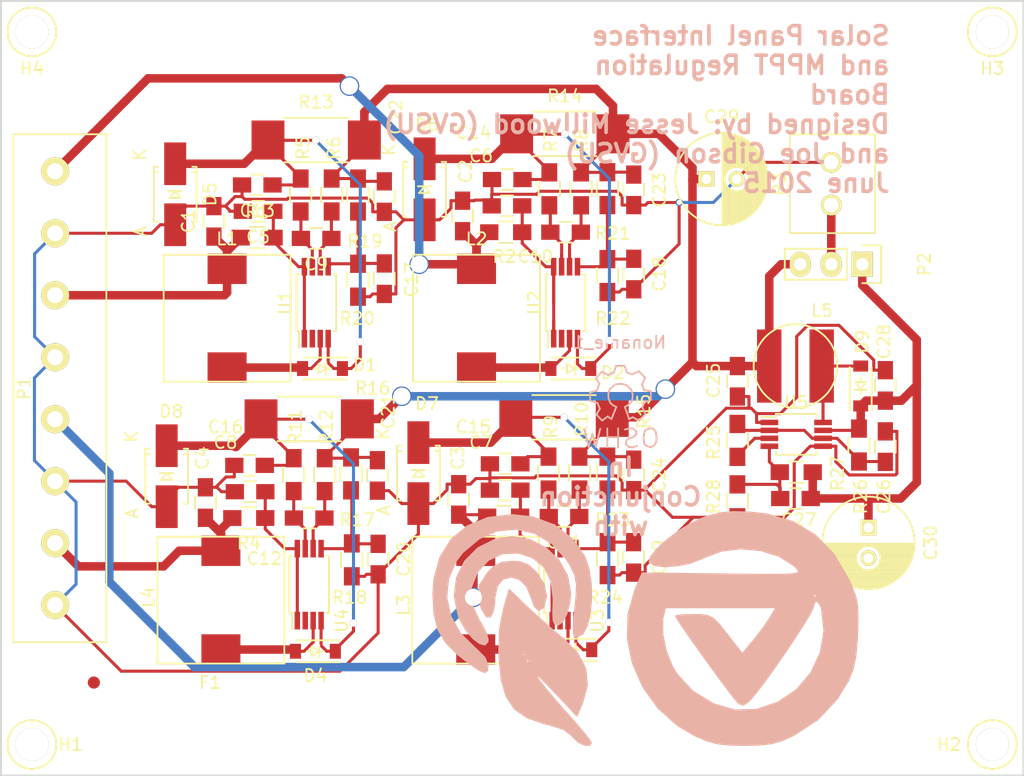
<source format=kicad_pcb>
(kicad_pcb (version 20171130) (host pcbnew "(5.1.12)-1")

  (general
    (thickness 1.6)
    (drawings 11)
    (tracks 561)
    (zones 0)
    (modules 88)
    (nets 38)
  )

  (page A4)
  (layers
    (0 F.Cu signal)
    (31 B.Cu signal)
    (32 B.Adhes user hide)
    (33 F.Adhes user hide)
    (34 B.Paste user hide)
    (35 F.Paste user hide)
    (36 B.SilkS user hide)
    (37 F.SilkS user hide)
    (38 B.Mask user hide)
    (39 F.Mask user hide)
    (40 Dwgs.User user hide)
    (41 Cmts.User user hide)
    (42 Eco1.User user hide)
    (43 Eco2.User user hide)
    (44 Edge.Cuts user)
    (45 Margin user hide)
    (46 B.CrtYd user hide)
    (47 F.CrtYd user hide)
    (48 B.Fab user hide)
    (49 F.Fab user hide)
  )

  (setup
    (last_trace_width 0.25)
    (trace_clearance 0.2)
    (zone_clearance 0.508)
    (zone_45_only no)
    (trace_min 0.2)
    (via_size 0.6)
    (via_drill 0.4)
    (via_min_size 0.4)
    (via_min_drill 0.3)
    (uvia_size 0.3)
    (uvia_drill 0.1)
    (uvias_allowed no)
    (uvia_min_size 0)
    (uvia_min_drill 0)
    (edge_width 0.15)
    (segment_width 0.2)
    (pcb_text_width 0.3)
    (pcb_text_size 1.5 1.5)
    (mod_edge_width 0.15)
    (mod_text_size 1 1)
    (mod_text_width 0.15)
    (pad_size 1.45 0.45)
    (pad_drill 0)
    (pad_to_mask_clearance 0.2)
    (aux_axis_origin 0 0)
    (visible_elements 7FFFFFFF)
    (pcbplotparams
      (layerselection 0x010f0_80000001)
      (usegerberextensions true)
      (usegerberattributes true)
      (usegerberadvancedattributes true)
      (creategerberjobfile true)
      (excludeedgelayer true)
      (linewidth 0.150000)
      (plotframeref false)
      (viasonmask false)
      (mode 1)
      (useauxorigin false)
      (hpglpennumber 1)
      (hpglpenspeed 20)
      (hpglpendiameter 15.000000)
      (psnegative false)
      (psa4output false)
      (plotreference true)
      (plotvalue false)
      (plotinvisibletext false)
      (padsonsilk false)
      (subtractmaskfromsilk false)
      (outputformat 1)
      (mirror false)
      (drillshape 0)
      (scaleselection 1)
      (outputdirectory "Gerbers/"))
  )

  (net 0 "")
  (net 1 "Net-(C1-Pad1)")
  (net 2 GND)
  (net 3 "Net-(C2-Pad1)")
  (net 4 "Net-(C3-Pad1)")
  (net 5 "Net-(C4-Pad1)")
  (net 6 "Net-(C5-Pad1)")
  (net 7 "Net-(C6-Pad1)")
  (net 8 "Net-(C7-Pad1)")
  (net 9 "Net-(C8-Pad1)")
  (net 10 "Net-(C9-Pad1)")
  (net 11 "Net-(C9-Pad2)")
  (net 12 "Net-(C10-Pad1)")
  (net 13 "Net-(C10-Pad2)")
  (net 14 "Net-(C11-Pad1)")
  (net 15 "Net-(C11-Pad2)")
  (net 16 "Net-(C12-Pad1)")
  (net 17 "Net-(C12-Pad2)")
  (net 18 "Net-(C13-Pad1)")
  (net 19 "Net-(C14-Pad1)")
  (net 20 "Net-(C15-Pad1)")
  (net 21 "Net-(C16-Pad1)")
  (net 22 "Net-(C17-Pad1)")
  (net 23 "Net-(C18-Pad1)")
  (net 24 "Net-(C19-Pad1)")
  (net 25 "Net-(C20-Pad1)")
  (net 26 /MPPT_OUT)
  (net 27 "Net-(C26-Pad1)")
  (net 28 /LM_FB)
  (net 29 /Panel_Out_V)
  (net 30 "Net-(D1-Pad2)")
  (net 31 "Net-(D2-Pad2)")
  (net 32 "Net-(D3-Pad2)")
  (net 33 "Net-(D4-Pad2)")
  (net 34 "Net-(D9-Pad2)")
  (net 35 "Net-(P2-Pad2)")
  (net 36 "Net-(R25-Pad2)")
  (net 37 "Net-(C30-Pad2)")

  (net_class Default "This is the default net class."
    (clearance 0.2)
    (trace_width 0.25)
    (via_dia 0.6)
    (via_drill 0.4)
    (uvia_dia 0.3)
    (uvia_drill 0.1)
    (add_net /LM_FB)
    (add_net GND)
    (add_net "Net-(C10-Pad1)")
    (add_net "Net-(C10-Pad2)")
    (add_net "Net-(C11-Pad1)")
    (add_net "Net-(C11-Pad2)")
    (add_net "Net-(C12-Pad1)")
    (add_net "Net-(C12-Pad2)")
    (add_net "Net-(C17-Pad1)")
    (add_net "Net-(C18-Pad1)")
    (add_net "Net-(C19-Pad1)")
    (add_net "Net-(C20-Pad1)")
    (add_net "Net-(C26-Pad1)")
    (add_net "Net-(C30-Pad2)")
    (add_net "Net-(C5-Pad1)")
    (add_net "Net-(C6-Pad1)")
    (add_net "Net-(C7-Pad1)")
    (add_net "Net-(C8-Pad1)")
    (add_net "Net-(C9-Pad1)")
    (add_net "Net-(C9-Pad2)")
    (add_net "Net-(D9-Pad2)")
    (add_net "Net-(R25-Pad2)")
  )

  (net_class Heavy ""
    (clearance 0.4)
    (trace_width 0.7)
    (via_dia 1.6)
    (via_drill 1.4)
    (uvia_dia 0.3)
    (uvia_drill 0.1)
    (add_net /MPPT_OUT)
    (add_net /Panel_Out_V)
    (add_net "Net-(C1-Pad1)")
    (add_net "Net-(C13-Pad1)")
    (add_net "Net-(C14-Pad1)")
    (add_net "Net-(C15-Pad1)")
    (add_net "Net-(C16-Pad1)")
    (add_net "Net-(C2-Pad1)")
    (add_net "Net-(C3-Pad1)")
    (add_net "Net-(C4-Pad1)")
    (add_net "Net-(D1-Pad2)")
    (add_net "Net-(D2-Pad2)")
    (add_net "Net-(D3-Pad2)")
    (add_net "Net-(D4-Pad2)")
    (add_net "Net-(P2-Pad2)")
  )

  (module Capacitors_SMD:C_0805_HandSoldering (layer F.Cu) (tedit 541A9B8D) (tstamp 5595AD01)
    (at 144.462 56.1721 90)
    (descr "Capacitor SMD 0805, hand soldering")
    (tags "capacitor 0805")
    (path /551D9764)
    (attr smd)
    (fp_text reference C1 (at 0 -2.1 90) (layer F.SilkS)
      (effects (font (size 1 1) (thickness 0.15)))
    )
    (fp_text value 10uF (at 0 2.1 90) (layer F.Fab)
      (effects (font (size 1 1) (thickness 0.15)))
    )
    (fp_line (start -0.5 0.85) (end 0.5 0.85) (layer F.SilkS) (width 0.15))
    (fp_line (start 0.5 -0.85) (end -0.5 -0.85) (layer F.SilkS) (width 0.15))
    (fp_line (start 2.3 -1) (end 2.3 1) (layer F.CrtYd) (width 0.05))
    (fp_line (start -2.3 -1) (end -2.3 1) (layer F.CrtYd) (width 0.05))
    (fp_line (start -2.3 1) (end 2.3 1) (layer F.CrtYd) (width 0.05))
    (fp_line (start -2.3 -1) (end 2.3 -1) (layer F.CrtYd) (width 0.05))
    (pad 1 smd rect (at -1.25 0 90) (size 1.5 1.25) (layers F.Cu F.Paste F.Mask)
      (net 1 "Net-(C1-Pad1)"))
    (pad 2 smd rect (at 1.25 0 90) (size 1.5 1.25) (layers F.Cu F.Paste F.Mask)
      (net 2 GND))
    (model Capacitors_SMD.3dshapes/C_0805_HandSoldering.wrl
      (at (xyz 0 0 0))
      (scale (xyz 1 1 1))
      (rotate (xyz 0 0 0))
    )
  )

  (module Capacitors_SMD:C_0805_HandSoldering (layer F.Cu) (tedit 5595DA7C) (tstamp 5595AD0D)
    (at 164.846 55.7276 90)
    (descr "Capacitor SMD 0805, hand soldering")
    (tags "capacitor 0805")
    (path /559592F9)
    (attr smd)
    (fp_text reference C2 (at 3.6576 0.254 90) (layer F.SilkS)
      (effects (font (size 1 1) (thickness 0.15)))
    )
    (fp_text value 10uF (at 0 2.1 90) (layer F.Fab)
      (effects (font (size 1 1) (thickness 0.15)))
    )
    (fp_line (start -0.5 0.85) (end 0.5 0.85) (layer F.SilkS) (width 0.15))
    (fp_line (start 0.5 -0.85) (end -0.5 -0.85) (layer F.SilkS) (width 0.15))
    (fp_line (start 2.3 -1) (end 2.3 1) (layer F.CrtYd) (width 0.05))
    (fp_line (start -2.3 -1) (end -2.3 1) (layer F.CrtYd) (width 0.05))
    (fp_line (start -2.3 1) (end 2.3 1) (layer F.CrtYd) (width 0.05))
    (fp_line (start -2.3 -1) (end 2.3 -1) (layer F.CrtYd) (width 0.05))
    (pad 1 smd rect (at -1.25 0 90) (size 1.5 1.25) (layers F.Cu F.Paste F.Mask)
      (net 3 "Net-(C2-Pad1)"))
    (pad 2 smd rect (at 1.25 0 90) (size 1.5 1.25) (layers F.Cu F.Paste F.Mask)
      (net 2 GND))
    (model Capacitors_SMD.3dshapes/C_0805_HandSoldering.wrl
      (at (xyz 0 0 0))
      (scale (xyz 1 1 1))
      (rotate (xyz 0 0 0))
    )
  )

  (module Capacitors_SMD:C_0805_HandSoldering (layer F.Cu) (tedit 5595DB06) (tstamp 5595AD19)
    (at 164.528 78.9686 90)
    (descr "Capacitor SMD 0805, hand soldering")
    (tags "capacitor 0805")
    (path /5595B116)
    (attr smd)
    (fp_text reference C3 (at 3.4036 -0.0635 90) (layer F.SilkS)
      (effects (font (size 1 1) (thickness 0.15)))
    )
    (fp_text value 10uF (at 0 2.1 90) (layer F.Fab)
      (effects (font (size 1 1) (thickness 0.15)))
    )
    (fp_line (start -0.5 0.85) (end 0.5 0.85) (layer F.SilkS) (width 0.15))
    (fp_line (start 0.5 -0.85) (end -0.5 -0.85) (layer F.SilkS) (width 0.15))
    (fp_line (start 2.3 -1) (end 2.3 1) (layer F.CrtYd) (width 0.05))
    (fp_line (start -2.3 -1) (end -2.3 1) (layer F.CrtYd) (width 0.05))
    (fp_line (start -2.3 1) (end 2.3 1) (layer F.CrtYd) (width 0.05))
    (fp_line (start -2.3 -1) (end 2.3 -1) (layer F.CrtYd) (width 0.05))
    (pad 1 smd rect (at -1.25 0 90) (size 1.5 1.25) (layers F.Cu F.Paste F.Mask)
      (net 4 "Net-(C3-Pad1)"))
    (pad 2 smd rect (at 1.25 0 90) (size 1.5 1.25) (layers F.Cu F.Paste F.Mask)
      (net 2 GND))
    (model Capacitors_SMD.3dshapes/C_0805_HandSoldering.wrl
      (at (xyz 0 0 0))
      (scale (xyz 1 1 1))
      (rotate (xyz 0 0 0))
    )
  )

  (module Capacitors_SMD:C_0805_HandSoldering (layer F.Cu) (tedit 5595DAD8) (tstamp 5595AD25)
    (at 143.764 79.2226 90)
    (descr "Capacitor SMD 0805, hand soldering")
    (tags "capacitor 0805")
    (path /5595B1E3)
    (attr smd)
    (fp_text reference C4 (at 3.6576 -0.254 90) (layer F.SilkS)
      (effects (font (size 1 1) (thickness 0.15)))
    )
    (fp_text value 10uF (at 0 2.1 90) (layer F.Fab)
      (effects (font (size 1 1) (thickness 0.15)))
    )
    (fp_line (start -0.5 0.85) (end 0.5 0.85) (layer F.SilkS) (width 0.15))
    (fp_line (start 0.5 -0.85) (end -0.5 -0.85) (layer F.SilkS) (width 0.15))
    (fp_line (start 2.3 -1) (end 2.3 1) (layer F.CrtYd) (width 0.05))
    (fp_line (start -2.3 -1) (end -2.3 1) (layer F.CrtYd) (width 0.05))
    (fp_line (start -2.3 1) (end 2.3 1) (layer F.CrtYd) (width 0.05))
    (fp_line (start -2.3 -1) (end 2.3 -1) (layer F.CrtYd) (width 0.05))
    (pad 1 smd rect (at -1.25 0 90) (size 1.5 1.25) (layers F.Cu F.Paste F.Mask)
      (net 5 "Net-(C4-Pad1)"))
    (pad 2 smd rect (at 1.25 0 90) (size 1.5 1.25) (layers F.Cu F.Paste F.Mask)
      (net 2 GND))
    (model Capacitors_SMD.3dshapes/C_0805_HandSoldering.wrl
      (at (xyz 0 0 0))
      (scale (xyz 1 1 1))
      (rotate (xyz 0 0 0))
    )
  )

  (module Capacitors_SMD:C_0805_HandSoldering (layer F.Cu) (tedit 541A9B8D) (tstamp 5595AD31)
    (at 148.082 55.3466 180)
    (descr "Capacitor SMD 0805, hand soldering")
    (tags "capacitor 0805")
    (path /55417F6D)
    (attr smd)
    (fp_text reference C5 (at 0 -2.1 180) (layer F.SilkS)
      (effects (font (size 1 1) (thickness 0.15)))
    )
    (fp_text value 100nF (at 0 2.1 180) (layer F.Fab)
      (effects (font (size 1 1) (thickness 0.15)))
    )
    (fp_line (start -0.5 0.85) (end 0.5 0.85) (layer F.SilkS) (width 0.15))
    (fp_line (start 0.5 -0.85) (end -0.5 -0.85) (layer F.SilkS) (width 0.15))
    (fp_line (start 2.3 -1) (end 2.3 1) (layer F.CrtYd) (width 0.05))
    (fp_line (start -2.3 -1) (end -2.3 1) (layer F.CrtYd) (width 0.05))
    (fp_line (start -2.3 1) (end 2.3 1) (layer F.CrtYd) (width 0.05))
    (fp_line (start -2.3 -1) (end 2.3 -1) (layer F.CrtYd) (width 0.05))
    (pad 1 smd rect (at -1.25 0 180) (size 1.5 1.25) (layers F.Cu F.Paste F.Mask)
      (net 6 "Net-(C5-Pad1)"))
    (pad 2 smd rect (at 1.25 0 180) (size 1.5 1.25) (layers F.Cu F.Paste F.Mask)
      (net 2 GND))
    (model Capacitors_SMD.3dshapes/C_0805_HandSoldering.wrl
      (at (xyz 0 0 0))
      (scale (xyz 1 1 1))
      (rotate (xyz 0 0 0))
    )
  )

  (module Capacitors_SMD:C_0805_HandSoldering (layer F.Cu) (tedit 5595DA70) (tstamp 5595AD3D)
    (at 168.486 54.9021 180)
    (descr "Capacitor SMD 0805, hand soldering")
    (tags "capacitor 0805")
    (path /5595934C)
    (attr smd)
    (fp_text reference C6 (at 2.1155 4.1021 180) (layer F.SilkS)
      (effects (font (size 1 1) (thickness 0.15)))
    )
    (fp_text value 100nF (at 0 2.1 180) (layer F.Fab)
      (effects (font (size 1 1) (thickness 0.15)))
    )
    (fp_line (start -0.5 0.85) (end 0.5 0.85) (layer F.SilkS) (width 0.15))
    (fp_line (start 0.5 -0.85) (end -0.5 -0.85) (layer F.SilkS) (width 0.15))
    (fp_line (start 2.3 -1) (end 2.3 1) (layer F.CrtYd) (width 0.05))
    (fp_line (start -2.3 -1) (end -2.3 1) (layer F.CrtYd) (width 0.05))
    (fp_line (start -2.3 1) (end 2.3 1) (layer F.CrtYd) (width 0.05))
    (fp_line (start -2.3 -1) (end 2.3 -1) (layer F.CrtYd) (width 0.05))
    (pad 1 smd rect (at -1.25 0 180) (size 1.5 1.25) (layers F.Cu F.Paste F.Mask)
      (net 7 "Net-(C6-Pad1)"))
    (pad 2 smd rect (at 1.25 0 180) (size 1.5 1.25) (layers F.Cu F.Paste F.Mask)
      (net 2 GND))
    (model Capacitors_SMD.3dshapes/C_0805_HandSoldering.wrl
      (at (xyz 0 0 0))
      (scale (xyz 1 1 1))
      (rotate (xyz 0 0 0))
    )
  )

  (module Capacitors_SMD:C_0805_HandSoldering (layer F.Cu) (tedit 5595DB2B) (tstamp 5595AD49)
    (at 168.338 78.2066 180)
    (descr "Capacitor SMD 0805, hand soldering")
    (tags "capacitor 0805")
    (path /5595B169)
    (attr smd)
    (fp_text reference C7 (at 1.9685 3.9116 180) (layer F.SilkS)
      (effects (font (size 1 1) (thickness 0.15)))
    )
    (fp_text value 100nF (at 0 2.1 180) (layer F.Fab)
      (effects (font (size 1 1) (thickness 0.15)))
    )
    (fp_line (start -0.5 0.85) (end 0.5 0.85) (layer F.SilkS) (width 0.15))
    (fp_line (start 0.5 -0.85) (end -0.5 -0.85) (layer F.SilkS) (width 0.15))
    (fp_line (start 2.3 -1) (end 2.3 1) (layer F.CrtYd) (width 0.05))
    (fp_line (start -2.3 -1) (end -2.3 1) (layer F.CrtYd) (width 0.05))
    (fp_line (start -2.3 1) (end 2.3 1) (layer F.CrtYd) (width 0.05))
    (fp_line (start -2.3 -1) (end 2.3 -1) (layer F.CrtYd) (width 0.05))
    (pad 1 smd rect (at -1.25 0 180) (size 1.5 1.25) (layers F.Cu F.Paste F.Mask)
      (net 8 "Net-(C7-Pad1)"))
    (pad 2 smd rect (at 1.25 0 180) (size 1.5 1.25) (layers F.Cu F.Paste F.Mask)
      (net 2 GND))
    (model Capacitors_SMD.3dshapes/C_0805_HandSoldering.wrl
      (at (xyz 0 0 0))
      (scale (xyz 1 1 1))
      (rotate (xyz 0 0 0))
    )
  )

  (module Capacitors_SMD:C_0805_HandSoldering (layer F.Cu) (tedit 5595DACA) (tstamp 5595AD55)
    (at 147.427 78.3336 180)
    (descr "Capacitor SMD 0805, hand soldering")
    (tags "capacitor 0805")
    (path /5595B236)
    (attr smd)
    (fp_text reference C8 (at 2.012 4.0386 180) (layer F.SilkS)
      (effects (font (size 1 1) (thickness 0.15)))
    )
    (fp_text value 100nF (at 0 2.1 180) (layer F.Fab)
      (effects (font (size 1 1) (thickness 0.15)))
    )
    (fp_line (start -0.5 0.85) (end 0.5 0.85) (layer F.SilkS) (width 0.15))
    (fp_line (start 0.5 -0.85) (end -0.5 -0.85) (layer F.SilkS) (width 0.15))
    (fp_line (start 2.3 -1) (end 2.3 1) (layer F.CrtYd) (width 0.05))
    (fp_line (start -2.3 -1) (end -2.3 1) (layer F.CrtYd) (width 0.05))
    (fp_line (start -2.3 1) (end 2.3 1) (layer F.CrtYd) (width 0.05))
    (fp_line (start -2.3 -1) (end 2.3 -1) (layer F.CrtYd) (width 0.05))
    (pad 1 smd rect (at -1.25 0 180) (size 1.5 1.25) (layers F.Cu F.Paste F.Mask)
      (net 9 "Net-(C8-Pad1)"))
    (pad 2 smd rect (at 1.25 0 180) (size 1.5 1.25) (layers F.Cu F.Paste F.Mask)
      (net 2 GND))
    (model Capacitors_SMD.3dshapes/C_0805_HandSoldering.wrl
      (at (xyz 0 0 0))
      (scale (xyz 1 1 1))
      (rotate (xyz 0 0 0))
    )
  )

  (module Capacitors_SMD:C_0805_HandSoldering (layer F.Cu) (tedit 541A9B8D) (tstamp 5595AD61)
    (at 152.844 57.5691 180)
    (descr "Capacitor SMD 0805, hand soldering")
    (tags "capacitor 0805")
    (path /55417F49)
    (attr smd)
    (fp_text reference C9 (at 0 -2.1 180) (layer F.SilkS)
      (effects (font (size 1 1) (thickness 0.15)))
    )
    (fp_text value 1uF (at 0 2.1 180) (layer F.Fab)
      (effects (font (size 1 1) (thickness 0.15)))
    )
    (fp_line (start -0.5 0.85) (end 0.5 0.85) (layer F.SilkS) (width 0.15))
    (fp_line (start 0.5 -0.85) (end -0.5 -0.85) (layer F.SilkS) (width 0.15))
    (fp_line (start 2.3 -1) (end 2.3 1) (layer F.CrtYd) (width 0.05))
    (fp_line (start -2.3 -1) (end -2.3 1) (layer F.CrtYd) (width 0.05))
    (fp_line (start -2.3 1) (end 2.3 1) (layer F.CrtYd) (width 0.05))
    (fp_line (start -2.3 -1) (end 2.3 -1) (layer F.CrtYd) (width 0.05))
    (pad 1 smd rect (at -1.25 0 180) (size 1.5 1.25) (layers F.Cu F.Paste F.Mask)
      (net 10 "Net-(C9-Pad1)"))
    (pad 2 smd rect (at 1.25 0 180) (size 1.5 1.25) (layers F.Cu F.Paste F.Mask)
      (net 11 "Net-(C9-Pad2)"))
    (model Capacitors_SMD.3dshapes/C_0805_HandSoldering.wrl
      (at (xyz 0 0 0))
      (scale (xyz 1 1 1))
      (rotate (xyz 0 0 0))
    )
  )

  (module Capacitors_SMD:C_0805_HandSoldering (layer F.Cu) (tedit 5595DA60) (tstamp 5595AD6D)
    (at 173.292 57.0611 180)
    (descr "Capacitor SMD 0805, hand soldering")
    (tags "capacitor 0805")
    (path /559592B4)
    (attr smd)
    (fp_text reference C10 (at 2.4765 -1.9939 180) (layer F.SilkS)
      (effects (font (size 1 1) (thickness 0.15)))
    )
    (fp_text value 1uF (at 0 2.1 180) (layer F.Fab)
      (effects (font (size 1 1) (thickness 0.15)))
    )
    (fp_line (start -0.5 0.85) (end 0.5 0.85) (layer F.SilkS) (width 0.15))
    (fp_line (start 0.5 -0.85) (end -0.5 -0.85) (layer F.SilkS) (width 0.15))
    (fp_line (start 2.3 -1) (end 2.3 1) (layer F.CrtYd) (width 0.05))
    (fp_line (start -2.3 -1) (end -2.3 1) (layer F.CrtYd) (width 0.05))
    (fp_line (start -2.3 1) (end 2.3 1) (layer F.CrtYd) (width 0.05))
    (fp_line (start -2.3 -1) (end 2.3 -1) (layer F.CrtYd) (width 0.05))
    (pad 1 smd rect (at -1.25 0 180) (size 1.5 1.25) (layers F.Cu F.Paste F.Mask)
      (net 12 "Net-(C10-Pad1)"))
    (pad 2 smd rect (at 1.25 0 180) (size 1.5 1.25) (layers F.Cu F.Paste F.Mask)
      (net 13 "Net-(C10-Pad2)"))
    (model Capacitors_SMD.3dshapes/C_0805_HandSoldering.wrl
      (at (xyz 0 0 0))
      (scale (xyz 1 1 1))
      (rotate (xyz 0 0 0))
    )
  )

  (module Capacitors_SMD:C_0805_HandSoldering (layer F.Cu) (tedit 541A9B8D) (tstamp 5595AD79)
    (at 173.164 80.3656 180)
    (descr "Capacitor SMD 0805, hand soldering")
    (tags "capacitor 0805")
    (path /5595B0D1)
    (attr smd)
    (fp_text reference C11 (at 0 -2.1 180) (layer F.SilkS)
      (effects (font (size 1 1) (thickness 0.15)))
    )
    (fp_text value 1uF (at 0 2.1 180) (layer F.Fab)
      (effects (font (size 1 1) (thickness 0.15)))
    )
    (fp_line (start -0.5 0.85) (end 0.5 0.85) (layer F.SilkS) (width 0.15))
    (fp_line (start 0.5 -0.85) (end -0.5 -0.85) (layer F.SilkS) (width 0.15))
    (fp_line (start 2.3 -1) (end 2.3 1) (layer F.CrtYd) (width 0.05))
    (fp_line (start -2.3 -1) (end -2.3 1) (layer F.CrtYd) (width 0.05))
    (fp_line (start -2.3 1) (end 2.3 1) (layer F.CrtYd) (width 0.05))
    (fp_line (start -2.3 -1) (end 2.3 -1) (layer F.CrtYd) (width 0.05))
    (pad 1 smd rect (at -1.25 0 180) (size 1.5 1.25) (layers F.Cu F.Paste F.Mask)
      (net 14 "Net-(C11-Pad1)"))
    (pad 2 smd rect (at 1.25 0 180) (size 1.5 1.25) (layers F.Cu F.Paste F.Mask)
      (net 15 "Net-(C11-Pad2)"))
    (model Capacitors_SMD.3dshapes/C_0805_HandSoldering.wrl
      (at (xyz 0 0 0))
      (scale (xyz 1 1 1))
      (rotate (xyz 0 0 0))
    )
  )

  (module Capacitors_SMD:C_0805_HandSoldering (layer F.Cu) (tedit 5595DAF2) (tstamp 5595AD85)
    (at 152.273 80.4926 180)
    (descr "Capacitor SMD 0805, hand soldering")
    (tags "capacitor 0805")
    (path /5595B19E)
    (attr smd)
    (fp_text reference C12 (at 3.683 -3.3274 180) (layer F.SilkS)
      (effects (font (size 1 1) (thickness 0.15)))
    )
    (fp_text value 1uF (at 0 2.1 180) (layer F.Fab)
      (effects (font (size 1 1) (thickness 0.15)))
    )
    (fp_line (start -0.5 0.85) (end 0.5 0.85) (layer F.SilkS) (width 0.15))
    (fp_line (start 0.5 -0.85) (end -0.5 -0.85) (layer F.SilkS) (width 0.15))
    (fp_line (start 2.3 -1) (end 2.3 1) (layer F.CrtYd) (width 0.05))
    (fp_line (start -2.3 -1) (end -2.3 1) (layer F.CrtYd) (width 0.05))
    (fp_line (start -2.3 1) (end 2.3 1) (layer F.CrtYd) (width 0.05))
    (fp_line (start -2.3 -1) (end 2.3 -1) (layer F.CrtYd) (width 0.05))
    (pad 1 smd rect (at -1.25 0 180) (size 1.5 1.25) (layers F.Cu F.Paste F.Mask)
      (net 16 "Net-(C12-Pad1)"))
    (pad 2 smd rect (at 1.25 0 180) (size 1.5 1.25) (layers F.Cu F.Paste F.Mask)
      (net 17 "Net-(C12-Pad2)"))
    (model Capacitors_SMD.3dshapes/C_0805_HandSoldering.wrl
      (at (xyz 0 0 0))
      (scale (xyz 1 1 1))
      (rotate (xyz 0 0 0))
    )
  )

  (module Capacitors_SMD:C_0805_HandSoldering (layer F.Cu) (tedit 541A9B8D) (tstamp 5595AD91)
    (at 148.018 53.1876 180)
    (descr "Capacitor SMD 0805, hand soldering")
    (tags "capacitor 0805")
    (path /55417F61)
    (attr smd)
    (fp_text reference C13 (at 0 -2.1 180) (layer F.SilkS)
      (effects (font (size 1 1) (thickness 0.15)))
    )
    (fp_text value 4.7uF (at 0 2.1 180) (layer F.Fab)
      (effects (font (size 1 1) (thickness 0.15)))
    )
    (fp_line (start -0.5 0.85) (end 0.5 0.85) (layer F.SilkS) (width 0.15))
    (fp_line (start 0.5 -0.85) (end -0.5 -0.85) (layer F.SilkS) (width 0.15))
    (fp_line (start 2.3 -1) (end 2.3 1) (layer F.CrtYd) (width 0.05))
    (fp_line (start -2.3 -1) (end -2.3 1) (layer F.CrtYd) (width 0.05))
    (fp_line (start -2.3 1) (end 2.3 1) (layer F.CrtYd) (width 0.05))
    (fp_line (start -2.3 -1) (end 2.3 -1) (layer F.CrtYd) (width 0.05))
    (pad 1 smd rect (at -1.25 0 180) (size 1.5 1.25) (layers F.Cu F.Paste F.Mask)
      (net 18 "Net-(C13-Pad1)"))
    (pad 2 smd rect (at 1.25 0 180) (size 1.5 1.25) (layers F.Cu F.Paste F.Mask)
      (net 2 GND))
    (model Capacitors_SMD.3dshapes/C_0805_HandSoldering.wrl
      (at (xyz 0 0 0))
      (scale (xyz 1 1 1))
      (rotate (xyz 0 0 0))
    )
  )

  (module Capacitors_SMD:C_0805_HandSoldering (layer F.Cu) (tedit 5595DA73) (tstamp 5595AD9D)
    (at 168.509 52.7431 180)
    (descr "Capacitor SMD 0805, hand soldering")
    (tags "capacitor 0805")
    (path /5595931B)
    (attr smd)
    (fp_text reference C14 (at 2.774 3.8481 180) (layer F.SilkS)
      (effects (font (size 1 1) (thickness 0.15)))
    )
    (fp_text value 4.7uF (at 0 2.1 180) (layer F.Fab)
      (effects (font (size 1 1) (thickness 0.15)))
    )
    (fp_line (start -0.5 0.85) (end 0.5 0.85) (layer F.SilkS) (width 0.15))
    (fp_line (start 0.5 -0.85) (end -0.5 -0.85) (layer F.SilkS) (width 0.15))
    (fp_line (start 2.3 -1) (end 2.3 1) (layer F.CrtYd) (width 0.05))
    (fp_line (start -2.3 -1) (end -2.3 1) (layer F.CrtYd) (width 0.05))
    (fp_line (start -2.3 1) (end 2.3 1) (layer F.CrtYd) (width 0.05))
    (fp_line (start -2.3 -1) (end 2.3 -1) (layer F.CrtYd) (width 0.05))
    (pad 1 smd rect (at -1.25 0 180) (size 1.5 1.25) (layers F.Cu F.Paste F.Mask)
      (net 19 "Net-(C14-Pad1)"))
    (pad 2 smd rect (at 1.25 0 180) (size 1.5 1.25) (layers F.Cu F.Paste F.Mask)
      (net 2 GND))
    (model Capacitors_SMD.3dshapes/C_0805_HandSoldering.wrl
      (at (xyz 0 0 0))
      (scale (xyz 1 1 1))
      (rotate (xyz 0 0 0))
    )
  )

  (module Capacitors_SMD:C_0805_HandSoldering (layer F.Cu) (tedit 5595DB35) (tstamp 5595ADA9)
    (at 168.338 76.0476 180)
    (descr "Capacitor SMD 0805, hand soldering")
    (tags "capacitor 0805")
    (path /5595B138)
    (attr smd)
    (fp_text reference C15 (at 2.6035 3.0226 180) (layer F.SilkS)
      (effects (font (size 1 1) (thickness 0.15)))
    )
    (fp_text value 4.7uF (at 0 2.1 180) (layer F.Fab)
      (effects (font (size 1 1) (thickness 0.15)))
    )
    (fp_line (start -0.5 0.85) (end 0.5 0.85) (layer F.SilkS) (width 0.15))
    (fp_line (start 0.5 -0.85) (end -0.5 -0.85) (layer F.SilkS) (width 0.15))
    (fp_line (start 2.3 -1) (end 2.3 1) (layer F.CrtYd) (width 0.05))
    (fp_line (start -2.3 -1) (end -2.3 1) (layer F.CrtYd) (width 0.05))
    (fp_line (start -2.3 1) (end 2.3 1) (layer F.CrtYd) (width 0.05))
    (fp_line (start -2.3 -1) (end 2.3 -1) (layer F.CrtYd) (width 0.05))
    (pad 1 smd rect (at -1.25 0 180) (size 1.5 1.25) (layers F.Cu F.Paste F.Mask)
      (net 20 "Net-(C15-Pad1)"))
    (pad 2 smd rect (at 1.25 0 180) (size 1.5 1.25) (layers F.Cu F.Paste F.Mask)
      (net 2 GND))
    (model Capacitors_SMD.3dshapes/C_0805_HandSoldering.wrl
      (at (xyz 0 0 0))
      (scale (xyz 1 1 1))
      (rotate (xyz 0 0 0))
    )
  )

  (module Capacitors_SMD:C_0805_HandSoldering (layer F.Cu) (tedit 5595DACD) (tstamp 5595ADB5)
    (at 147.384 76.1746 180)
    (descr "Capacitor SMD 0805, hand soldering")
    (tags "capacitor 0805")
    (path /5595B205)
    (attr smd)
    (fp_text reference C16 (at 1.9685 3.1496 180) (layer F.SilkS)
      (effects (font (size 1 1) (thickness 0.15)))
    )
    (fp_text value 4.7uF (at 0 2.1 180) (layer F.Fab)
      (effects (font (size 1 1) (thickness 0.15)))
    )
    (fp_line (start -0.5 0.85) (end 0.5 0.85) (layer F.SilkS) (width 0.15))
    (fp_line (start 0.5 -0.85) (end -0.5 -0.85) (layer F.SilkS) (width 0.15))
    (fp_line (start 2.3 -1) (end 2.3 1) (layer F.CrtYd) (width 0.05))
    (fp_line (start -2.3 -1) (end -2.3 1) (layer F.CrtYd) (width 0.05))
    (fp_line (start -2.3 1) (end 2.3 1) (layer F.CrtYd) (width 0.05))
    (fp_line (start -2.3 -1) (end 2.3 -1) (layer F.CrtYd) (width 0.05))
    (pad 1 smd rect (at -1.25 0 180) (size 1.5 1.25) (layers F.Cu F.Paste F.Mask)
      (net 21 "Net-(C16-Pad1)"))
    (pad 2 smd rect (at 1.25 0 180) (size 1.5 1.25) (layers F.Cu F.Paste F.Mask)
      (net 2 GND))
    (model Capacitors_SMD.3dshapes/C_0805_HandSoldering.wrl
      (at (xyz 0 0 0))
      (scale (xyz 1 1 1))
      (rotate (xyz 0 0 0))
    )
  )

  (module Capacitors_SMD:C_0805_HandSoldering (layer F.Cu) (tedit 5595DAA1) (tstamp 5595ADC1)
    (at 158.432 60.8711 270)
    (descr "Capacitor SMD 0805, hand soldering")
    (tags "capacitor 0805")
    (path /55417F51)
    (attr smd)
    (fp_text reference C17 (at 0.0889 -2.2225 270) (layer F.SilkS)
      (effects (font (size 1 1) (thickness 0.15)))
    )
    (fp_text value 1nF (at 0 2.1 270) (layer F.Fab)
      (effects (font (size 1 1) (thickness 0.15)))
    )
    (fp_line (start -0.5 0.85) (end 0.5 0.85) (layer F.SilkS) (width 0.15))
    (fp_line (start 0.5 -0.85) (end -0.5 -0.85) (layer F.SilkS) (width 0.15))
    (fp_line (start 2.3 -1) (end 2.3 1) (layer F.CrtYd) (width 0.05))
    (fp_line (start -2.3 -1) (end -2.3 1) (layer F.CrtYd) (width 0.05))
    (fp_line (start -2.3 1) (end 2.3 1) (layer F.CrtYd) (width 0.05))
    (fp_line (start -2.3 -1) (end 2.3 -1) (layer F.CrtYd) (width 0.05))
    (pad 1 smd rect (at -1.25 0 270) (size 1.5 1.25) (layers F.Cu F.Paste F.Mask)
      (net 22 "Net-(C17-Pad1)"))
    (pad 2 smd rect (at 1.25 0 270) (size 1.5 1.25) (layers F.Cu F.Paste F.Mask)
      (net 2 GND))
    (model Capacitors_SMD.3dshapes/C_0805_HandSoldering.wrl
      (at (xyz 0 0 0))
      (scale (xyz 1 1 1))
      (rotate (xyz 0 0 0))
    )
  )

  (module Capacitors_SMD:C_0805_HandSoldering (layer F.Cu) (tedit 541A9B8D) (tstamp 5595ADCD)
    (at 178.88 60.4901 270)
    (descr "Capacitor SMD 0805, hand soldering")
    (tags "capacitor 0805")
    (path /55959331)
    (attr smd)
    (fp_text reference C18 (at 0 -2.1 270) (layer F.SilkS)
      (effects (font (size 1 1) (thickness 0.15)))
    )
    (fp_text value 1nF (at 0 2.1 270) (layer F.Fab)
      (effects (font (size 1 1) (thickness 0.15)))
    )
    (fp_line (start -0.5 0.85) (end 0.5 0.85) (layer F.SilkS) (width 0.15))
    (fp_line (start 0.5 -0.85) (end -0.5 -0.85) (layer F.SilkS) (width 0.15))
    (fp_line (start 2.3 -1) (end 2.3 1) (layer F.CrtYd) (width 0.05))
    (fp_line (start -2.3 -1) (end -2.3 1) (layer F.CrtYd) (width 0.05))
    (fp_line (start -2.3 1) (end 2.3 1) (layer F.CrtYd) (width 0.05))
    (fp_line (start -2.3 -1) (end 2.3 -1) (layer F.CrtYd) (width 0.05))
    (pad 1 smd rect (at -1.25 0 270) (size 1.5 1.25) (layers F.Cu F.Paste F.Mask)
      (net 23 "Net-(C18-Pad1)"))
    (pad 2 smd rect (at 1.25 0 270) (size 1.5 1.25) (layers F.Cu F.Paste F.Mask)
      (net 2 GND))
    (model Capacitors_SMD.3dshapes/C_0805_HandSoldering.wrl
      (at (xyz 0 0 0))
      (scale (xyz 1 1 1))
      (rotate (xyz 0 0 0))
    )
  )

  (module Capacitors_SMD:C_0805_HandSoldering (layer F.Cu) (tedit 541A9B8D) (tstamp 5595ADD9)
    (at 178.867 83.7184 270)
    (descr "Capacitor SMD 0805, hand soldering")
    (tags "capacitor 0805")
    (path /5595B14E)
    (attr smd)
    (fp_text reference C19 (at 0 -2.1 270) (layer F.SilkS)
      (effects (font (size 1 1) (thickness 0.15)))
    )
    (fp_text value 1nF (at 0 2.1 270) (layer F.Fab)
      (effects (font (size 1 1) (thickness 0.15)))
    )
    (fp_line (start -0.5 0.85) (end 0.5 0.85) (layer F.SilkS) (width 0.15))
    (fp_line (start 0.5 -0.85) (end -0.5 -0.85) (layer F.SilkS) (width 0.15))
    (fp_line (start 2.3 -1) (end 2.3 1) (layer F.CrtYd) (width 0.05))
    (fp_line (start -2.3 -1) (end -2.3 1) (layer F.CrtYd) (width 0.05))
    (fp_line (start -2.3 1) (end 2.3 1) (layer F.CrtYd) (width 0.05))
    (fp_line (start -2.3 -1) (end 2.3 -1) (layer F.CrtYd) (width 0.05))
    (pad 1 smd rect (at -1.25 0 270) (size 1.5 1.25) (layers F.Cu F.Paste F.Mask)
      (net 24 "Net-(C19-Pad1)"))
    (pad 2 smd rect (at 1.25 0 270) (size 1.5 1.25) (layers F.Cu F.Paste F.Mask)
      (net 2 GND))
    (model Capacitors_SMD.3dshapes/C_0805_HandSoldering.wrl
      (at (xyz 0 0 0))
      (scale (xyz 1 1 1))
      (rotate (xyz 0 0 0))
    )
  )

  (module Capacitors_SMD:C_0805_HandSoldering (layer F.Cu) (tedit 541A9B8D) (tstamp 5595ADE5)
    (at 157.924 83.8581 270)
    (descr "Capacitor SMD 0805, hand soldering")
    (tags "capacitor 0805")
    (path /5595B21B)
    (attr smd)
    (fp_text reference C20 (at 0 -2.1 270) (layer F.SilkS)
      (effects (font (size 1 1) (thickness 0.15)))
    )
    (fp_text value 1nF (at 0 2.1 270) (layer F.Fab)
      (effects (font (size 1 1) (thickness 0.15)))
    )
    (fp_line (start -0.5 0.85) (end 0.5 0.85) (layer F.SilkS) (width 0.15))
    (fp_line (start 0.5 -0.85) (end -0.5 -0.85) (layer F.SilkS) (width 0.15))
    (fp_line (start 2.3 -1) (end 2.3 1) (layer F.CrtYd) (width 0.05))
    (fp_line (start -2.3 -1) (end -2.3 1) (layer F.CrtYd) (width 0.05))
    (fp_line (start -2.3 1) (end 2.3 1) (layer F.CrtYd) (width 0.05))
    (fp_line (start -2.3 -1) (end 2.3 -1) (layer F.CrtYd) (width 0.05))
    (pad 1 smd rect (at -1.25 0 270) (size 1.5 1.25) (layers F.Cu F.Paste F.Mask)
      (net 25 "Net-(C20-Pad1)"))
    (pad 2 smd rect (at 1.25 0 270) (size 1.5 1.25) (layers F.Cu F.Paste F.Mask)
      (net 2 GND))
    (model Capacitors_SMD.3dshapes/C_0805_HandSoldering.wrl
      (at (xyz 0 0 0))
      (scale (xyz 1 1 1))
      (rotate (xyz 0 0 0))
    )
  )

  (module Capacitors_SMD:C_0805_HandSoldering (layer F.Cu) (tedit 5595DAB6) (tstamp 5595ADF1)
    (at 157.861 77.0001 270)
    (descr "Capacitor SMD 0805, hand soldering")
    (tags "capacitor 0805")
    (path /55970EA7)
    (attr smd)
    (fp_text reference C21 (at -5.2451 -0.889 270) (layer F.SilkS)
      (effects (font (size 1 1) (thickness 0.15)))
    )
    (fp_text value 10uF (at 0 2.1 270) (layer F.Fab)
      (effects (font (size 1 1) (thickness 0.15)))
    )
    (fp_line (start -0.5 0.85) (end 0.5 0.85) (layer F.SilkS) (width 0.15))
    (fp_line (start 0.5 -0.85) (end -0.5 -0.85) (layer F.SilkS) (width 0.15))
    (fp_line (start 2.3 -1) (end 2.3 1) (layer F.CrtYd) (width 0.05))
    (fp_line (start -2.3 -1) (end -2.3 1) (layer F.CrtYd) (width 0.05))
    (fp_line (start -2.3 1) (end 2.3 1) (layer F.CrtYd) (width 0.05))
    (fp_line (start -2.3 -1) (end 2.3 -1) (layer F.CrtYd) (width 0.05))
    (pad 1 smd rect (at -1.25 0 270) (size 1.5 1.25) (layers F.Cu F.Paste F.Mask)
      (net 26 /MPPT_OUT))
    (pad 2 smd rect (at 1.25 0 270) (size 1.5 1.25) (layers F.Cu F.Paste F.Mask)
      (net 2 GND))
    (model Capacitors_SMD.3dshapes/C_0805_HandSoldering.wrl
      (at (xyz 0 0 0))
      (scale (xyz 1 1 1))
      (rotate (xyz 0 0 0))
    )
  )

  (module Capacitors_SMD:C_0805_HandSoldering (layer F.Cu) (tedit 5595DA94) (tstamp 5595ADFD)
    (at 158.432 54.1401 270)
    (descr "Capacitor SMD 0805, hand soldering")
    (tags "capacitor 0805")
    (path /5596D1C5)
    (attr smd)
    (fp_text reference C22 (at -6.5151 -0.9525 90) (layer F.SilkS)
      (effects (font (size 1 1) (thickness 0.15)))
    )
    (fp_text value 10uF (at 0 2.1 270) (layer F.Fab)
      (effects (font (size 1 1) (thickness 0.15)))
    )
    (fp_line (start -0.5 0.85) (end 0.5 0.85) (layer F.SilkS) (width 0.15))
    (fp_line (start 0.5 -0.85) (end -0.5 -0.85) (layer F.SilkS) (width 0.15))
    (fp_line (start 2.3 -1) (end 2.3 1) (layer F.CrtYd) (width 0.05))
    (fp_line (start -2.3 -1) (end -2.3 1) (layer F.CrtYd) (width 0.05))
    (fp_line (start -2.3 1) (end 2.3 1) (layer F.CrtYd) (width 0.05))
    (fp_line (start -2.3 -1) (end 2.3 -1) (layer F.CrtYd) (width 0.05))
    (pad 1 smd rect (at -1.25 0 270) (size 1.5 1.25) (layers F.Cu F.Paste F.Mask)
      (net 26 /MPPT_OUT))
    (pad 2 smd rect (at 1.25 0 270) (size 1.5 1.25) (layers F.Cu F.Paste F.Mask)
      (net 2 GND))
    (model Capacitors_SMD.3dshapes/C_0805_HandSoldering.wrl
      (at (xyz 0 0 0))
      (scale (xyz 1 1 1))
      (rotate (xyz 0 0 0))
    )
  )

  (module Capacitors_SMD:C_0805_HandSoldering (layer F.Cu) (tedit 541A9B8D) (tstamp 5595AE09)
    (at 178.88 53.5886 270)
    (descr "Capacitor SMD 0805, hand soldering")
    (tags "capacitor 0805")
    (path /5596FEA1)
    (attr smd)
    (fp_text reference C23 (at 0 -2.1 270) (layer F.SilkS)
      (effects (font (size 1 1) (thickness 0.15)))
    )
    (fp_text value 10uF (at 0 2.1 270) (layer F.Fab)
      (effects (font (size 1 1) (thickness 0.15)))
    )
    (fp_line (start -0.5 0.85) (end 0.5 0.85) (layer F.SilkS) (width 0.15))
    (fp_line (start 0.5 -0.85) (end -0.5 -0.85) (layer F.SilkS) (width 0.15))
    (fp_line (start 2.3 -1) (end 2.3 1) (layer F.CrtYd) (width 0.05))
    (fp_line (start -2.3 -1) (end -2.3 1) (layer F.CrtYd) (width 0.05))
    (fp_line (start -2.3 1) (end 2.3 1) (layer F.CrtYd) (width 0.05))
    (fp_line (start -2.3 -1) (end 2.3 -1) (layer F.CrtYd) (width 0.05))
    (pad 1 smd rect (at -1.25 0 270) (size 1.5 1.25) (layers F.Cu F.Paste F.Mask)
      (net 26 /MPPT_OUT))
    (pad 2 smd rect (at 1.25 0 270) (size 1.5 1.25) (layers F.Cu F.Paste F.Mask)
      (net 2 GND))
    (model Capacitors_SMD.3dshapes/C_0805_HandSoldering.wrl
      (at (xyz 0 0 0))
      (scale (xyz 1 1 1))
      (rotate (xyz 0 0 0))
    )
  )

  (module Capacitors_SMD:C_0805_HandSoldering (layer F.Cu) (tedit 541A9B8D) (tstamp 5595AE15)
    (at 178.88 76.9566 270)
    (descr "Capacitor SMD 0805, hand soldering")
    (tags "capacitor 0805")
    (path /55974552)
    (attr smd)
    (fp_text reference C24 (at 0 -2.1 270) (layer F.SilkS)
      (effects (font (size 1 1) (thickness 0.15)))
    )
    (fp_text value 10uF (at 0 2.1 270) (layer F.Fab)
      (effects (font (size 1 1) (thickness 0.15)))
    )
    (fp_line (start -0.5 0.85) (end 0.5 0.85) (layer F.SilkS) (width 0.15))
    (fp_line (start 0.5 -0.85) (end -0.5 -0.85) (layer F.SilkS) (width 0.15))
    (fp_line (start 2.3 -1) (end 2.3 1) (layer F.CrtYd) (width 0.05))
    (fp_line (start -2.3 -1) (end -2.3 1) (layer F.CrtYd) (width 0.05))
    (fp_line (start -2.3 1) (end 2.3 1) (layer F.CrtYd) (width 0.05))
    (fp_line (start -2.3 -1) (end 2.3 -1) (layer F.CrtYd) (width 0.05))
    (pad 1 smd rect (at -1.25 0 270) (size 1.5 1.25) (layers F.Cu F.Paste F.Mask)
      (net 26 /MPPT_OUT))
    (pad 2 smd rect (at 1.25 0 270) (size 1.5 1.25) (layers F.Cu F.Paste F.Mask)
      (net 2 GND))
    (model Capacitors_SMD.3dshapes/C_0805_HandSoldering.wrl
      (at (xyz 0 0 0))
      (scale (xyz 1 1 1))
      (rotate (xyz 0 0 0))
    )
  )

  (module Capacitors_SMD:C_0805_HandSoldering (layer F.Cu) (tedit 5595DA36) (tstamp 5595AE21)
    (at 187.376 69.2839 270)
    (descr "Capacitor SMD 0805, hand soldering")
    (tags "capacitor 0805")
    (path /55978843)
    (attr smd)
    (fp_text reference C25 (at -0.0689 1.9558 270) (layer F.SilkS)
      (effects (font (size 1 1) (thickness 0.15)))
    )
    (fp_text value 22uF (at 0 2.1 270) (layer F.Fab)
      (effects (font (size 1 1) (thickness 0.15)))
    )
    (fp_line (start -0.5 0.85) (end 0.5 0.85) (layer F.SilkS) (width 0.15))
    (fp_line (start 0.5 -0.85) (end -0.5 -0.85) (layer F.SilkS) (width 0.15))
    (fp_line (start 2.3 -1) (end 2.3 1) (layer F.CrtYd) (width 0.05))
    (fp_line (start -2.3 -1) (end -2.3 1) (layer F.CrtYd) (width 0.05))
    (fp_line (start -2.3 1) (end 2.3 1) (layer F.CrtYd) (width 0.05))
    (fp_line (start -2.3 -1) (end 2.3 -1) (layer F.CrtYd) (width 0.05))
    (pad 1 smd rect (at -1.25 0 270) (size 1.5 1.25) (layers F.Cu F.Paste F.Mask)
      (net 26 /MPPT_OUT))
    (pad 2 smd rect (at 1.25 0 270) (size 1.5 1.25) (layers F.Cu F.Paste F.Mask)
      (net 2 GND))
    (model Capacitors_SMD.3dshapes/C_0805_HandSoldering.wrl
      (at (xyz 0 0 0))
      (scale (xyz 1 1 1))
      (rotate (xyz 0 0 0))
    )
  )

  (module Capacitors_SMD:C_0805_HandSoldering (layer F.Cu) (tedit 5595D9B2) (tstamp 5595AE2D)
    (at 199.504 74.6379 90)
    (descr "Capacitor SMD 0805, hand soldering")
    (tags "capacitor 0805")
    (path /5597DF87)
    (attr smd)
    (fp_text reference C26 (at -4.1021 -0.1143 90) (layer F.SilkS)
      (effects (font (size 1 1) (thickness 0.15)))
    )
    (fp_text value 1uF (at 0 2.1 90) (layer F.Fab)
      (effects (font (size 1 1) (thickness 0.15)))
    )
    (fp_line (start -0.5 0.85) (end 0.5 0.85) (layer F.SilkS) (width 0.15))
    (fp_line (start 0.5 -0.85) (end -0.5 -0.85) (layer F.SilkS) (width 0.15))
    (fp_line (start 2.3 -1) (end 2.3 1) (layer F.CrtYd) (width 0.05))
    (fp_line (start -2.3 -1) (end -2.3 1) (layer F.CrtYd) (width 0.05))
    (fp_line (start -2.3 1) (end 2.3 1) (layer F.CrtYd) (width 0.05))
    (fp_line (start -2.3 -1) (end 2.3 -1) (layer F.CrtYd) (width 0.05))
    (pad 1 smd rect (at -1.25 0 90) (size 1.5 1.25) (layers F.Cu F.Paste F.Mask)
      (net 27 "Net-(C26-Pad1)"))
    (pad 2 smd rect (at 1.25 0 90) (size 1.5 1.25) (layers F.Cu F.Paste F.Mask)
      (net 2 GND))
    (model Capacitors_SMD.3dshapes/C_0805_HandSoldering.wrl
      (at (xyz 0 0 0))
      (scale (xyz 1 1 1))
      (rotate (xyz 0 0 0))
    )
  )

  (module Capacitors_SMD:C_0805_HandSoldering (layer F.Cu) (tedit 5595D9C4) (tstamp 5595AE39)
    (at 192.138 78.8924)
    (descr "Capacitor SMD 0805, hand soldering")
    (tags "capacitor 0805")
    (path /559802A4)
    (attr smd)
    (fp_text reference C27 (at 0.2667 1.7526) (layer F.SilkS)
      (effects (font (size 1 1) (thickness 0.15)))
    )
    (fp_text value 39pF (at 0 2.1) (layer F.Fab)
      (effects (font (size 1 1) (thickness 0.15)))
    )
    (fp_line (start -0.5 0.85) (end 0.5 0.85) (layer F.SilkS) (width 0.15))
    (fp_line (start 0.5 -0.85) (end -0.5 -0.85) (layer F.SilkS) (width 0.15))
    (fp_line (start 2.3 -1) (end 2.3 1) (layer F.CrtYd) (width 0.05))
    (fp_line (start -2.3 -1) (end -2.3 1) (layer F.CrtYd) (width 0.05))
    (fp_line (start -2.3 1) (end 2.3 1) (layer F.CrtYd) (width 0.05))
    (fp_line (start -2.3 -1) (end 2.3 -1) (layer F.CrtYd) (width 0.05))
    (pad 1 smd rect (at -1.25 0) (size 1.5 1.25) (layers F.Cu F.Paste F.Mask)
      (net 28 /LM_FB))
    (pad 2 smd rect (at 1.25 0) (size 1.5 1.25) (layers F.Cu F.Paste F.Mask)
      (net 29 /Panel_Out_V))
    (model Capacitors_SMD.3dshapes/C_0805_HandSoldering.wrl
      (at (xyz 0 0 0))
      (scale (xyz 1 1 1))
      (rotate (xyz 0 0 0))
    )
  )

  (module Capacitors_SMD:C_0805_HandSoldering (layer F.Cu) (tedit 5595D9AA) (tstamp 5595AE45)
    (at 199.504 69.6214 90)
    (descr "Capacitor SMD 0805, hand soldering")
    (tags "capacitor 0805")
    (path /55981078)
    (attr smd)
    (fp_text reference C28 (at 3.5814 -0.1143 90) (layer F.SilkS)
      (effects (font (size 1 1) (thickness 0.15)))
    )
    (fp_text value "68uF Tant" (at 0 2.1 90) (layer F.Fab)
      (effects (font (size 1 1) (thickness 0.15)))
    )
    (fp_line (start -0.5 0.85) (end 0.5 0.85) (layer F.SilkS) (width 0.15))
    (fp_line (start 0.5 -0.85) (end -0.5 -0.85) (layer F.SilkS) (width 0.15))
    (fp_line (start 2.3 -1) (end 2.3 1) (layer F.CrtYd) (width 0.05))
    (fp_line (start -2.3 -1) (end -2.3 1) (layer F.CrtYd) (width 0.05))
    (fp_line (start -2.3 1) (end 2.3 1) (layer F.CrtYd) (width 0.05))
    (fp_line (start -2.3 -1) (end 2.3 -1) (layer F.CrtYd) (width 0.05))
    (pad 1 smd rect (at -1.25 0 90) (size 1.5 1.25) (layers F.Cu F.Paste F.Mask)
      (net 29 /Panel_Out_V))
    (pad 2 smd rect (at 1.25 0 90) (size 1.5 1.25) (layers F.Cu F.Paste F.Mask)
      (net 2 GND))
    (model Capacitors_SMD.3dshapes/C_0805_HandSoldering.wrl
      (at (xyz 0 0 0))
      (scale (xyz 1 1 1))
      (rotate (xyz 0 0 0))
    )
  )

  (module Diodes_SMD:SOD-123 (layer F.Cu) (tedit 5595DAAF) (tstamp 5595AE57)
    (at 153.362 68.2371 180)
    (descr SOD-123)
    (tags SOD-123)
    (path /551D9758)
    (attr smd)
    (fp_text reference D1 (at -3.482983 0.2921 180) (layer F.SilkS)
      (effects (font (size 1 1) (thickness 0.15)))
    )
    (fp_text value 1n5819 (at 0 2.1 180) (layer F.Fab)
      (effects (font (size 1 1) (thickness 0.15)))
    )
    (fp_line (start -2 -0.9) (end 1.54 -0.9) (layer F.SilkS) (width 0.15))
    (fp_line (start -2 0.9) (end 1.54 0.9) (layer F.SilkS) (width 0.15))
    (fp_line (start -2.25 -1.05) (end -2.25 1.05) (layer F.CrtYd) (width 0.05))
    (fp_line (start 2.25 1.05) (end -2.25 1.05) (layer F.CrtYd) (width 0.05))
    (fp_line (start 2.25 -1.05) (end 2.25 1.05) (layer F.CrtYd) (width 0.05))
    (fp_line (start -2.25 -1.05) (end 2.25 -1.05) (layer F.CrtYd) (width 0.05))
    (fp_line (start -0.3175 -0.508) (end -0.3175 0.508) (layer F.SilkS) (width 0.15))
    (fp_line (start 0.3175 0.381) (end -0.3175 0) (layer F.SilkS) (width 0.15))
    (fp_line (start 0.3175 -0.381) (end 0.3175 0.381) (layer F.SilkS) (width 0.15))
    (fp_line (start -0.3175 0) (end 0.3175 -0.381) (layer F.SilkS) (width 0.15))
    (fp_line (start -0.6985 0) (end -0.3175 0) (layer F.SilkS) (width 0.15))
    (fp_line (start 0.3175 0) (end 0.6985 0) (layer F.SilkS) (width 0.15))
    (pad 1 smd rect (at -1.635 0 180) (size 0.91 1.22) (layers F.Cu F.Paste F.Mask)
      (net 18 "Net-(C13-Pad1)"))
    (pad 2 smd rect (at 1.635 0 180) (size 0.91 1.22) (layers F.Cu F.Paste F.Mask)
      (net 30 "Net-(D1-Pad2)"))
  )

  (module Diodes_SMD:SOD-123 (layer F.Cu) (tedit 5595DA49) (tstamp 5595AE69)
    (at 173.72 68.2371 180)
    (descr SOD-123)
    (tags SOD-123)
    (path /55959298)
    (attr smd)
    (fp_text reference D2 (at -3.445 -0.3429 180) (layer F.SilkS)
      (effects (font (size 1 1) (thickness 0.15)))
    )
    (fp_text value 1n5819 (at 0 2.1 180) (layer F.Fab)
      (effects (font (size 1 1) (thickness 0.15)))
    )
    (fp_line (start -2 -0.9) (end 1.54 -0.9) (layer F.SilkS) (width 0.15))
    (fp_line (start -2 0.9) (end 1.54 0.9) (layer F.SilkS) (width 0.15))
    (fp_line (start -2.25 -1.05) (end -2.25 1.05) (layer F.CrtYd) (width 0.05))
    (fp_line (start 2.25 1.05) (end -2.25 1.05) (layer F.CrtYd) (width 0.05))
    (fp_line (start 2.25 -1.05) (end 2.25 1.05) (layer F.CrtYd) (width 0.05))
    (fp_line (start -2.25 -1.05) (end 2.25 -1.05) (layer F.CrtYd) (width 0.05))
    (fp_line (start -0.3175 -0.508) (end -0.3175 0.508) (layer F.SilkS) (width 0.15))
    (fp_line (start 0.3175 0.381) (end -0.3175 0) (layer F.SilkS) (width 0.15))
    (fp_line (start 0.3175 -0.381) (end 0.3175 0.381) (layer F.SilkS) (width 0.15))
    (fp_line (start -0.3175 0) (end 0.3175 -0.381) (layer F.SilkS) (width 0.15))
    (fp_line (start -0.6985 0) (end -0.3175 0) (layer F.SilkS) (width 0.15))
    (fp_line (start 0.3175 0) (end 0.6985 0) (layer F.SilkS) (width 0.15))
    (pad 1 smd rect (at -1.635 0 180) (size 0.91 1.22) (layers F.Cu F.Paste F.Mask)
      (net 19 "Net-(C14-Pad1)"))
    (pad 2 smd rect (at 1.635 0 180) (size 0.91 1.22) (layers F.Cu F.Paste F.Mask)
      (net 31 "Net-(D2-Pad2)"))
  )

  (module Diodes_SMD:SOD-123 (layer F.Cu) (tedit 5530FCB9) (tstamp 5595AE7B)
    (at 173.8 91.2876 180)
    (descr SOD-123)
    (tags SOD-123)
    (path /5595B0B5)
    (attr smd)
    (fp_text reference D3 (at 0 -2 180) (layer F.SilkS)
      (effects (font (size 1 1) (thickness 0.15)))
    )
    (fp_text value 1n5819 (at 0 2.1 180) (layer F.Fab)
      (effects (font (size 1 1) (thickness 0.15)))
    )
    (fp_line (start -2 -0.9) (end 1.54 -0.9) (layer F.SilkS) (width 0.15))
    (fp_line (start -2 0.9) (end 1.54 0.9) (layer F.SilkS) (width 0.15))
    (fp_line (start -2.25 -1.05) (end -2.25 1.05) (layer F.CrtYd) (width 0.05))
    (fp_line (start 2.25 1.05) (end -2.25 1.05) (layer F.CrtYd) (width 0.05))
    (fp_line (start 2.25 -1.05) (end 2.25 1.05) (layer F.CrtYd) (width 0.05))
    (fp_line (start -2.25 -1.05) (end 2.25 -1.05) (layer F.CrtYd) (width 0.05))
    (fp_line (start -0.3175 -0.508) (end -0.3175 0.508) (layer F.SilkS) (width 0.15))
    (fp_line (start 0.3175 0.381) (end -0.3175 0) (layer F.SilkS) (width 0.15))
    (fp_line (start 0.3175 -0.381) (end 0.3175 0.381) (layer F.SilkS) (width 0.15))
    (fp_line (start -0.3175 0) (end 0.3175 -0.381) (layer F.SilkS) (width 0.15))
    (fp_line (start -0.6985 0) (end -0.3175 0) (layer F.SilkS) (width 0.15))
    (fp_line (start 0.3175 0) (end 0.6985 0) (layer F.SilkS) (width 0.15))
    (pad 1 smd rect (at -1.635 0 180) (size 0.91 1.22) (layers F.Cu F.Paste F.Mask)
      (net 20 "Net-(C15-Pad1)"))
    (pad 2 smd rect (at 1.635 0 180) (size 0.91 1.22) (layers F.Cu F.Paste F.Mask)
      (net 32 "Net-(D3-Pad2)"))
  )

  (module Diodes_SMD:SOD-123 (layer F.Cu) (tedit 5530FCB9) (tstamp 5595AE8D)
    (at 152.781 91.4146 180)
    (descr SOD-123)
    (tags SOD-123)
    (path /5595B182)
    (attr smd)
    (fp_text reference D4 (at 0 -2 180) (layer F.SilkS)
      (effects (font (size 1 1) (thickness 0.15)))
    )
    (fp_text value 1n5819 (at 0 2.1 180) (layer F.Fab)
      (effects (font (size 1 1) (thickness 0.15)))
    )
    (fp_line (start -2 -0.9) (end 1.54 -0.9) (layer F.SilkS) (width 0.15))
    (fp_line (start -2 0.9) (end 1.54 0.9) (layer F.SilkS) (width 0.15))
    (fp_line (start -2.25 -1.05) (end -2.25 1.05) (layer F.CrtYd) (width 0.05))
    (fp_line (start 2.25 1.05) (end -2.25 1.05) (layer F.CrtYd) (width 0.05))
    (fp_line (start 2.25 -1.05) (end 2.25 1.05) (layer F.CrtYd) (width 0.05))
    (fp_line (start -2.25 -1.05) (end 2.25 -1.05) (layer F.CrtYd) (width 0.05))
    (fp_line (start -0.3175 -0.508) (end -0.3175 0.508) (layer F.SilkS) (width 0.15))
    (fp_line (start 0.3175 0.381) (end -0.3175 0) (layer F.SilkS) (width 0.15))
    (fp_line (start 0.3175 -0.381) (end 0.3175 0.381) (layer F.SilkS) (width 0.15))
    (fp_line (start -0.3175 0) (end 0.3175 -0.381) (layer F.SilkS) (width 0.15))
    (fp_line (start -0.6985 0) (end -0.3175 0) (layer F.SilkS) (width 0.15))
    (fp_line (start 0.3175 0) (end 0.6985 0) (layer F.SilkS) (width 0.15))
    (pad 1 smd rect (at -1.635 0 180) (size 0.91 1.22) (layers F.Cu F.Paste F.Mask)
      (net 21 "Net-(C16-Pad1)"))
    (pad 2 smd rect (at 1.635 0 180) (size 0.91 1.22) (layers F.Cu F.Paste F.Mask)
      (net 33 "Net-(D4-Pad2)"))
  )

  (module Diodes_SMD:Diode-SMA_Handsoldering (layer F.Cu) (tedit 552FF1AB) (tstamp 5595AEA5)
    (at 141.288 53.9496 270)
    (descr "Diode SMA Handsoldering")
    (tags "Diode SMA Handsoldering")
    (path /55962FB6)
    (attr smd)
    (fp_text reference D5 (at 0 -2.85 270) (layer F.SilkS)
      (effects (font (size 1 1) (thickness 0.15)))
    )
    (fp_text value Diode-TVS (at 0.05 4.4 270) (layer F.Fab)
      (effects (font (size 1 1) (thickness 0.15)))
    )
    (fp_line (start -2.25044 -1.75006) (end 2.25044 -1.75006) (layer F.SilkS) (width 0.15))
    (fp_line (start -2.25044 1.75006) (end 2.25044 1.75006) (layer F.SilkS) (width 0.15))
    (fp_line (start 2.25044 -1.75006) (end 2.25044 -1.39954) (layer F.SilkS) (width 0.15))
    (fp_line (start -2.25044 -1.75006) (end -2.25044 -1.39954) (layer F.SilkS) (width 0.15))
    (fp_line (start -2.25044 1.75006) (end -2.25044 1.39954) (layer F.SilkS) (width 0.15))
    (fp_line (start 2.25044 1.75006) (end 2.25044 1.39954) (layer F.SilkS) (width 0.15))
    (fp_line (start -1.79914 -1.75006) (end -1.79914 -1.39954) (layer F.SilkS) (width 0.15))
    (fp_line (start -1.79914 1.75006) (end -1.79914 1.39954) (layer F.SilkS) (width 0.15))
    (fp_line (start -0.25 -0.55) (end -0.25 0.55) (layer F.SilkS) (width 0.15))
    (fp_line (start 0.3 0.45) (end -0.25 0) (layer F.SilkS) (width 0.15))
    (fp_line (start 0.3 -0.45) (end 0.3 0.45) (layer F.SilkS) (width 0.15))
    (fp_line (start -0.25 0) (end 0.3 -0.45) (layer F.SilkS) (width 0.15))
    (fp_line (start -4.5 2) (end -4.5 -2) (layer F.CrtYd) (width 0.05))
    (fp_line (start 4.5 2) (end -4.5 2) (layer F.CrtYd) (width 0.05))
    (fp_line (start 4.5 -2) (end 4.5 2) (layer F.CrtYd) (width 0.05))
    (fp_line (start -4.5 -2) (end 4.5 -2) (layer F.CrtYd) (width 0.05))
    (fp_text user K (at -3.25 2.9 270) (layer F.SilkS)
      (effects (font (size 1 1) (thickness 0.15)))
    )
    (fp_text user A (at 3.05 2.85 270) (layer F.SilkS)
      (effects (font (size 1 1) (thickness 0.15)))
    )
    (pad 1 smd rect (at -2.49936 0 270) (size 3.50012 1.80086) (layers F.Cu F.Paste F.Mask)
      (net 18 "Net-(C13-Pad1)"))
    (pad 2 smd rect (at 2.49936 0 270) (size 3.50012 1.80086) (layers F.Cu F.Paste F.Mask)
      (net 2 GND))
    (model Diodes_SMD.3dshapes/Diode-SMA_Handsoldering.wrl
      (at (xyz 0 0 0))
      (scale (xyz 0.3937 0.3937 0.3937))
      (rotate (xyz 0 0 180))
    )
  )

  (module Diodes_SMD:Diode-SMA_Handsoldering (layer F.Cu) (tedit 5595DA77) (tstamp 5595AEBD)
    (at 161.734 53.5457 270)
    (descr "Diode SMA Handsoldering")
    (tags "Diode SMA Handsoldering")
    (path /55966866)
    (attr smd)
    (fp_text reference D6 (at -5.28574 -0.1905) (layer F.SilkS)
      (effects (font (size 1 1) (thickness 0.15)))
    )
    (fp_text value Diode-TVS (at 0.05 4.4 270) (layer F.Fab)
      (effects (font (size 1 1) (thickness 0.15)))
    )
    (fp_line (start -2.25044 -1.75006) (end 2.25044 -1.75006) (layer F.SilkS) (width 0.15))
    (fp_line (start -2.25044 1.75006) (end 2.25044 1.75006) (layer F.SilkS) (width 0.15))
    (fp_line (start 2.25044 -1.75006) (end 2.25044 -1.39954) (layer F.SilkS) (width 0.15))
    (fp_line (start -2.25044 -1.75006) (end -2.25044 -1.39954) (layer F.SilkS) (width 0.15))
    (fp_line (start -2.25044 1.75006) (end -2.25044 1.39954) (layer F.SilkS) (width 0.15))
    (fp_line (start 2.25044 1.75006) (end 2.25044 1.39954) (layer F.SilkS) (width 0.15))
    (fp_line (start -1.79914 -1.75006) (end -1.79914 -1.39954) (layer F.SilkS) (width 0.15))
    (fp_line (start -1.79914 1.75006) (end -1.79914 1.39954) (layer F.SilkS) (width 0.15))
    (fp_line (start -0.25 -0.55) (end -0.25 0.55) (layer F.SilkS) (width 0.15))
    (fp_line (start 0.3 0.45) (end -0.25 0) (layer F.SilkS) (width 0.15))
    (fp_line (start 0.3 -0.45) (end 0.3 0.45) (layer F.SilkS) (width 0.15))
    (fp_line (start -0.25 0) (end 0.3 -0.45) (layer F.SilkS) (width 0.15))
    (fp_line (start -4.5 2) (end -4.5 -2) (layer F.CrtYd) (width 0.05))
    (fp_line (start 4.5 2) (end -4.5 2) (layer F.CrtYd) (width 0.05))
    (fp_line (start 4.5 -2) (end 4.5 2) (layer F.CrtYd) (width 0.05))
    (fp_line (start -4.5 -2) (end 4.5 -2) (layer F.CrtYd) (width 0.05))
    (fp_text user K (at -3.25 2.9 270) (layer F.SilkS)
      (effects (font (size 1 1) (thickness 0.15)))
    )
    (fp_text user A (at 3.05 2.85 270) (layer F.SilkS)
      (effects (font (size 1 1) (thickness 0.15)))
    )
    (pad 1 smd rect (at -2.49936 0 270) (size 3.50012 1.80086) (layers F.Cu F.Paste F.Mask)
      (net 19 "Net-(C14-Pad1)"))
    (pad 2 smd rect (at 2.49936 0 270) (size 3.50012 1.80086) (layers F.Cu F.Paste F.Mask)
      (net 2 GND))
    (model Diodes_SMD.3dshapes/Diode-SMA_Handsoldering.wrl
      (at (xyz 0 0 0))
      (scale (xyz 0.3937 0.3937 0.3937))
      (rotate (xyz 0 0 180))
    )
  )

  (module Diodes_SMD:Diode-SMA_Handsoldering (layer F.Cu) (tedit 5595DB0A) (tstamp 5595AED5)
    (at 161.226 76.8096 270)
    (descr "Diode SMA Handsoldering")
    (tags "Diode SMA Handsoldering")
    (path /55987FBA)
    (attr smd)
    (fp_text reference D7 (at -5.6896 -0.6985) (layer F.SilkS)
      (effects (font (size 1 1) (thickness 0.15)))
    )
    (fp_text value Diode-TVS (at 0.05 4.4 270) (layer F.Fab)
      (effects (font (size 1 1) (thickness 0.15)))
    )
    (fp_line (start -2.25044 -1.75006) (end 2.25044 -1.75006) (layer F.SilkS) (width 0.15))
    (fp_line (start -2.25044 1.75006) (end 2.25044 1.75006) (layer F.SilkS) (width 0.15))
    (fp_line (start 2.25044 -1.75006) (end 2.25044 -1.39954) (layer F.SilkS) (width 0.15))
    (fp_line (start -2.25044 -1.75006) (end -2.25044 -1.39954) (layer F.SilkS) (width 0.15))
    (fp_line (start -2.25044 1.75006) (end -2.25044 1.39954) (layer F.SilkS) (width 0.15))
    (fp_line (start 2.25044 1.75006) (end 2.25044 1.39954) (layer F.SilkS) (width 0.15))
    (fp_line (start -1.79914 -1.75006) (end -1.79914 -1.39954) (layer F.SilkS) (width 0.15))
    (fp_line (start -1.79914 1.75006) (end -1.79914 1.39954) (layer F.SilkS) (width 0.15))
    (fp_line (start -0.25 -0.55) (end -0.25 0.55) (layer F.SilkS) (width 0.15))
    (fp_line (start 0.3 0.45) (end -0.25 0) (layer F.SilkS) (width 0.15))
    (fp_line (start 0.3 -0.45) (end 0.3 0.45) (layer F.SilkS) (width 0.15))
    (fp_line (start -0.25 0) (end 0.3 -0.45) (layer F.SilkS) (width 0.15))
    (fp_line (start -4.5 2) (end -4.5 -2) (layer F.CrtYd) (width 0.05))
    (fp_line (start 4.5 2) (end -4.5 2) (layer F.CrtYd) (width 0.05))
    (fp_line (start 4.5 -2) (end 4.5 2) (layer F.CrtYd) (width 0.05))
    (fp_line (start -4.5 -2) (end 4.5 -2) (layer F.CrtYd) (width 0.05))
    (fp_text user K (at -3.25 2.9 270) (layer F.SilkS)
      (effects (font (size 1 1) (thickness 0.15)))
    )
    (fp_text user A (at 3.05 2.85 270) (layer F.SilkS)
      (effects (font (size 1 1) (thickness 0.15)))
    )
    (pad 1 smd rect (at -2.49936 0 270) (size 3.50012 1.80086) (layers F.Cu F.Paste F.Mask)
      (net 20 "Net-(C15-Pad1)"))
    (pad 2 smd rect (at 2.49936 0 270) (size 3.50012 1.80086) (layers F.Cu F.Paste F.Mask)
      (net 2 GND))
    (model Diodes_SMD.3dshapes/Diode-SMA_Handsoldering.wrl
      (at (xyz 0 0 0))
      (scale (xyz 0.3937 0.3937 0.3937))
      (rotate (xyz 0 0 180))
    )
  )

  (module Diodes_SMD:Diode-SMA_Handsoldering (layer F.Cu) (tedit 5595DAD3) (tstamp 5595AEED)
    (at 140.589 77.0636 270)
    (descr "Diode SMA Handsoldering")
    (tags "Diode SMA Handsoldering")
    (path /55967891)
    (attr smd)
    (fp_text reference D8 (at -5.3086 -0.381) (layer F.SilkS)
      (effects (font (size 1 1) (thickness 0.15)))
    )
    (fp_text value Diode-TVS (at 0.05 4.4 270) (layer F.Fab)
      (effects (font (size 1 1) (thickness 0.15)))
    )
    (fp_line (start -2.25044 -1.75006) (end 2.25044 -1.75006) (layer F.SilkS) (width 0.15))
    (fp_line (start -2.25044 1.75006) (end 2.25044 1.75006) (layer F.SilkS) (width 0.15))
    (fp_line (start 2.25044 -1.75006) (end 2.25044 -1.39954) (layer F.SilkS) (width 0.15))
    (fp_line (start -2.25044 -1.75006) (end -2.25044 -1.39954) (layer F.SilkS) (width 0.15))
    (fp_line (start -2.25044 1.75006) (end -2.25044 1.39954) (layer F.SilkS) (width 0.15))
    (fp_line (start 2.25044 1.75006) (end 2.25044 1.39954) (layer F.SilkS) (width 0.15))
    (fp_line (start -1.79914 -1.75006) (end -1.79914 -1.39954) (layer F.SilkS) (width 0.15))
    (fp_line (start -1.79914 1.75006) (end -1.79914 1.39954) (layer F.SilkS) (width 0.15))
    (fp_line (start -0.25 -0.55) (end -0.25 0.55) (layer F.SilkS) (width 0.15))
    (fp_line (start 0.3 0.45) (end -0.25 0) (layer F.SilkS) (width 0.15))
    (fp_line (start 0.3 -0.45) (end 0.3 0.45) (layer F.SilkS) (width 0.15))
    (fp_line (start -0.25 0) (end 0.3 -0.45) (layer F.SilkS) (width 0.15))
    (fp_line (start -4.5 2) (end -4.5 -2) (layer F.CrtYd) (width 0.05))
    (fp_line (start 4.5 2) (end -4.5 2) (layer F.CrtYd) (width 0.05))
    (fp_line (start 4.5 -2) (end 4.5 2) (layer F.CrtYd) (width 0.05))
    (fp_line (start -4.5 -2) (end 4.5 -2) (layer F.CrtYd) (width 0.05))
    (fp_text user K (at -3.25 2.9 270) (layer F.SilkS)
      (effects (font (size 1 1) (thickness 0.15)))
    )
    (fp_text user A (at 3.05 2.85 270) (layer F.SilkS)
      (effects (font (size 1 1) (thickness 0.15)))
    )
    (pad 1 smd rect (at -2.49936 0 270) (size 3.50012 1.80086) (layers F.Cu F.Paste F.Mask)
      (net 21 "Net-(C16-Pad1)"))
    (pad 2 smd rect (at 2.49936 0 270) (size 3.50012 1.80086) (layers F.Cu F.Paste F.Mask)
      (net 2 GND))
    (model Diodes_SMD.3dshapes/Diode-SMA_Handsoldering.wrl
      (at (xyz 0 0 0))
      (scale (xyz 0.3937 0.3937 0.3937))
      (rotate (xyz 0 0 180))
    )
  )

  (module Diodes_SMD:SOD-123 (layer F.Cu) (tedit 5530FCB9) (tstamp 5595AEFF)
    (at 197.485 69.6689 90)
    (descr SOD-123)
    (tags SOD-123)
    (path /5597C9AF)
    (attr smd)
    (fp_text reference D9 (at 3.6289 0.1397 90) (layer F.SilkS)
      (effects (font (size 1 1) (thickness 0.15)))
    )
    (fp_text value 1N5819 (at 0 2.1 90) (layer F.Fab)
      (effects (font (size 1 1) (thickness 0.15)))
    )
    (fp_line (start -2 -0.9) (end 1.54 -0.9) (layer F.SilkS) (width 0.15))
    (fp_line (start -2 0.9) (end 1.54 0.9) (layer F.SilkS) (width 0.15))
    (fp_line (start -2.25 -1.05) (end -2.25 1.05) (layer F.CrtYd) (width 0.05))
    (fp_line (start 2.25 1.05) (end -2.25 1.05) (layer F.CrtYd) (width 0.05))
    (fp_line (start 2.25 -1.05) (end 2.25 1.05) (layer F.CrtYd) (width 0.05))
    (fp_line (start -2.25 -1.05) (end 2.25 -1.05) (layer F.CrtYd) (width 0.05))
    (fp_line (start -0.3175 -0.508) (end -0.3175 0.508) (layer F.SilkS) (width 0.15))
    (fp_line (start 0.3175 0.381) (end -0.3175 0) (layer F.SilkS) (width 0.15))
    (fp_line (start 0.3175 -0.381) (end 0.3175 0.381) (layer F.SilkS) (width 0.15))
    (fp_line (start -0.3175 0) (end 0.3175 -0.381) (layer F.SilkS) (width 0.15))
    (fp_line (start -0.6985 0) (end -0.3175 0) (layer F.SilkS) (width 0.15))
    (fp_line (start 0.3175 0) (end 0.6985 0) (layer F.SilkS) (width 0.15))
    (pad 1 smd rect (at -1.635 0 90) (size 0.91 1.22) (layers F.Cu F.Paste F.Mask)
      (net 29 /Panel_Out_V))
    (pad 2 smd rect (at 1.635 0 90) (size 0.91 1.22) (layers F.Cu F.Paste F.Mask)
      (net 34 "Net-(D9-Pad2)"))
  )

  (module RFCX:Ind_10_4x10_4 (layer F.Cu) (tedit 7FFFFFFF) (tstamp 5595AF13)
    (at 165.989 64.1096)
    (path /559592A0)
    (fp_text reference L2 (at 0 -6.5) (layer F.SilkS)
      (effects (font (size 1 1) (thickness 0.15)))
    )
    (fp_text value 10uH (at 0 6.75) (layer F.Fab)
      (effects (font (size 1 1) (thickness 0.15)))
    )
    (fp_line (start -5.2 5.2) (end 5.2 5.2) (layer F.SilkS) (width 0.15))
    (fp_line (start -5.2 -5.2) (end 5.2 -5.2) (layer F.SilkS) (width 0.15))
    (fp_line (start 5.2 -5.2) (end 5.2 5.2) (layer F.SilkS) (width 0.15))
    (fp_line (start -5.2 -5.2) (end -5.2 5.2) (layer F.SilkS) (width 0.15))
    (pad 1 smd rect (at 0 -4.05) (size 3.2 2.5) (layers F.Cu F.Paste F.Mask)
      (net 3 "Net-(C2-Pad1)"))
    (pad 2 smd rect (at 0 4.05) (size 3.2 2.5) (layers F.Cu F.Paste F.Mask)
      (net 31 "Net-(D2-Pad2)"))
  )

  (module RFCX:Ind_10_4x10_4 (layer F.Cu) (tedit 5595DB01) (tstamp 5595AF1D)
    (at 165.926 87.2236)
    (path /5595B0BD)
    (fp_text reference L3 (at -5.9055 0.4064 90) (layer F.SilkS)
      (effects (font (size 1 1) (thickness 0.15)))
    )
    (fp_text value 10uH (at 0 6.75) (layer F.Fab)
      (effects (font (size 1 1) (thickness 0.15)))
    )
    (fp_line (start -5.2 5.2) (end 5.2 5.2) (layer F.SilkS) (width 0.15))
    (fp_line (start -5.2 -5.2) (end 5.2 -5.2) (layer F.SilkS) (width 0.15))
    (fp_line (start 5.2 -5.2) (end 5.2 5.2) (layer F.SilkS) (width 0.15))
    (fp_line (start -5.2 -5.2) (end -5.2 5.2) (layer F.SilkS) (width 0.15))
    (pad 1 smd rect (at 0 -4.05) (size 3.2 2.5) (layers F.Cu F.Paste F.Mask)
      (net 4 "Net-(C3-Pad1)"))
    (pad 2 smd rect (at 0 4.05) (size 3.2 2.5) (layers F.Cu F.Paste F.Mask)
      (net 32 "Net-(D3-Pad2)"))
  )

  (module RFCX:Ind_10_4x10_4 (layer F.Cu) (tedit 5595DADC) (tstamp 5595AF27)
    (at 145.034 87.2236)
    (path /5595B18A)
    (fp_text reference L4 (at -5.969 -0.2286 90) (layer F.SilkS)
      (effects (font (size 1 1) (thickness 0.15)))
    )
    (fp_text value 10uH (at 0 6.75) (layer F.Fab)
      (effects (font (size 1 1) (thickness 0.15)))
    )
    (fp_line (start -5.2 5.2) (end 5.2 5.2) (layer F.SilkS) (width 0.15))
    (fp_line (start -5.2 -5.2) (end 5.2 -5.2) (layer F.SilkS) (width 0.15))
    (fp_line (start 5.2 -5.2) (end 5.2 5.2) (layer F.SilkS) (width 0.15))
    (fp_line (start -5.2 -5.2) (end -5.2 5.2) (layer F.SilkS) (width 0.15))
    (pad 1 smd rect (at 0 -4.05) (size 3.2 2.5) (layers F.Cu F.Paste F.Mask)
      (net 5 "Net-(C4-Pad1)"))
    (pad 2 smd rect (at 0 4.05) (size 3.2 2.5) (layers F.Cu F.Paste F.Mask)
      (net 33 "Net-(D4-Pad2)"))
  )

  (module RFCX:Ind_6x6 (layer F.Cu) (tedit 5595D9D8) (tstamp 5595AF2E)
    (at 192.138 68.0339)
    (path /559781F5)
    (fp_text reference L5 (at 2.1717 -4.5339) (layer F.SilkS)
      (effects (font (size 1 1) (thickness 0.15)))
    )
    (fp_text value 6.8uF (at 0 -4.191) (layer F.Fab)
      (effects (font (size 1 1) (thickness 0.15)))
    )
    (fp_circle (center 0 0) (end -3.429 0) (layer F.SilkS) (width 0.15))
    (pad 1 smd rect (at -2.15 0) (size 2 6) (layers F.Cu F.Paste F.Mask)
      (net 26 /MPPT_OUT))
    (pad 2 smd rect (at 2.15 0) (size 2 6) (layers F.Cu F.Paste F.Mask)
      (net 34 "Net-(D9-Pad2)"))
  )

  (module Pin_Headers:Pin_Header_Straight_1x03 (layer F.Cu) (tedit 0) (tstamp 5595AF40)
    (at 197.612 59.69 270)
    (descr "Through hole pin header")
    (tags "pin header")
    (path /559B4B8C)
    (fp_text reference P2 (at 0 -5.1 270) (layer F.SilkS)
      (effects (font (size 1 1) (thickness 0.15)))
    )
    (fp_text value CONN_01X03 (at 0 -3.1 270) (layer F.Fab)
      (effects (font (size 1 1) (thickness 0.15)))
    )
    (fp_line (start -1.55 -1.55) (end 1.55 -1.55) (layer F.SilkS) (width 0.15))
    (fp_line (start -1.55 0) (end -1.55 -1.55) (layer F.SilkS) (width 0.15))
    (fp_line (start 1.27 1.27) (end -1.27 1.27) (layer F.SilkS) (width 0.15))
    (fp_line (start 1.55 -1.55) (end 1.55 0) (layer F.SilkS) (width 0.15))
    (fp_line (start 1.27 6.35) (end 1.27 1.27) (layer F.SilkS) (width 0.15))
    (fp_line (start -1.27 6.35) (end 1.27 6.35) (layer F.SilkS) (width 0.15))
    (fp_line (start -1.27 1.27) (end -1.27 6.35) (layer F.SilkS) (width 0.15))
    (fp_line (start -1.75 6.85) (end 1.75 6.85) (layer F.CrtYd) (width 0.05))
    (fp_line (start -1.75 -1.75) (end 1.75 -1.75) (layer F.CrtYd) (width 0.05))
    (fp_line (start 1.75 -1.75) (end 1.75 6.85) (layer F.CrtYd) (width 0.05))
    (fp_line (start -1.75 -1.75) (end -1.75 6.85) (layer F.CrtYd) (width 0.05))
    (pad 1 thru_hole rect (at 0 0 270) (size 2.032 1.7272) (drill 1.016) (layers *.Cu *.Mask F.SilkS)
      (net 29 /Panel_Out_V))
    (pad 2 thru_hole oval (at 0 2.54 270) (size 2.032 1.7272) (drill 1.016) (layers *.Cu *.Mask F.SilkS)
      (net 35 "Net-(P2-Pad2)"))
    (pad 3 thru_hole oval (at 0 5.08 270) (size 2.032 1.7272) (drill 1.016) (layers *.Cu *.Mask F.SilkS)
      (net 26 /MPPT_OUT))
    (model Pin_Headers.3dshapes/Pin_Header_Straight_1x03.wrl
      (offset (xyz 0 -2.539999961853027 0))
      (scale (xyz 1 1 1))
      (rotate (xyz 0 0 90))
    )
  )

  (module Resistors_SMD:R_0805_HandSoldering (layer F.Cu) (tedit 54189DEE) (tstamp 5595AF4C)
    (at 148.002 57.5056)
    (descr "Resistor SMD 0805, hand soldering")
    (tags "resistor 0805")
    (path /55417F69)
    (attr smd)
    (fp_text reference R1 (at 0 -2.1) (layer F.SilkS)
      (effects (font (size 1 1) (thickness 0.15)))
    )
    (fp_text value 1k (at 0 2.1) (layer F.Fab)
      (effects (font (size 1 1) (thickness 0.15)))
    )
    (fp_line (start -0.6 -0.875) (end 0.6 -0.875) (layer F.SilkS) (width 0.15))
    (fp_line (start 0.6 0.875) (end -0.6 0.875) (layer F.SilkS) (width 0.15))
    (fp_line (start 2.4 -1) (end 2.4 1) (layer F.CrtYd) (width 0.05))
    (fp_line (start -2.4 -1) (end -2.4 1) (layer F.CrtYd) (width 0.05))
    (fp_line (start -2.4 1) (end 2.4 1) (layer F.CrtYd) (width 0.05))
    (fp_line (start -2.4 -1) (end 2.4 -1) (layer F.CrtYd) (width 0.05))
    (pad 1 smd rect (at -1.35 0) (size 1.5 1.3) (layers F.Cu F.Paste F.Mask)
      (net 1 "Net-(C1-Pad1)"))
    (pad 2 smd rect (at 1.35 0) (size 1.5 1.3) (layers F.Cu F.Paste F.Mask)
      (net 6 "Net-(C5-Pad1)"))
    (model Resistors_SMD.3dshapes/R_0805_HandSoldering.wrl
      (at (xyz 0 0 0))
      (scale (xyz 1 1 1))
      (rotate (xyz 0 0 0))
    )
  )

  (module Resistors_SMD:R_0805_HandSoldering (layer F.Cu) (tedit 5595DA6D) (tstamp 5595AF58)
    (at 168.386 57.0611)
    (descr "Resistor SMD 0805, hand soldering")
    (tags "resistor 0805")
    (path /55959342)
    (attr smd)
    (fp_text reference R2 (at -0.1105 1.9939) (layer F.SilkS)
      (effects (font (size 1 1) (thickness 0.15)))
    )
    (fp_text value 1k (at 0 2.1) (layer F.Fab)
      (effects (font (size 1 1) (thickness 0.15)))
    )
    (fp_line (start -0.6 -0.875) (end 0.6 -0.875) (layer F.SilkS) (width 0.15))
    (fp_line (start 0.6 0.875) (end -0.6 0.875) (layer F.SilkS) (width 0.15))
    (fp_line (start 2.4 -1) (end 2.4 1) (layer F.CrtYd) (width 0.05))
    (fp_line (start -2.4 -1) (end -2.4 1) (layer F.CrtYd) (width 0.05))
    (fp_line (start -2.4 1) (end 2.4 1) (layer F.CrtYd) (width 0.05))
    (fp_line (start -2.4 -1) (end 2.4 -1) (layer F.CrtYd) (width 0.05))
    (pad 1 smd rect (at -1.35 0) (size 1.5 1.3) (layers F.Cu F.Paste F.Mask)
      (net 3 "Net-(C2-Pad1)"))
    (pad 2 smd rect (at 1.35 0) (size 1.5 1.3) (layers F.Cu F.Paste F.Mask)
      (net 7 "Net-(C6-Pad1)"))
    (model Resistors_SMD.3dshapes/R_0805_HandSoldering.wrl
      (at (xyz 0 0 0))
      (scale (xyz 1 1 1))
      (rotate (xyz 0 0 0))
    )
  )

  (module Resistors_SMD:R_0805_HandSoldering (layer F.Cu) (tedit 5595DB3C) (tstamp 5595AF64)
    (at 168.212 80.3656)
    (descr "Resistor SMD 0805, hand soldering")
    (tags "resistor 0805")
    (path /5595B15F)
    (attr smd)
    (fp_text reference R3 (at 0.6985 2.1844) (layer F.SilkS)
      (effects (font (size 1 1) (thickness 0.15)))
    )
    (fp_text value 1k (at 0 2.1) (layer F.Fab)
      (effects (font (size 1 1) (thickness 0.15)))
    )
    (fp_line (start -0.6 -0.875) (end 0.6 -0.875) (layer F.SilkS) (width 0.15))
    (fp_line (start 0.6 0.875) (end -0.6 0.875) (layer F.SilkS) (width 0.15))
    (fp_line (start 2.4 -1) (end 2.4 1) (layer F.CrtYd) (width 0.05))
    (fp_line (start -2.4 -1) (end -2.4 1) (layer F.CrtYd) (width 0.05))
    (fp_line (start -2.4 1) (end 2.4 1) (layer F.CrtYd) (width 0.05))
    (fp_line (start -2.4 -1) (end 2.4 -1) (layer F.CrtYd) (width 0.05))
    (pad 1 smd rect (at -1.35 0) (size 1.5 1.3) (layers F.Cu F.Paste F.Mask)
      (net 4 "Net-(C3-Pad1)"))
    (pad 2 smd rect (at 1.35 0) (size 1.5 1.3) (layers F.Cu F.Paste F.Mask)
      (net 8 "Net-(C7-Pad1)"))
    (model Resistors_SMD.3dshapes/R_0805_HandSoldering.wrl
      (at (xyz 0 0 0))
      (scale (xyz 1 1 1))
      (rotate (xyz 0 0 0))
    )
  )

  (module Resistors_SMD:R_0805_HandSoldering (layer F.Cu) (tedit 5595DAC7) (tstamp 5595AF70)
    (at 147.32 80.4926)
    (descr "Resistor SMD 0805, hand soldering")
    (tags "resistor 0805")
    (path /5595B22C)
    (attr smd)
    (fp_text reference R4 (at 0 2.0574) (layer F.SilkS)
      (effects (font (size 1 1) (thickness 0.15)))
    )
    (fp_text value 1k (at 0 2.1) (layer F.Fab)
      (effects (font (size 1 1) (thickness 0.15)))
    )
    (fp_line (start -0.6 -0.875) (end 0.6 -0.875) (layer F.SilkS) (width 0.15))
    (fp_line (start 0.6 0.875) (end -0.6 0.875) (layer F.SilkS) (width 0.15))
    (fp_line (start 2.4 -1) (end 2.4 1) (layer F.CrtYd) (width 0.05))
    (fp_line (start -2.4 -1) (end -2.4 1) (layer F.CrtYd) (width 0.05))
    (fp_line (start -2.4 1) (end 2.4 1) (layer F.CrtYd) (width 0.05))
    (fp_line (start -2.4 -1) (end 2.4 -1) (layer F.CrtYd) (width 0.05))
    (pad 1 smd rect (at -1.35 0) (size 1.5 1.3) (layers F.Cu F.Paste F.Mask)
      (net 5 "Net-(C4-Pad1)"))
    (pad 2 smd rect (at 1.35 0) (size 1.5 1.3) (layers F.Cu F.Paste F.Mask)
      (net 9 "Net-(C8-Pad1)"))
    (model Resistors_SMD.3dshapes/R_0805_HandSoldering.wrl
      (at (xyz 0 0 0))
      (scale (xyz 1 1 1))
      (rotate (xyz 0 0 0))
    )
  )

  (module Resistors_SMD:R_0805_HandSoldering (layer F.Cu) (tedit 5595DA9D) (tstamp 5595AF7C)
    (at 151.574 54.0131 90)
    (descr "Resistor SMD 0805, hand soldering")
    (tags "resistor 0805")
    (path /551DD688)
    (attr smd)
    (fp_text reference R5 (at 3.8481 0.1905 90) (layer F.SilkS)
      (effects (font (size 1 1) (thickness 0.15)))
    )
    (fp_text value 1k (at 0 2.1 90) (layer F.Fab)
      (effects (font (size 1 1) (thickness 0.15)))
    )
    (fp_line (start -0.6 -0.875) (end 0.6 -0.875) (layer F.SilkS) (width 0.15))
    (fp_line (start 0.6 0.875) (end -0.6 0.875) (layer F.SilkS) (width 0.15))
    (fp_line (start 2.4 -1) (end 2.4 1) (layer F.CrtYd) (width 0.05))
    (fp_line (start -2.4 -1) (end -2.4 1) (layer F.CrtYd) (width 0.05))
    (fp_line (start -2.4 1) (end 2.4 1) (layer F.CrtYd) (width 0.05))
    (fp_line (start -2.4 -1) (end 2.4 -1) (layer F.CrtYd) (width 0.05))
    (pad 1 smd rect (at -1.35 0 90) (size 1.5 1.3) (layers F.Cu F.Paste F.Mask)
      (net 11 "Net-(C9-Pad2)"))
    (pad 2 smd rect (at 1.35 0 90) (size 1.5 1.3) (layers F.Cu F.Paste F.Mask)
      (net 18 "Net-(C13-Pad1)"))
    (model Resistors_SMD.3dshapes/R_0805_HandSoldering.wrl
      (at (xyz 0 0 0))
      (scale (xyz 1 1 1))
      (rotate (xyz 0 0 0))
    )
  )

  (module Resistors_SMD:R_0805_HandSoldering (layer F.Cu) (tedit 5595DA9B) (tstamp 5595AF88)
    (at 154.114 54.0131 90)
    (descr "Resistor SMD 0805, hand soldering")
    (tags "resistor 0805")
    (path /551DD68B)
    (attr smd)
    (fp_text reference R6 (at 3.8481 0.1905 90) (layer F.SilkS)
      (effects (font (size 1 1) (thickness 0.15)))
    )
    (fp_text value 1k (at 0 2.1 90) (layer F.Fab)
      (effects (font (size 1 1) (thickness 0.15)))
    )
    (fp_line (start -0.6 -0.875) (end 0.6 -0.875) (layer F.SilkS) (width 0.15))
    (fp_line (start 0.6 0.875) (end -0.6 0.875) (layer F.SilkS) (width 0.15))
    (fp_line (start 2.4 -1) (end 2.4 1) (layer F.CrtYd) (width 0.05))
    (fp_line (start -2.4 -1) (end -2.4 1) (layer F.CrtYd) (width 0.05))
    (fp_line (start -2.4 1) (end 2.4 1) (layer F.CrtYd) (width 0.05))
    (fp_line (start -2.4 -1) (end 2.4 -1) (layer F.CrtYd) (width 0.05))
    (pad 1 smd rect (at -1.35 0 90) (size 1.5 1.3) (layers F.Cu F.Paste F.Mask)
      (net 10 "Net-(C9-Pad1)"))
    (pad 2 smd rect (at 1.35 0 90) (size 1.5 1.3) (layers F.Cu F.Paste F.Mask)
      (net 26 /MPPT_OUT))
    (model Resistors_SMD.3dshapes/R_0805_HandSoldering.wrl
      (at (xyz 0 0 0))
      (scale (xyz 1 1 1))
      (rotate (xyz 0 0 0))
    )
  )

  (module Resistors_SMD:R_0805_HandSoldering (layer F.Cu) (tedit 5595DA68) (tstamp 5595AF94)
    (at 171.958 53.5051 90)
    (descr "Resistor SMD 0805, hand soldering")
    (tags "resistor 0805")
    (path /559592C4)
    (attr smd)
    (fp_text reference R7 (at 3.9751 0.127 90) (layer F.SilkS)
      (effects (font (size 1 1) (thickness 0.15)))
    )
    (fp_text value 1k (at 0 2.1 90) (layer F.Fab)
      (effects (font (size 1 1) (thickness 0.15)))
    )
    (fp_line (start -0.6 -0.875) (end 0.6 -0.875) (layer F.SilkS) (width 0.15))
    (fp_line (start 0.6 0.875) (end -0.6 0.875) (layer F.SilkS) (width 0.15))
    (fp_line (start 2.4 -1) (end 2.4 1) (layer F.CrtYd) (width 0.05))
    (fp_line (start -2.4 -1) (end -2.4 1) (layer F.CrtYd) (width 0.05))
    (fp_line (start -2.4 1) (end 2.4 1) (layer F.CrtYd) (width 0.05))
    (fp_line (start -2.4 -1) (end 2.4 -1) (layer F.CrtYd) (width 0.05))
    (pad 1 smd rect (at -1.35 0 90) (size 1.5 1.3) (layers F.Cu F.Paste F.Mask)
      (net 13 "Net-(C10-Pad2)"))
    (pad 2 smd rect (at 1.35 0 90) (size 1.5 1.3) (layers F.Cu F.Paste F.Mask)
      (net 19 "Net-(C14-Pad1)"))
    (model Resistors_SMD.3dshapes/R_0805_HandSoldering.wrl
      (at (xyz 0 0 0))
      (scale (xyz 1 1 1))
      (rotate (xyz 0 0 0))
    )
  )

  (module Resistors_SMD:R_0805_HandSoldering (layer F.Cu) (tedit 5595DA63) (tstamp 5595AFA0)
    (at 174.562 53.5051 90)
    (descr "Resistor SMD 0805, hand soldering")
    (tags "resistor 0805")
    (path /559592CC)
    (attr smd)
    (fp_text reference R8 (at 3.9751 0.0635 90) (layer F.SilkS)
      (effects (font (size 1 1) (thickness 0.15)))
    )
    (fp_text value 1k (at 0 2.1 90) (layer F.Fab)
      (effects (font (size 1 1) (thickness 0.15)))
    )
    (fp_line (start -0.6 -0.875) (end 0.6 -0.875) (layer F.SilkS) (width 0.15))
    (fp_line (start 0.6 0.875) (end -0.6 0.875) (layer F.SilkS) (width 0.15))
    (fp_line (start 2.4 -1) (end 2.4 1) (layer F.CrtYd) (width 0.05))
    (fp_line (start -2.4 -1) (end -2.4 1) (layer F.CrtYd) (width 0.05))
    (fp_line (start -2.4 1) (end 2.4 1) (layer F.CrtYd) (width 0.05))
    (fp_line (start -2.4 -1) (end 2.4 -1) (layer F.CrtYd) (width 0.05))
    (pad 1 smd rect (at -1.35 0 90) (size 1.5 1.3) (layers F.Cu F.Paste F.Mask)
      (net 12 "Net-(C10-Pad1)"))
    (pad 2 smd rect (at 1.35 0 90) (size 1.5 1.3) (layers F.Cu F.Paste F.Mask)
      (net 26 /MPPT_OUT))
    (model Resistors_SMD.3dshapes/R_0805_HandSoldering.wrl
      (at (xyz 0 0 0))
      (scale (xyz 1 1 1))
      (rotate (xyz 0 0 0))
    )
  )

  (module Resistors_SMD:R_0805_HandSoldering (layer F.Cu) (tedit 5595DB19) (tstamp 5595AFAC)
    (at 171.894 76.8096 90)
    (descr "Resistor SMD 0805, hand soldering")
    (tags "resistor 0805")
    (path /5595B0E1)
    (attr smd)
    (fp_text reference R9 (at 3.7846 0.1905 90) (layer F.SilkS)
      (effects (font (size 1 1) (thickness 0.15)))
    )
    (fp_text value 1k (at 0 2.1 90) (layer F.Fab)
      (effects (font (size 1 1) (thickness 0.15)))
    )
    (fp_line (start -0.6 -0.875) (end 0.6 -0.875) (layer F.SilkS) (width 0.15))
    (fp_line (start 0.6 0.875) (end -0.6 0.875) (layer F.SilkS) (width 0.15))
    (fp_line (start 2.4 -1) (end 2.4 1) (layer F.CrtYd) (width 0.05))
    (fp_line (start -2.4 -1) (end -2.4 1) (layer F.CrtYd) (width 0.05))
    (fp_line (start -2.4 1) (end 2.4 1) (layer F.CrtYd) (width 0.05))
    (fp_line (start -2.4 -1) (end 2.4 -1) (layer F.CrtYd) (width 0.05))
    (pad 1 smd rect (at -1.35 0 90) (size 1.5 1.3) (layers F.Cu F.Paste F.Mask)
      (net 15 "Net-(C11-Pad2)"))
    (pad 2 smd rect (at 1.35 0 90) (size 1.5 1.3) (layers F.Cu F.Paste F.Mask)
      (net 20 "Net-(C15-Pad1)"))
    (model Resistors_SMD.3dshapes/R_0805_HandSoldering.wrl
      (at (xyz 0 0 0))
      (scale (xyz 1 1 1))
      (rotate (xyz 0 0 0))
    )
  )

  (module Resistors_SMD:R_0805_HandSoldering (layer F.Cu) (tedit 5595DB16) (tstamp 5595AFB8)
    (at 174.434 76.8096 90)
    (descr "Resistor SMD 0805, hand soldering")
    (tags "resistor 0805")
    (path /5595B0E9)
    (attr smd)
    (fp_text reference R10 (at 4.4196 0.1905 90) (layer F.SilkS)
      (effects (font (size 1 1) (thickness 0.15)))
    )
    (fp_text value 1k (at 0 2.1 90) (layer F.Fab)
      (effects (font (size 1 1) (thickness 0.15)))
    )
    (fp_line (start -0.6 -0.875) (end 0.6 -0.875) (layer F.SilkS) (width 0.15))
    (fp_line (start 0.6 0.875) (end -0.6 0.875) (layer F.SilkS) (width 0.15))
    (fp_line (start 2.4 -1) (end 2.4 1) (layer F.CrtYd) (width 0.05))
    (fp_line (start -2.4 -1) (end -2.4 1) (layer F.CrtYd) (width 0.05))
    (fp_line (start -2.4 1) (end 2.4 1) (layer F.CrtYd) (width 0.05))
    (fp_line (start -2.4 -1) (end 2.4 -1) (layer F.CrtYd) (width 0.05))
    (pad 1 smd rect (at -1.35 0 90) (size 1.5 1.3) (layers F.Cu F.Paste F.Mask)
      (net 14 "Net-(C11-Pad1)"))
    (pad 2 smd rect (at 1.35 0 90) (size 1.5 1.3) (layers F.Cu F.Paste F.Mask)
      (net 26 /MPPT_OUT))
    (model Resistors_SMD.3dshapes/R_0805_HandSoldering.wrl
      (at (xyz 0 0 0))
      (scale (xyz 1 1 1))
      (rotate (xyz 0 0 0))
    )
  )

  (module Resistors_SMD:R_0805_HandSoldering (layer F.Cu) (tedit 5595DAC0) (tstamp 5595AFC4)
    (at 151.003 76.9366 90)
    (descr "Resistor SMD 0805, hand soldering")
    (tags "resistor 0805")
    (path /5595B1AE)
    (attr smd)
    (fp_text reference R11 (at 3.9116 0.127 90) (layer F.SilkS)
      (effects (font (size 1 1) (thickness 0.15)))
    )
    (fp_text value 1k (at 0 2.1 90) (layer F.Fab)
      (effects (font (size 1 1) (thickness 0.15)))
    )
    (fp_line (start -0.6 -0.875) (end 0.6 -0.875) (layer F.SilkS) (width 0.15))
    (fp_line (start 0.6 0.875) (end -0.6 0.875) (layer F.SilkS) (width 0.15))
    (fp_line (start 2.4 -1) (end 2.4 1) (layer F.CrtYd) (width 0.05))
    (fp_line (start -2.4 -1) (end -2.4 1) (layer F.CrtYd) (width 0.05))
    (fp_line (start -2.4 1) (end 2.4 1) (layer F.CrtYd) (width 0.05))
    (fp_line (start -2.4 -1) (end 2.4 -1) (layer F.CrtYd) (width 0.05))
    (pad 1 smd rect (at -1.35 0 90) (size 1.5 1.3) (layers F.Cu F.Paste F.Mask)
      (net 17 "Net-(C12-Pad2)"))
    (pad 2 smd rect (at 1.35 0 90) (size 1.5 1.3) (layers F.Cu F.Paste F.Mask)
      (net 21 "Net-(C16-Pad1)"))
    (model Resistors_SMD.3dshapes/R_0805_HandSoldering.wrl
      (at (xyz 0 0 0))
      (scale (xyz 1 1 1))
      (rotate (xyz 0 0 0))
    )
  )

  (module Resistors_SMD:R_0805_HandSoldering (layer F.Cu) (tedit 5595DABE) (tstamp 5595AFD0)
    (at 153.543 76.9366 90)
    (descr "Resistor SMD 0805, hand soldering")
    (tags "resistor 0805")
    (path /5595B1B6)
    (attr smd)
    (fp_text reference R12 (at 3.9116 0.127 90) (layer F.SilkS)
      (effects (font (size 1 1) (thickness 0.15)))
    )
    (fp_text value 1k (at 0 2.1 90) (layer F.Fab)
      (effects (font (size 1 1) (thickness 0.15)))
    )
    (fp_line (start -0.6 -0.875) (end 0.6 -0.875) (layer F.SilkS) (width 0.15))
    (fp_line (start 0.6 0.875) (end -0.6 0.875) (layer F.SilkS) (width 0.15))
    (fp_line (start 2.4 -1) (end 2.4 1) (layer F.CrtYd) (width 0.05))
    (fp_line (start -2.4 -1) (end -2.4 1) (layer F.CrtYd) (width 0.05))
    (fp_line (start -2.4 1) (end 2.4 1) (layer F.CrtYd) (width 0.05))
    (fp_line (start -2.4 -1) (end 2.4 -1) (layer F.CrtYd) (width 0.05))
    (pad 1 smd rect (at -1.35 0 90) (size 1.5 1.3) (layers F.Cu F.Paste F.Mask)
      (net 16 "Net-(C12-Pad1)"))
    (pad 2 smd rect (at 1.35 0 90) (size 1.5 1.3) (layers F.Cu F.Paste F.Mask)
      (net 26 /MPPT_OUT))
    (model Resistors_SMD.3dshapes/R_0805_HandSoldering.wrl
      (at (xyz 0 0 0))
      (scale (xyz 1 1 1))
      (rotate (xyz 0 0 0))
    )
  )

  (module Resistors_SMD:R_2512_HandSoldering (layer F.Cu) (tedit 5418A1CA) (tstamp 5595AFDC)
    (at 152.844 49.5046)
    (descr "Resistor SMD 2512, hand soldering")
    (tags "resistor 2512")
    (path /551DD68E)
    (attr smd)
    (fp_text reference R13 (at 0 -3.1) (layer F.SilkS)
      (effects (font (size 1 1) (thickness 0.15)))
    )
    (fp_text value "0.5, 2W" (at 0 3.1) (layer F.Fab)
      (effects (font (size 1 1) (thickness 0.15)))
    )
    (fp_line (start -2.6 -1.825) (end 2.6 -1.825) (layer F.SilkS) (width 0.15))
    (fp_line (start 2.6 1.825) (end -2.6 1.825) (layer F.SilkS) (width 0.15))
    (fp_line (start 5.6 -1.95) (end 5.6 1.95) (layer F.CrtYd) (width 0.05))
    (fp_line (start -5.6 -1.95) (end -5.6 1.95) (layer F.CrtYd) (width 0.05))
    (fp_line (start -5.6 1.95) (end 5.6 1.95) (layer F.CrtYd) (width 0.05))
    (fp_line (start -5.6 -1.95) (end 5.6 -1.95) (layer F.CrtYd) (width 0.05))
    (pad 1 smd rect (at -3.95 0) (size 2.7 3.2) (layers F.Cu F.Paste F.Mask)
      (net 18 "Net-(C13-Pad1)"))
    (pad 2 smd rect (at 3.95 0) (size 2.7 3.2) (layers F.Cu F.Paste F.Mask)
      (net 26 /MPPT_OUT))
    (model Resistors_SMD.3dshapes/R_2512_HandSoldering.wrl
      (at (xyz 0 0 0))
      (scale (xyz 1 1 1))
      (rotate (xyz 0 0 0))
    )
  )

  (module Resistors_SMD:R_2512_HandSoldering (layer F.Cu) (tedit 5418A1CA) (tstamp 5595AFE8)
    (at 173.228 48.9966)
    (descr "Resistor SMD 2512, hand soldering")
    (tags "resistor 2512")
    (path /559592D4)
    (attr smd)
    (fp_text reference R14 (at 0 -3.1) (layer F.SilkS)
      (effects (font (size 1 1) (thickness 0.15)))
    )
    (fp_text value "0.5, 2W" (at 0 3.1) (layer F.Fab)
      (effects (font (size 1 1) (thickness 0.15)))
    )
    (fp_line (start -2.6 -1.825) (end 2.6 -1.825) (layer F.SilkS) (width 0.15))
    (fp_line (start 2.6 1.825) (end -2.6 1.825) (layer F.SilkS) (width 0.15))
    (fp_line (start 5.6 -1.95) (end 5.6 1.95) (layer F.CrtYd) (width 0.05))
    (fp_line (start -5.6 -1.95) (end -5.6 1.95) (layer F.CrtYd) (width 0.05))
    (fp_line (start -5.6 1.95) (end 5.6 1.95) (layer F.CrtYd) (width 0.05))
    (fp_line (start -5.6 -1.95) (end 5.6 -1.95) (layer F.CrtYd) (width 0.05))
    (pad 1 smd rect (at -3.95 0) (size 2.7 3.2) (layers F.Cu F.Paste F.Mask)
      (net 19 "Net-(C14-Pad1)"))
    (pad 2 smd rect (at 3.95 0) (size 2.7 3.2) (layers F.Cu F.Paste F.Mask)
      (net 26 /MPPT_OUT))
    (model Resistors_SMD.3dshapes/R_2512_HandSoldering.wrl
      (at (xyz 0 0 0))
      (scale (xyz 1 1 1))
      (rotate (xyz 0 0 0))
    )
  )

  (module Resistors_SMD:R_2512_HandSoldering (layer F.Cu) (tedit 5595DB30) (tstamp 5595AFF4)
    (at 173.164 72.2376)
    (descr "Resistor SMD 2512, hand soldering")
    (tags "resistor 2512")
    (path /5595B0F1)
    (attr smd)
    (fp_text reference R15 (at 6.5405 -0.4826 90) (layer F.SilkS)
      (effects (font (size 1 1) (thickness 0.15)))
    )
    (fp_text value "0.5, 2W" (at 0 3.1) (layer F.Fab)
      (effects (font (size 1 1) (thickness 0.15)))
    )
    (fp_line (start -2.6 -1.825) (end 2.6 -1.825) (layer F.SilkS) (width 0.15))
    (fp_line (start 2.6 1.825) (end -2.6 1.825) (layer F.SilkS) (width 0.15))
    (fp_line (start 5.6 -1.95) (end 5.6 1.95) (layer F.CrtYd) (width 0.05))
    (fp_line (start -5.6 -1.95) (end -5.6 1.95) (layer F.CrtYd) (width 0.05))
    (fp_line (start -5.6 1.95) (end 5.6 1.95) (layer F.CrtYd) (width 0.05))
    (fp_line (start -5.6 -1.95) (end 5.6 -1.95) (layer F.CrtYd) (width 0.05))
    (pad 1 smd rect (at -3.95 0) (size 2.7 3.2) (layers F.Cu F.Paste F.Mask)
      (net 20 "Net-(C15-Pad1)"))
    (pad 2 smd rect (at 3.95 0) (size 2.7 3.2) (layers F.Cu F.Paste F.Mask)
      (net 26 /MPPT_OUT))
    (model Resistors_SMD.3dshapes/R_2512_HandSoldering.wrl
      (at (xyz 0 0 0))
      (scale (xyz 1 1 1))
      (rotate (xyz 0 0 0))
    )
  )

  (module Resistors_SMD:R_2512_HandSoldering (layer F.Cu) (tedit 5595DAAD) (tstamp 5595B000)
    (at 152.273 72.3646)
    (descr "Resistor SMD 2512, hand soldering")
    (tags "resistor 2512")
    (path /5595B1BE)
    (attr smd)
    (fp_text reference R16 (at 5.207 -2.5146) (layer F.SilkS)
      (effects (font (size 1 1) (thickness 0.15)))
    )
    (fp_text value "0.5, 2W" (at 0 3.1) (layer F.Fab)
      (effects (font (size 1 1) (thickness 0.15)))
    )
    (fp_line (start -2.6 -1.825) (end 2.6 -1.825) (layer F.SilkS) (width 0.15))
    (fp_line (start 2.6 1.825) (end -2.6 1.825) (layer F.SilkS) (width 0.15))
    (fp_line (start 5.6 -1.95) (end 5.6 1.95) (layer F.CrtYd) (width 0.05))
    (fp_line (start -5.6 -1.95) (end -5.6 1.95) (layer F.CrtYd) (width 0.05))
    (fp_line (start -5.6 1.95) (end 5.6 1.95) (layer F.CrtYd) (width 0.05))
    (fp_line (start -5.6 -1.95) (end 5.6 -1.95) (layer F.CrtYd) (width 0.05))
    (pad 1 smd rect (at -3.95 0) (size 2.7 3.2) (layers F.Cu F.Paste F.Mask)
      (net 21 "Net-(C16-Pad1)"))
    (pad 2 smd rect (at 3.95 0) (size 2.7 3.2) (layers F.Cu F.Paste F.Mask)
      (net 26 /MPPT_OUT))
    (model Resistors_SMD.3dshapes/R_2512_HandSoldering.wrl
      (at (xyz 0 0 0))
      (scale (xyz 1 1 1))
      (rotate (xyz 0 0 0))
    )
  )

  (module Resistors_SMD:R_0805_HandSoldering (layer F.Cu) (tedit 5595DABA) (tstamp 5595B00C)
    (at 155.702 76.8731 270)
    (descr "Resistor SMD 0805, hand soldering")
    (tags "resistor 0805")
    (path /5595B1C8)
    (attr smd)
    (fp_text reference R17 (at 3.7719 -0.508) (layer F.SilkS)
      (effects (font (size 1 1) (thickness 0.15)))
    )
    (fp_text value 330K (at 0 2.1 270) (layer F.Fab)
      (effects (font (size 1 1) (thickness 0.15)))
    )
    (fp_line (start -0.6 -0.875) (end 0.6 -0.875) (layer F.SilkS) (width 0.15))
    (fp_line (start 0.6 0.875) (end -0.6 0.875) (layer F.SilkS) (width 0.15))
    (fp_line (start 2.4 -1) (end 2.4 1) (layer F.CrtYd) (width 0.05))
    (fp_line (start -2.4 -1) (end -2.4 1) (layer F.CrtYd) (width 0.05))
    (fp_line (start -2.4 1) (end 2.4 1) (layer F.CrtYd) (width 0.05))
    (fp_line (start -2.4 -1) (end 2.4 -1) (layer F.CrtYd) (width 0.05))
    (pad 1 smd rect (at -1.35 0 270) (size 1.5 1.3) (layers F.Cu F.Paste F.Mask)
      (net 26 /MPPT_OUT))
    (pad 2 smd rect (at 1.35 0 270) (size 1.5 1.3) (layers F.Cu F.Paste F.Mask)
      (net 25 "Net-(C20-Pad1)"))
    (model Resistors_SMD.3dshapes/R_0805_HandSoldering.wrl
      (at (xyz 0 0 0))
      (scale (xyz 1 1 1))
      (rotate (xyz 0 0 0))
    )
  )

  (module Resistors_SMD:R_0805_HandSoldering (layer F.Cu) (tedit 5595DAE8) (tstamp 5595B018)
    (at 155.766 83.9216 270)
    (descr "Resistor SMD 0805, hand soldering")
    (tags "resistor 0805")
    (path /5595B1D0)
    (attr smd)
    (fp_text reference R18 (at 3.0734 0.1905) (layer F.SilkS)
      (effects (font (size 1 1) (thickness 0.15)))
    )
    (fp_text value 121K (at 0 2.1 270) (layer F.Fab)
      (effects (font (size 1 1) (thickness 0.15)))
    )
    (fp_line (start -0.6 -0.875) (end 0.6 -0.875) (layer F.SilkS) (width 0.15))
    (fp_line (start 0.6 0.875) (end -0.6 0.875) (layer F.SilkS) (width 0.15))
    (fp_line (start 2.4 -1) (end 2.4 1) (layer F.CrtYd) (width 0.05))
    (fp_line (start -2.4 -1) (end -2.4 1) (layer F.CrtYd) (width 0.05))
    (fp_line (start -2.4 1) (end 2.4 1) (layer F.CrtYd) (width 0.05))
    (fp_line (start -2.4 -1) (end 2.4 -1) (layer F.CrtYd) (width 0.05))
    (pad 1 smd rect (at -1.35 0 270) (size 1.5 1.3) (layers F.Cu F.Paste F.Mask)
      (net 25 "Net-(C20-Pad1)"))
    (pad 2 smd rect (at 1.35 0 270) (size 1.5 1.3) (layers F.Cu F.Paste F.Mask)
      (net 2 GND))
    (model Resistors_SMD.3dshapes/R_0805_HandSoldering.wrl
      (at (xyz 0 0 0))
      (scale (xyz 1 1 1))
      (rotate (xyz 0 0 0))
    )
  )

  (module Resistors_SMD:R_0805_HandSoldering (layer F.Cu) (tedit 5595DA8E) (tstamp 5595B024)
    (at 156.274 54.0131 270)
    (descr "Resistor SMD 0805, hand soldering")
    (tags "resistor 0805")
    (path /55128D1A)
    (attr smd)
    (fp_text reference R19 (at 3.7719 -0.5715) (layer F.SilkS)
      (effects (font (size 1 1) (thickness 0.15)))
    )
    (fp_text value 330K (at 0 2.1 270) (layer F.Fab)
      (effects (font (size 1 1) (thickness 0.15)))
    )
    (fp_line (start -0.6 -0.875) (end 0.6 -0.875) (layer F.SilkS) (width 0.15))
    (fp_line (start 0.6 0.875) (end -0.6 0.875) (layer F.SilkS) (width 0.15))
    (fp_line (start 2.4 -1) (end 2.4 1) (layer F.CrtYd) (width 0.05))
    (fp_line (start -2.4 -1) (end -2.4 1) (layer F.CrtYd) (width 0.05))
    (fp_line (start -2.4 1) (end 2.4 1) (layer F.CrtYd) (width 0.05))
    (fp_line (start -2.4 -1) (end 2.4 -1) (layer F.CrtYd) (width 0.05))
    (pad 1 smd rect (at -1.35 0 270) (size 1.5 1.3) (layers F.Cu F.Paste F.Mask)
      (net 26 /MPPT_OUT))
    (pad 2 smd rect (at 1.35 0 270) (size 1.5 1.3) (layers F.Cu F.Paste F.Mask)
      (net 22 "Net-(C17-Pad1)"))
    (model Resistors_SMD.3dshapes/R_0805_HandSoldering.wrl
      (at (xyz 0 0 0))
      (scale (xyz 1 1 1))
      (rotate (xyz 0 0 0))
    )
  )

  (module Resistors_SMD:R_0805_HandSoldering (layer F.Cu) (tedit 5595DAA5) (tstamp 5595B030)
    (at 156.274 60.9981 270)
    (descr "Resistor SMD 0805, hand soldering")
    (tags "resistor 0805")
    (path /551D9774)
    (attr smd)
    (fp_text reference R20 (at 3.1369 0.0635) (layer F.SilkS)
      (effects (font (size 1 1) (thickness 0.15)))
    )
    (fp_text value 121K (at 0 2.1 270) (layer F.Fab)
      (effects (font (size 1 1) (thickness 0.15)))
    )
    (fp_line (start -0.6 -0.875) (end 0.6 -0.875) (layer F.SilkS) (width 0.15))
    (fp_line (start 0.6 0.875) (end -0.6 0.875) (layer F.SilkS) (width 0.15))
    (fp_line (start 2.4 -1) (end 2.4 1) (layer F.CrtYd) (width 0.05))
    (fp_line (start -2.4 -1) (end -2.4 1) (layer F.CrtYd) (width 0.05))
    (fp_line (start -2.4 1) (end 2.4 1) (layer F.CrtYd) (width 0.05))
    (fp_line (start -2.4 -1) (end 2.4 -1) (layer F.CrtYd) (width 0.05))
    (pad 1 smd rect (at -1.35 0 270) (size 1.5 1.3) (layers F.Cu F.Paste F.Mask)
      (net 22 "Net-(C17-Pad1)"))
    (pad 2 smd rect (at 1.35 0 270) (size 1.5 1.3) (layers F.Cu F.Paste F.Mask)
      (net 2 GND))
    (model Resistors_SMD.3dshapes/R_0805_HandSoldering.wrl
      (at (xyz 0 0 0))
      (scale (xyz 1 1 1))
      (rotate (xyz 0 0 0))
    )
  )

  (module Resistors_SMD:R_0805_HandSoldering (layer F.Cu) (tedit 5595DA59) (tstamp 5595B03C)
    (at 176.72 53.4886 270)
    (descr "Resistor SMD 0805, hand soldering")
    (tags "resistor 0805")
    (path /559592DE)
    (attr smd)
    (fp_text reference R21 (at 3.6614 -0.4445) (layer F.SilkS)
      (effects (font (size 1 1) (thickness 0.15)))
    )
    (fp_text value 330K (at 0 2.1 270) (layer F.Fab)
      (effects (font (size 1 1) (thickness 0.15)))
    )
    (fp_line (start -0.6 -0.875) (end 0.6 -0.875) (layer F.SilkS) (width 0.15))
    (fp_line (start 0.6 0.875) (end -0.6 0.875) (layer F.SilkS) (width 0.15))
    (fp_line (start 2.4 -1) (end 2.4 1) (layer F.CrtYd) (width 0.05))
    (fp_line (start -2.4 -1) (end -2.4 1) (layer F.CrtYd) (width 0.05))
    (fp_line (start -2.4 1) (end 2.4 1) (layer F.CrtYd) (width 0.05))
    (fp_line (start -2.4 -1) (end 2.4 -1) (layer F.CrtYd) (width 0.05))
    (pad 1 smd rect (at -1.35 0 270) (size 1.5 1.3) (layers F.Cu F.Paste F.Mask)
      (net 26 /MPPT_OUT))
    (pad 2 smd rect (at 1.35 0 270) (size 1.5 1.3) (layers F.Cu F.Paste F.Mask)
      (net 23 "Net-(C18-Pad1)"))
    (model Resistors_SMD.3dshapes/R_0805_HandSoldering.wrl
      (at (xyz 0 0 0))
      (scale (xyz 1 1 1))
      (rotate (xyz 0 0 0))
    )
  )

  (module Resistors_SMD:R_0805_HandSoldering (layer F.Cu) (tedit 5595DA3F) (tstamp 5595B048)
    (at 176.72 60.6171 270)
    (descr "Resistor SMD 0805, hand soldering")
    (tags "resistor 0805")
    (path /559592E6)
    (attr smd)
    (fp_text reference R22 (at 3.5179 -0.4445) (layer F.SilkS)
      (effects (font (size 1 1) (thickness 0.15)))
    )
    (fp_text value 121K (at 0 2.1 270) (layer F.Fab)
      (effects (font (size 1 1) (thickness 0.15)))
    )
    (fp_line (start -0.6 -0.875) (end 0.6 -0.875) (layer F.SilkS) (width 0.15))
    (fp_line (start 0.6 0.875) (end -0.6 0.875) (layer F.SilkS) (width 0.15))
    (fp_line (start 2.4 -1) (end 2.4 1) (layer F.CrtYd) (width 0.05))
    (fp_line (start -2.4 -1) (end -2.4 1) (layer F.CrtYd) (width 0.05))
    (fp_line (start -2.4 1) (end 2.4 1) (layer F.CrtYd) (width 0.05))
    (fp_line (start -2.4 -1) (end 2.4 -1) (layer F.CrtYd) (width 0.05))
    (pad 1 smd rect (at -1.35 0 270) (size 1.5 1.3) (layers F.Cu F.Paste F.Mask)
      (net 23 "Net-(C18-Pad1)"))
    (pad 2 smd rect (at 1.35 0 270) (size 1.5 1.3) (layers F.Cu F.Paste F.Mask)
      (net 2 GND))
    (model Resistors_SMD.3dshapes/R_0805_HandSoldering.wrl
      (at (xyz 0 0 0))
      (scale (xyz 1 1 1))
      (rotate (xyz 0 0 0))
    )
  )

  (module Resistors_SMD:R_0805_HandSoldering (layer F.Cu) (tedit 5595DB1C) (tstamp 5595B054)
    (at 176.72 76.8096 270)
    (descr "Resistor SMD 0805, hand soldering")
    (tags "resistor 0805")
    (path /5595B0FB)
    (attr smd)
    (fp_text reference R23 (at 3.8354 -0.4445) (layer F.SilkS)
      (effects (font (size 1 1) (thickness 0.15)))
    )
    (fp_text value 330K (at 0 2.1 270) (layer F.Fab)
      (effects (font (size 1 1) (thickness 0.15)))
    )
    (fp_line (start -0.6 -0.875) (end 0.6 -0.875) (layer F.SilkS) (width 0.15))
    (fp_line (start 0.6 0.875) (end -0.6 0.875) (layer F.SilkS) (width 0.15))
    (fp_line (start 2.4 -1) (end 2.4 1) (layer F.CrtYd) (width 0.05))
    (fp_line (start -2.4 -1) (end -2.4 1) (layer F.CrtYd) (width 0.05))
    (fp_line (start -2.4 1) (end 2.4 1) (layer F.CrtYd) (width 0.05))
    (fp_line (start -2.4 -1) (end 2.4 -1) (layer F.CrtYd) (width 0.05))
    (pad 1 smd rect (at -1.35 0 270) (size 1.5 1.3) (layers F.Cu F.Paste F.Mask)
      (net 26 /MPPT_OUT))
    (pad 2 smd rect (at 1.35 0 270) (size 1.5 1.3) (layers F.Cu F.Paste F.Mask)
      (net 24 "Net-(C19-Pad1)"))
    (model Resistors_SMD.3dshapes/R_0805_HandSoldering.wrl
      (at (xyz 0 0 0))
      (scale (xyz 1 1 1))
      (rotate (xyz 0 0 0))
    )
  )

  (module Resistors_SMD:R_0805_HandSoldering (layer F.Cu) (tedit 5595DB22) (tstamp 5595B060)
    (at 176.733 83.82 270)
    (descr "Resistor SMD 0805, hand soldering")
    (tags "resistor 0805")
    (path /5595B103)
    (attr smd)
    (fp_text reference R24 (at 3.175 0.2032) (layer F.SilkS)
      (effects (font (size 1 1) (thickness 0.15)))
    )
    (fp_text value 121K (at 0 2.1 270) (layer F.Fab)
      (effects (font (size 1 1) (thickness 0.15)))
    )
    (fp_line (start -0.6 -0.875) (end 0.6 -0.875) (layer F.SilkS) (width 0.15))
    (fp_line (start 0.6 0.875) (end -0.6 0.875) (layer F.SilkS) (width 0.15))
    (fp_line (start 2.4 -1) (end 2.4 1) (layer F.CrtYd) (width 0.05))
    (fp_line (start -2.4 -1) (end -2.4 1) (layer F.CrtYd) (width 0.05))
    (fp_line (start -2.4 1) (end 2.4 1) (layer F.CrtYd) (width 0.05))
    (fp_line (start -2.4 -1) (end 2.4 -1) (layer F.CrtYd) (width 0.05))
    (pad 1 smd rect (at -1.35 0 270) (size 1.5 1.3) (layers F.Cu F.Paste F.Mask)
      (net 24 "Net-(C19-Pad1)"))
    (pad 2 smd rect (at 1.35 0 270) (size 1.5 1.3) (layers F.Cu F.Paste F.Mask)
      (net 2 GND))
    (model Resistors_SMD.3dshapes/R_0805_HandSoldering.wrl
      (at (xyz 0 0 0))
      (scale (xyz 1 1 1))
      (rotate (xyz 0 0 0))
    )
  )

  (module Resistors_SMD:R_0805_HandSoldering (layer F.Cu) (tedit 5595D9CE) (tstamp 5595B06C)
    (at 187.376 74.1299 270)
    (descr "Resistor SMD 0805, hand soldering")
    (tags "resistor 0805")
    (path /5597D481)
    (attr smd)
    (fp_text reference R25 (at 0.1651 1.9558 270) (layer F.SilkS)
      (effects (font (size 1 1) (thickness 0.15)))
    )
    (fp_text value 200K (at 0 2.1 270) (layer F.Fab)
      (effects (font (size 1 1) (thickness 0.15)))
    )
    (fp_line (start -0.6 -0.875) (end 0.6 -0.875) (layer F.SilkS) (width 0.15))
    (fp_line (start 0.6 0.875) (end -0.6 0.875) (layer F.SilkS) (width 0.15))
    (fp_line (start 2.4 -1) (end 2.4 1) (layer F.CrtYd) (width 0.05))
    (fp_line (start -2.4 -1) (end -2.4 1) (layer F.CrtYd) (width 0.05))
    (fp_line (start -2.4 1) (end 2.4 1) (layer F.CrtYd) (width 0.05))
    (fp_line (start -2.4 -1) (end 2.4 -1) (layer F.CrtYd) (width 0.05))
    (pad 1 smd rect (at -1.35 0 270) (size 1.5 1.3) (layers F.Cu F.Paste F.Mask)
      (net 27 "Net-(C26-Pad1)"))
    (pad 2 smd rect (at 1.35 0 270) (size 1.5 1.3) (layers F.Cu F.Paste F.Mask)
      (net 36 "Net-(R25-Pad2)"))
    (model Resistors_SMD.3dshapes/R_0805_HandSoldering.wrl
      (at (xyz 0 0 0))
      (scale (xyz 1 1 1))
      (rotate (xyz 0 0 0))
    )
  )

  (module Resistors_SMD:R_0805_HandSoldering (layer F.Cu) (tedit 5595D9AF) (tstamp 5595B078)
    (at 197.345 74.5109 270)
    (descr "Resistor SMD 0805, hand soldering")
    (tags "resistor 0805")
    (path /5597DE89)
    (attr smd)
    (fp_text reference R26 (at 4.2291 -0.1397 270) (layer F.SilkS)
      (effects (font (size 1 1) (thickness 0.15)))
    )
    (fp_text value 49.9 (at 0 2.1 270) (layer F.Fab)
      (effects (font (size 1 1) (thickness 0.15)))
    )
    (fp_line (start -0.6 -0.875) (end 0.6 -0.875) (layer F.SilkS) (width 0.15))
    (fp_line (start 0.6 0.875) (end -0.6 0.875) (layer F.SilkS) (width 0.15))
    (fp_line (start 2.4 -1) (end 2.4 1) (layer F.CrtYd) (width 0.05))
    (fp_line (start -2.4 -1) (end -2.4 1) (layer F.CrtYd) (width 0.05))
    (fp_line (start -2.4 1) (end 2.4 1) (layer F.CrtYd) (width 0.05))
    (fp_line (start -2.4 -1) (end 2.4 -1) (layer F.CrtYd) (width 0.05))
    (pad 1 smd rect (at -1.35 0 270) (size 1.5 1.3) (layers F.Cu F.Paste F.Mask)
      (net 29 /Panel_Out_V))
    (pad 2 smd rect (at 1.35 0 270) (size 1.5 1.3) (layers F.Cu F.Paste F.Mask)
      (net 27 "Net-(C26-Pad1)"))
    (model Resistors_SMD.3dshapes/R_0805_HandSoldering.wrl
      (at (xyz 0 0 0))
      (scale (xyz 1 1 1))
      (rotate (xyz 0 0 0))
    )
  )

  (module Resistors_SMD:R_0805_HandSoldering (layer F.Cu) (tedit 5595D9C7) (tstamp 5595B084)
    (at 192.202 76.7334 180)
    (descr "Resistor SMD 0805, hand soldering")
    (tags "resistor 0805")
    (path /5597EA53)
    (attr smd)
    (fp_text reference R27 (at -3.3782 -0.1016 270) (layer F.SilkS)
      (effects (font (size 1 1) (thickness 0.15)))
    )
    (fp_text value 150K (at 0 2.1 180) (layer F.Fab)
      (effects (font (size 1 1) (thickness 0.15)))
    )
    (fp_line (start -0.6 -0.875) (end 0.6 -0.875) (layer F.SilkS) (width 0.15))
    (fp_line (start 0.6 0.875) (end -0.6 0.875) (layer F.SilkS) (width 0.15))
    (fp_line (start 2.4 -1) (end 2.4 1) (layer F.CrtYd) (width 0.05))
    (fp_line (start -2.4 -1) (end -2.4 1) (layer F.CrtYd) (width 0.05))
    (fp_line (start -2.4 1) (end 2.4 1) (layer F.CrtYd) (width 0.05))
    (fp_line (start -2.4 -1) (end 2.4 -1) (layer F.CrtYd) (width 0.05))
    (pad 1 smd rect (at -1.35 0 180) (size 1.5 1.3) (layers F.Cu F.Paste F.Mask)
      (net 29 /Panel_Out_V))
    (pad 2 smd rect (at 1.35 0 180) (size 1.5 1.3) (layers F.Cu F.Paste F.Mask)
      (net 28 /LM_FB))
    (model Resistors_SMD.3dshapes/R_0805_HandSoldering.wrl
      (at (xyz 0 0 0))
      (scale (xyz 1 1 1))
      (rotate (xyz 0 0 0))
    )
  )

  (module Resistors_SMD:R_0805_HandSoldering (layer F.Cu) (tedit 5595D9B9) (tstamp 5595B090)
    (at 187.376 79.0829 270)
    (descr "Resistor SMD 0805, hand soldering")
    (tags "resistor 0805")
    (path /5597EB17)
    (attr smd)
    (fp_text reference R28 (at -0.3429 1.9558 270) (layer F.SilkS)
      (effects (font (size 1 1) (thickness 0.15)))
    )
    (fp_text value 49.9K (at 0 2.1 270) (layer F.Fab)
      (effects (font (size 1 1) (thickness 0.15)))
    )
    (fp_line (start -0.6 -0.875) (end 0.6 -0.875) (layer F.SilkS) (width 0.15))
    (fp_line (start 0.6 0.875) (end -0.6 0.875) (layer F.SilkS) (width 0.15))
    (fp_line (start 2.4 -1) (end 2.4 1) (layer F.CrtYd) (width 0.05))
    (fp_line (start -2.4 -1) (end -2.4 1) (layer F.CrtYd) (width 0.05))
    (fp_line (start -2.4 1) (end 2.4 1) (layer F.CrtYd) (width 0.05))
    (fp_line (start -2.4 -1) (end 2.4 -1) (layer F.CrtYd) (width 0.05))
    (pad 1 smd rect (at -1.35 0 270) (size 1.5 1.3) (layers F.Cu F.Paste F.Mask)
      (net 28 /LM_FB))
    (pad 2 smd rect (at 1.35 0 270) (size 1.5 1.3) (layers F.Cu F.Paste F.Mask)
      (net 2 GND))
    (model Resistors_SMD.3dshapes/R_0805_HandSoldering.wrl
      (at (xyz 0 0 0))
      (scale (xyz 1 1 1))
      (rotate (xyz 0 0 0))
    )
  )

  (module Housings_SSOP:TSSOP-8_4.4x3mm_Pitch0.65mm (layer F.Cu) (tedit 653C1B7F) (tstamp 5595B09C)
    (at 152.854 62.8383 90)
    (descr "8-Lead Plastic Thin Shrink Small Outline (ST)-4.4 mm Body [TSSOP] (see Microchip Packaging Specification 00000049BS.pdf)")
    (tags "SSOP 0.65")
    (path /551D9757)
    (attr smd)
    (fp_text reference U1 (at 0 -2.55 90) (layer F.SilkS)
      (effects (font (size 1 1) (thickness 0.15)))
    )
    (fp_text value SPV1040 (at 0 2.55 90) (layer F.Fab)
      (effects (font (size 1 1) (thickness 0.15)))
    )
    (fp_line (start -2.325 -1.425) (end -3.675 -1.425) (layer F.SilkS) (width 0.15))
    (fp_line (start -2.325 1.625) (end 2.325 1.625) (layer F.SilkS) (width 0.15))
    (fp_line (start -2.325 -1.625) (end 2.325 -1.625) (layer F.SilkS) (width 0.15))
    (fp_line (start -2.325 1.625) (end -2.325 1.425) (layer F.SilkS) (width 0.15))
    (fp_line (start 2.325 1.625) (end 2.325 1.425) (layer F.SilkS) (width 0.15))
    (fp_line (start 2.325 -1.625) (end 2.325 -1.425) (layer F.SilkS) (width 0.15))
    (fp_line (start -2.325 -1.625) (end -2.325 -1.425) (layer F.SilkS) (width 0.15))
    (fp_line (start -3.95 1.8) (end 3.95 1.8) (layer F.CrtYd) (width 0.05))
    (fp_line (start -3.95 -1.8) (end 3.95 -1.8) (layer F.CrtYd) (width 0.05))
    (fp_line (start 3.95 -1.8) (end 3.95 1.8) (layer F.CrtYd) (width 0.05))
    (fp_line (start -3.95 -1.8) (end -3.95 1.8) (layer F.CrtYd) (width 0.05))
    (pad 1 smd rect (at -2.95 -0.975 90) (size 1.45 0.45) (layers F.Cu F.Paste F.Mask)
      (net 6 "Net-(C5-Pad1)"))
    (pad 2 smd rect (at -2.95 -0.325 90) (size 1.45 0.45) (layers F.Cu F.Paste F.Mask))
    (pad 3 smd rect (at -2.95 0.325 90) (size 1.45 0.45) (layers F.Cu F.Paste F.Mask)
      (net 30 "Net-(D1-Pad2)"))
    (pad 4 smd rect (at -2.95 0.975 90) (size 1.45 0.45) (layers F.Cu F.Paste F.Mask)
      (net 18 "Net-(C13-Pad1)"))
    (pad 5 smd rect (at 2.95 0.975 90) (size 1.45 0.45) (layers F.Cu F.Paste F.Mask)
      (net 22 "Net-(C17-Pad1)"))
    (pad 6 smd rect (at 2.95 0.325 90) (size 1.45 0.45) (layers F.Cu F.Paste F.Mask)
      (net 10 "Net-(C9-Pad1)"))
    (pad 7 smd rect (at 2.95 -0.325 90) (size 1.45 0.45) (layers F.Cu F.Paste F.Mask)
      (net 11 "Net-(C9-Pad2)"))
    (pad 8 smd rect (at 2.95 -0.975 90) (size 1.45 0.45) (layers F.Cu F.Paste F.Mask)
      (net 6 "Net-(C5-Pad1)"))
    (model Housings_SSOP.3dshapes/TSSOP-8_4.4x3mm_Pitch0.65mm.wrl
      (at (xyz 0 0 0))
      (scale (xyz 1 1 1))
      (rotate (xyz 0 0 0))
    )
  )

  (module Housings_SSOP:TSSOP-8_4.4x3mm_Pitch0.65mm (layer F.Cu) (tedit 653C1B5C) (tstamp 5595B0A8)
    (at 173.292 62.8396 90)
    (descr "8-Lead Plastic Thin Shrink Small Outline (ST)-4.4 mm Body [TSSOP] (see Microchip Packaging Specification 00000049BS.pdf)")
    (tags "SSOP 0.65")
    (path /55959290)
    (attr smd)
    (fp_text reference U2 (at 0 -2.55 90) (layer F.SilkS)
      (effects (font (size 1 1) (thickness 0.15)))
    )
    (fp_text value SPV1040 (at 0 2.55 90) (layer F.Fab)
      (effects (font (size 1 1) (thickness 0.15)))
    )
    (fp_line (start -2.325 -1.425) (end -3.675 -1.425) (layer F.SilkS) (width 0.15))
    (fp_line (start -2.325 1.625) (end 2.325 1.625) (layer F.SilkS) (width 0.15))
    (fp_line (start -2.325 -1.625) (end 2.325 -1.625) (layer F.SilkS) (width 0.15))
    (fp_line (start -2.325 1.625) (end -2.325 1.425) (layer F.SilkS) (width 0.15))
    (fp_line (start 2.325 1.625) (end 2.325 1.425) (layer F.SilkS) (width 0.15))
    (fp_line (start 2.325 -1.625) (end 2.325 -1.425) (layer F.SilkS) (width 0.15))
    (fp_line (start -2.325 -1.625) (end -2.325 -1.425) (layer F.SilkS) (width 0.15))
    (fp_line (start -3.95 1.8) (end 3.95 1.8) (layer F.CrtYd) (width 0.05))
    (fp_line (start -3.95 -1.8) (end 3.95 -1.8) (layer F.CrtYd) (width 0.05))
    (fp_line (start 3.95 -1.8) (end 3.95 1.8) (layer F.CrtYd) (width 0.05))
    (fp_line (start -3.95 -1.8) (end -3.95 1.8) (layer F.CrtYd) (width 0.05))
    (pad 1 smd rect (at -2.95 -0.975 90) (size 1.45 0.45) (layers F.Cu F.Paste F.Mask)
      (net 7 "Net-(C6-Pad1)"))
    (pad 2 smd rect (at -2.95 -0.325 90) (size 1.45 0.45) (layers F.Cu F.Paste F.Mask))
    (pad 3 smd rect (at -2.95 0.325 90) (size 1.45 0.45) (layers F.Cu F.Paste F.Mask)
      (net 31 "Net-(D2-Pad2)"))
    (pad 4 smd rect (at -2.95 0.975 90) (size 1.45 0.45) (layers F.Cu F.Paste F.Mask)
      (net 19 "Net-(C14-Pad1)"))
    (pad 5 smd rect (at 2.95 0.975 90) (size 1.45 0.45) (layers F.Cu F.Paste F.Mask)
      (net 23 "Net-(C18-Pad1)"))
    (pad 6 smd rect (at 2.95 0.325 90) (size 1.45 0.45) (layers F.Cu F.Paste F.Mask)
      (net 12 "Net-(C10-Pad1)"))
    (pad 7 smd rect (at 2.95 -0.325 90) (size 1.45 0.45) (layers F.Cu F.Paste F.Mask)
      (net 13 "Net-(C10-Pad2)"))
    (pad 8 smd rect (at 2.95 -0.975 90) (size 1.45 0.45) (layers F.Cu F.Paste F.Mask)
      (net 7 "Net-(C6-Pad1)"))
    (model Housings_SSOP.3dshapes/TSSOP-8_4.4x3mm_Pitch0.65mm.wrl
      (at (xyz 0 0 0))
      (scale (xyz 1 1 1))
      (rotate (xyz 0 0 0))
    )
  )

  (module Housings_SSOP:TSSOP-8_4.4x3mm_Pitch0.65mm (layer F.Cu) (tedit 653C1B4D) (tstamp 5595B0B4)
    (at 173.164 85.9536 90)
    (descr "8-Lead Plastic Thin Shrink Small Outline (ST)-4.4 mm Body [TSSOP] (see Microchip Packaging Specification 00000049BS.pdf)")
    (tags "SSOP 0.65")
    (path /5595B0AD)
    (attr smd)
    (fp_text reference U3 (at -2.9464 2.7305 90) (layer F.SilkS)
      (effects (font (size 1 1) (thickness 0.15)))
    )
    (fp_text value SPV1040 (at 0 2.55 90) (layer F.Fab)
      (effects (font (size 1 1) (thickness 0.15)))
    )
    (fp_line (start -2.325 -1.425) (end -3.675 -1.425) (layer F.SilkS) (width 0.15))
    (fp_line (start -2.325 1.625) (end 2.325 1.625) (layer F.SilkS) (width 0.15))
    (fp_line (start -2.325 -1.625) (end 2.325 -1.625) (layer F.SilkS) (width 0.15))
    (fp_line (start -2.325 1.625) (end -2.325 1.425) (layer F.SilkS) (width 0.15))
    (fp_line (start 2.325 1.625) (end 2.325 1.425) (layer F.SilkS) (width 0.15))
    (fp_line (start 2.325 -1.625) (end 2.325 -1.425) (layer F.SilkS) (width 0.15))
    (fp_line (start -2.325 -1.625) (end -2.325 -1.425) (layer F.SilkS) (width 0.15))
    (fp_line (start -3.95 1.8) (end 3.95 1.8) (layer F.CrtYd) (width 0.05))
    (fp_line (start -3.95 -1.8) (end 3.95 -1.8) (layer F.CrtYd) (width 0.05))
    (fp_line (start 3.95 -1.8) (end 3.95 1.8) (layer F.CrtYd) (width 0.05))
    (fp_line (start -3.95 -1.8) (end -3.95 1.8) (layer F.CrtYd) (width 0.05))
    (pad 1 smd rect (at -2.95 -0.975 90) (size 1.45 0.45) (layers F.Cu F.Paste F.Mask)
      (net 8 "Net-(C7-Pad1)"))
    (pad 2 smd rect (at -2.95 -0.325 90) (size 1.45 0.45) (layers F.Cu F.Paste F.Mask))
    (pad 3 smd rect (at -2.95 0.325 90) (size 1.45 0.45) (layers F.Cu F.Paste F.Mask)
      (net 32 "Net-(D3-Pad2)"))
    (pad 4 smd rect (at -2.95 0.975 90) (size 1.45 0.45) (layers F.Cu F.Paste F.Mask)
      (net 20 "Net-(C15-Pad1)"))
    (pad 5 smd rect (at 2.95 0.975 90) (size 1.45 0.45) (layers F.Cu F.Paste F.Mask)
      (net 24 "Net-(C19-Pad1)"))
    (pad 6 smd rect (at 2.95 0.325 90) (size 1.45 0.45) (layers F.Cu F.Paste F.Mask)
      (net 14 "Net-(C11-Pad1)"))
    (pad 7 smd rect (at 2.95 -0.325 90) (size 1.45 0.45) (layers F.Cu F.Paste F.Mask)
      (net 15 "Net-(C11-Pad2)"))
    (pad 8 smd rect (at 2.95 -0.975 90) (size 1.45 0.45) (layers F.Cu F.Paste F.Mask)
      (net 8 "Net-(C7-Pad1)"))
    (model Housings_SSOP.3dshapes/TSSOP-8_4.4x3mm_Pitch0.65mm.wrl
      (at (xyz 0 0 0))
      (scale (xyz 1 1 1))
      (rotate (xyz 0 0 0))
    )
  )

  (module Housings_SSOP:TSSOP-8_4.4x3mm_Pitch0.65mm (layer F.Cu) (tedit 653C1B43) (tstamp 5595B0C0)
    (at 152.273 85.9536 90)
    (descr "8-Lead Plastic Thin Shrink Small Outline (ST)-4.4 mm Body [TSSOP] (see Microchip Packaging Specification 00000049BS.pdf)")
    (tags "SSOP 0.65")
    (path /5595B17A)
    (attr smd)
    (fp_text reference U4 (at -2.9464 2.667 90) (layer F.SilkS)
      (effects (font (size 1 1) (thickness 0.15)))
    )
    (fp_text value SPV1040 (at 0 2.55 90) (layer F.Fab)
      (effects (font (size 1 1) (thickness 0.15)))
    )
    (fp_line (start -2.325 -1.425) (end -3.675 -1.425) (layer F.SilkS) (width 0.15))
    (fp_line (start -2.325 1.625) (end 2.325 1.625) (layer F.SilkS) (width 0.15))
    (fp_line (start -2.325 -1.625) (end 2.325 -1.625) (layer F.SilkS) (width 0.15))
    (fp_line (start -2.325 1.625) (end -2.325 1.425) (layer F.SilkS) (width 0.15))
    (fp_line (start 2.325 1.625) (end 2.325 1.425) (layer F.SilkS) (width 0.15))
    (fp_line (start 2.325 -1.625) (end 2.325 -1.425) (layer F.SilkS) (width 0.15))
    (fp_line (start -2.325 -1.625) (end -2.325 -1.425) (layer F.SilkS) (width 0.15))
    (fp_line (start -3.95 1.8) (end 3.95 1.8) (layer F.CrtYd) (width 0.05))
    (fp_line (start -3.95 -1.8) (end 3.95 -1.8) (layer F.CrtYd) (width 0.05))
    (fp_line (start 3.95 -1.8) (end 3.95 1.8) (layer F.CrtYd) (width 0.05))
    (fp_line (start -3.95 -1.8) (end -3.95 1.8) (layer F.CrtYd) (width 0.05))
    (pad 1 smd rect (at -2.95 -0.975 90) (size 1.45 0.45) (layers F.Cu F.Paste F.Mask)
      (net 9 "Net-(C8-Pad1)"))
    (pad 2 smd rect (at -2.95 -0.325 90) (size 1.45 0.45) (layers F.Cu F.Paste F.Mask))
    (pad 3 smd rect (at -2.95 0.325 90) (size 1.45 0.45) (layers F.Cu F.Paste F.Mask)
      (net 33 "Net-(D4-Pad2)"))
    (pad 4 smd rect (at -2.95 0.975 90) (size 1.45 0.45) (layers F.Cu F.Paste F.Mask)
      (net 21 "Net-(C16-Pad1)"))
    (pad 5 smd rect (at 2.95 0.975 90) (size 1.45 0.45) (layers F.Cu F.Paste F.Mask)
      (net 25 "Net-(C20-Pad1)"))
    (pad 6 smd rect (at 2.95 0.325 90) (size 1.45 0.45) (layers F.Cu F.Paste F.Mask)
      (net 16 "Net-(C12-Pad1)"))
    (pad 7 smd rect (at 2.95 -0.325 90) (size 1.45 0.45) (layers F.Cu F.Paste F.Mask)
      (net 17 "Net-(C12-Pad2)"))
    (pad 8 smd rect (at 2.95 -0.975 90) (size 1.45 0.45) (layers F.Cu F.Paste F.Mask)
      (net 9 "Net-(C8-Pad1)"))
    (model Housings_SSOP.3dshapes/TSSOP-8_4.4x3mm_Pitch0.65mm.wrl
      (at (xyz 0 0 0))
      (scale (xyz 1 1 1))
      (rotate (xyz 0 0 0))
    )
  )

  (module SSOP:MSOP-8_3x3mm_Pitch0.65mm (layer F.Cu) (tedit 54130A77) (tstamp 5595B0CC)
    (at 192.198 73.6314)
    (descr "8-Lead Plastic Micro Small Outline Package (MS) [MSOP] (see Microchip Packaging Specification 00000049BS.pdf)")
    (tags "SSOP 0.65")
    (path /55960D4F)
    (attr smd)
    (fp_text reference U5 (at 0 -2.6) (layer F.SilkS)
      (effects (font (size 1 1) (thickness 0.15)))
    )
    (fp_text value LMR61428 (at 0 2.6) (layer F.Fab)
      (effects (font (size 1 1) (thickness 0.15)))
    )
    (fp_line (start -1.675 -1.425) (end -2.925 -1.425) (layer F.SilkS) (width 0.15))
    (fp_line (start -1.675 1.675) (end 1.675 1.675) (layer F.SilkS) (width 0.15))
    (fp_line (start -1.675 -1.675) (end 1.675 -1.675) (layer F.SilkS) (width 0.15))
    (fp_line (start -1.675 1.675) (end -1.675 1.425) (layer F.SilkS) (width 0.15))
    (fp_line (start 1.675 1.675) (end 1.675 1.425) (layer F.SilkS) (width 0.15))
    (fp_line (start 1.675 -1.675) (end 1.675 -1.425) (layer F.SilkS) (width 0.15))
    (fp_line (start -1.675 -1.675) (end -1.675 -1.425) (layer F.SilkS) (width 0.15))
    (fp_line (start -3.2 1.85) (end 3.2 1.85) (layer F.CrtYd) (width 0.05))
    (fp_line (start -3.2 -1.85) (end 3.2 -1.85) (layer F.CrtYd) (width 0.05))
    (fp_line (start 3.2 -1.85) (end 3.2 1.85) (layer F.CrtYd) (width 0.05))
    (fp_line (start -3.2 -1.85) (end -3.2 1.85) (layer F.CrtYd) (width 0.05))
    (pad 1 smd rect (at -2.2 -0.975) (size 1.45 0.45) (layers F.Cu F.Paste F.Mask)
      (net 2 GND))
    (pad 2 smd rect (at -2.2 -0.325) (size 1.45 0.45) (layers F.Cu F.Paste F.Mask)
      (net 27 "Net-(C26-Pad1)"))
    (pad 3 smd rect (at -2.2 0.325) (size 1.45 0.45) (layers F.Cu F.Paste F.Mask)
      (net 36 "Net-(R25-Pad2)"))
    (pad 4 smd rect (at -2.2 0.975) (size 1.45 0.45) (layers F.Cu F.Paste F.Mask)
      (net 28 /LM_FB))
    (pad 5 smd rect (at 2.2 0.975) (size 1.45 0.45) (layers F.Cu F.Paste F.Mask)
      (net 2 GND))
    (pad 6 smd rect (at 2.2 0.325) (size 1.45 0.45) (layers F.Cu F.Paste F.Mask)
      (net 27 "Net-(C26-Pad1)"))
    (pad 7 smd rect (at 2.2 -0.325) (size 1.45 0.45) (layers F.Cu F.Paste F.Mask)
      (net 29 /Panel_Out_V))
    (pad 8 smd rect (at 2.2 -0.975) (size 1.45 0.45) (layers F.Cu F.Paste F.Mask)
      (net 34 "Net-(D9-Pad2)"))
    (model Housings_SSOP.3dshapes/MSOP-8_3x3mm_Pitch0.65mm.wrl
      (at (xyz 0 0 0))
      (scale (xyz 1 1 1))
      (rotate (xyz 0 0 0))
    )
  )

  (module Fiducials:Fiducial_1mm_Dia_2.54mm_Outer_CopperTop (layer F.Cu) (tedit 0) (tstamp 5595DF6E)
    (at 134.62 93.98)
    (descr "Circular Fiducial, 1mm bare copper top; 2.54mm keepout")
    (tags marker)
    (path /5595D593)
    (attr virtual)
    (fp_text reference F1 (at 9.525 0) (layer F.SilkS)
      (effects (font (size 1 1) (thickness 0.15)))
    )
    (fp_text value Fiducial (at 5.08 0) (layer F.Fab)
      (effects (font (size 1 1) (thickness 0.15)))
    )
    (fp_circle (center 0 0) (end 1.55 0) (layer F.CrtYd) (width 0.05))
    (pad ~ smd circle (at 0 0) (size 1 1) (layers F.Cu F.Mask)
      (solder_mask_margin 0.77) (clearance 0.77))
  )

  (module RFCX:Mnt_Hole (layer F.Cu) (tedit 5594A390) (tstamp 5595DF74)
    (at 129.54 99.06)
    (path /5595CF25)
    (fp_text reference H1 (at 3.175 0) (layer F.SilkS)
      (effects (font (size 1 1) (thickness 0.15)))
    )
    (fp_text value Mounting_Hole (at 0 -3) (layer F.Fab)
      (effects (font (size 1 1) (thickness 0.15)))
    )
    (fp_circle (center 0 0) (end 2 0) (layer F.SilkS) (width 0.15))
    (pad 1 thru_hole circle (at 0 0) (size 2.7 2.7) (drill 2.7) (layers *.Cu *.Mask F.SilkS))
  )

  (module RFCX:Mnt_Hole (layer F.Cu) (tedit 5595E34F) (tstamp 5595DF7A)
    (at 208.28 99.06)
    (path /5595D04B)
    (fp_text reference H2 (at -3.556 0) (layer F.SilkS)
      (effects (font (size 1 1) (thickness 0.15)))
    )
    (fp_text value Mounting_Hole (at 0 -3) (layer F.Fab)
      (effects (font (size 1 1) (thickness 0.15)))
    )
    (fp_circle (center 0 0) (end 2 0) (layer F.SilkS) (width 0.15))
    (pad 1 thru_hole circle (at 0 0) (size 2.7 2.7) (drill 2.7) (layers *.Cu *.Mask F.SilkS))
  )

  (module RFCX:Mnt_Hole (layer F.Cu) (tedit 5594A390) (tstamp 5595DF80)
    (at 208.28 40.64)
    (path /5595D0C8)
    (fp_text reference H3 (at 0 3) (layer F.SilkS)
      (effects (font (size 1 1) (thickness 0.15)))
    )
    (fp_text value Mounting_Hole (at 0 -3) (layer F.Fab)
      (effects (font (size 1 1) (thickness 0.15)))
    )
    (fp_circle (center 0 0) (end 2 0) (layer F.SilkS) (width 0.15))
    (pad 1 thru_hole circle (at 0 0) (size 2.7 2.7) (drill 2.7) (layers *.Cu *.Mask F.SilkS))
  )

  (module RFCX:Mnt_Hole (layer F.Cu) (tedit 5594A390) (tstamp 5595DF86)
    (at 129.54 40.64)
    (path /5595D18A)
    (fp_text reference H4 (at 0 3) (layer F.SilkS)
      (effects (font (size 1 1) (thickness 0.15)))
    )
    (fp_text value Mounting_Hole (at 0 -3) (layer F.Fab)
      (effects (font (size 1 1) (thickness 0.15)))
    )
    (fp_circle (center 0 0) (end 2 0) (layer F.SilkS) (width 0.15))
    (pad 1 thru_hole circle (at 0 0) (size 2.7 2.7) (drill 2.7) (layers *.Cu *.Mask F.SilkS))
  )

  (module Graphics:rfcx_sm (layer B.Cu) (tedit 0) (tstamp 5595EF32)
    (at 168.91 89.535 180)
    (fp_text reference G***_2 (at 0 0 180) (layer B.SilkS) hide
      (effects (font (size 1.524 1.524) (thickness 0.3)) (justify mirror))
    )
    (fp_text value LOGO (at 0.75 0 180) (layer B.SilkS) hide
      (effects (font (size 1.524 1.524) (thickness 0.3)) (justify mirror))
    )
    (fp_poly (pts (xy 2.78084 2.497825) (xy 2.494699 1.565502) (xy 2.123888 0.96469) (xy 1.806931 0.921481)
      (xy 1.582416 1.293082) (xy 1.453436 1.905328) (xy 1.411111 2.542924) (xy 1.222266 3.475935)
      (xy 0.74069 4.031906) (xy 0.093821 4.210698) (xy -0.590902 4.012172) (xy -1.186042 3.43619)
      (xy -1.550874 2.546139) (xy -1.822526 1.789722) (xy -2.170406 1.479539) (xy -2.527473 1.669575)
      (xy -2.567232 1.727732) (xy -2.820139 2.620761) (xy -2.607818 3.636092) (xy -2.004437 4.575245)
      (xy -1.339178 5.192793) (xy -0.651294 5.45114) (xy 0 5.490505) (xy 0.878867 5.402979)
      (xy 1.528797 5.050456) (xy 2.004437 4.575245) (xy 2.663656 3.549528) (xy 2.78084 2.497825)) (layer B.SilkS) (width 0.1))
    (fp_poly (pts (xy 4.736907 2.640846) (xy 4.41274 1.048746) (xy 4.257675 0.672395) (xy 3.775135 -0.167165)
      (xy 3.213692 -0.828608) (xy 2.667056 -1.246866) (xy 2.228938 -1.356873) (xy 1.993048 -1.09356)
      (xy 1.975555 -0.91218) (xy 2.12765 -0.381431) (xy 2.509427 0.356222) (xy 2.689612 0.63758)
      (xy 3.309562 1.965975) (xy 3.371368 3.287407) (xy 2.873698 4.573376) (xy 2.87358 4.573568)
      (xy 1.951757 5.582492) (xy 0.782724 6.125167) (xy -0.523876 6.172671) (xy -1.702572 5.780779)
      (xy -2.635952 4.993984) (xy -3.208556 3.830745) (xy -3.377094 2.381308) (xy -3.373854 2.296697)
      (xy -3.339274 1.246219) (xy -3.371945 0.639685) (xy -3.49597 0.358248) (xy -3.73545 0.283058)
      (xy -3.782392 0.282222) (xy -4.14575 0.53554) (xy -4.480176 1.182375) (xy -4.719183 2.053051)
      (xy -4.797778 2.873401) (xy -4.538068 4.321027) (xy -3.828653 5.586062) (xy -2.774112 6.592548)
      (xy -1.479019 7.264531) (xy -0.047952 7.526054) (xy 1.334704 7.327553) (xy 2.809401 6.591835)
      (xy 3.894896 5.504242) (xy 4.550845 4.156628) (xy 4.736907 2.640846)) (layer B.SilkS) (width 0.1))
    (fp_poly (pts (xy 6.491111 2.851838) (xy 6.405919 1.206395) (xy 6.095968 -0.068593) (xy 5.479697 -1.131861)
      (xy 4.475543 -2.142146) (xy 3.555989 -2.860473) (xy 2.732598 -3.425222) (xy 2.25063 -3.625245)
      (xy 2.028507 -3.469535) (xy 1.983324 -3.033889) (xy 2.236673 -2.394186) (xy 2.907209 -1.720145)
      (xy 2.942959 -1.693333) (xy 4.209516 -0.458675) (xy 5.02096 0.97386) (xy 5.363942 2.50968)
      (xy 5.22511 4.054192) (xy 4.591114 5.512804) (xy 4.058332 6.209238) (xy 2.692051 7.357589)
      (xy 1.191722 7.995312) (xy -0.358077 8.132166) (xy -1.87277 7.777908) (xy -3.267778 6.942297)
      (xy -4.458526 5.63509) (xy -4.738896 5.194282) (xy -5.132241 4.387933) (xy -5.280223 3.599728)
      (xy -5.235439 2.548057) (xy -5.234657 2.54) (xy -5.102115 1.151209) (xy -5.028396 0.228752)
      (xy -5.017003 -0.32276) (xy -5.071441 -0.598721) (xy -5.195214 -0.694523) (xy -5.353888 -0.705555)
      (xy -5.811134 -0.447917) (xy -6.163254 0.24248) (xy -6.399287 1.241862) (xy -6.508271 2.426454)
      (xy -6.479248 3.672481) (xy -6.301255 4.856169) (xy -5.963332 5.853742) (xy -5.939042 5.902409)
      (xy -4.881208 7.384165) (xy -3.451919 8.470973) (xy -1.71664 9.125234) (xy 0 9.313333)
      (xy 1.999654 9.07661) (xy 3.677527 8.390607) (xy 4.997202 7.291573) (xy 5.922264 5.815757)
      (xy 6.416298 3.99941) (xy 6.491111 2.851838)) (layer B.SilkS) (width 0.1))
    (fp_poly (pts (xy 1.089231 -2.063314) (xy 1.07761 -2.355263) (xy 0.891171 -4.208795) (xy 0.487851 -5.600935)
      (xy -0.19279 -6.612625) (xy -0.846667 -7.069888) (xy -0.846667 -2.116667) (xy -0.987778 -1.975555)
      (xy -1.128889 -2.116667) (xy -0.987778 -2.257778) (xy -0.846667 -2.116667) (xy -0.846667 -7.069888)
      (xy -1.128889 -7.267249) (xy -1.128889 -2.681111) (xy -1.27 -2.54) (xy -1.411111 -2.681111)
      (xy -1.27 -2.822222) (xy -1.128889 -2.681111) (xy -1.128889 -7.267249) (xy -1.21119 -7.324804)
      (xy -2.62779 -7.818412) (xy -3.080214 -7.923391) (xy -4.226555 -8.290009) (xy -4.912017 -8.818187)
      (xy -4.981606 -8.915586) (xy -5.410733 -9.336028) (xy -5.931466 -9.581979) (xy -6.35308 -9.594375)
      (xy -6.491111 -9.383058) (xy -6.313512 -9.096545) (xy -5.834534 -8.493299) (xy -5.134909 -7.672025)
      (xy -4.573211 -7.038148) (xy -3.591005 -5.924706) (xy -2.816006 -5.005913) (xy -2.271843 -4.318578)
      (xy -1.982143 -3.899509) (xy -1.970535 -3.785516) (xy -2.260646 -4.013406) (xy -2.876105 -4.61999)
      (xy -3.31625 -5.08) (xy -5.314168 -7.196667) (xy -5.761529 -6.147398) (xy -6.164585 -4.66822)
      (xy -6.040849 -3.31162) (xy -5.378037 -2.038372) (xy -4.163869 -0.809252) (xy -4.065166 -0.729629)
      (xy -3.095739 0.080756) (xy -2.001067 1.051157) (xy -1.219329 1.780179) (xy 0.242454 3.187001)
      (xy 0.713526 1.566571) (xy 1.033937 -0.098996) (xy 1.089231 -2.063314)) (layer B.SilkS) (width 0.1))
  )

  (module Graphics:gvsu_sm (layer B.Cu) (tedit 0) (tstamp 5595EF5F)
    (at 187.96 89.535 180)
    (fp_text reference G*** (at 0 0 180) (layer B.SilkS) hide
      (effects (font (size 1.524 1.524) (thickness 0.3)) (justify mirror))
    )
    (fp_text value LOGO (at 0.75 0 180) (layer B.SilkS) hide
      (effects (font (size 1.524 1.524) (thickness 0.3)) (justify mirror))
    )
    (fp_poly (pts (xy 9.59427 -0.870017) (xy 9.179625 -2.892627) (xy 8.337701 -4.808017) (xy 7.105889 -6.52508)
      (xy 6.709566 -6.882209) (xy 6.709566 0.720607) (xy 6.660785 0.974453) (xy 6.480357 1.693333)
      (xy 1.954223 1.693333) (xy -2.571912 1.693333) (xy -2.0949 0.885818) (xy -1.613191 0.165471)
      (xy -0.968233 -0.687304) (xy -0.718781 -0.992638) (xy 0.180328 -2.063578) (xy 1.427002 -0.467345)
      (xy 2.090123 0.35979) (xy 2.573708 0.836528) (xy 3.042973 1.059399) (xy 3.663135 1.124933)
      (xy 4.15906 1.128889) (xy 4.988286 1.106714) (xy 5.527453 1.049747) (xy 5.644444 0.999584)
      (xy 5.487334 0.71419) (xy 5.062936 0.074231) (xy 4.441649 -0.822568) (xy 3.693874 -1.878483)
      (xy 2.89001 -2.99579) (xy 2.100457 -4.076764) (xy 1.395614 -5.023683) (xy 0.845881 -5.738821)
      (xy 0.521658 -6.124454) (xy 0.493431 -6.150713) (xy 0.117826 -6.302538) (xy -0.306501 -6.040097)
      (xy -0.48834 -5.852587) (xy -1.030476 -5.201852) (xy -1.735856 -4.269658) (xy -2.537042 -3.155557)
      (xy -3.366594 -1.959104) (xy -4.157073 -0.779851) (xy -4.841039 0.282647) (xy -5.351052 1.128837)
      (xy -5.619674 1.659165) (xy -5.644445 1.758817) (xy -5.644445 2.681111) (xy -5.785556 2.822222)
      (xy -5.926667 2.681111) (xy -5.785556 2.54) (xy -5.644445 2.681111) (xy -5.644445 1.758817)
      (xy -5.762284 2.198014) (xy -6.022015 2.177207) (xy -6.282957 1.725011) (xy -6.313231 1.622778)
      (xy -6.522138 -0.189587) (xy -6.220251 -1.969497) (xy -5.456434 -3.611154) (xy -4.279552 -5.008761)
      (xy -2.774701 -6.038601) (xy -0.992763 -6.652538) (xy 0.769162 -6.703573) (xy 2.526526 -6.192136)
      (xy 2.54 -6.186054) (xy 4.263216 -5.130164) (xy 5.550922 -3.725468) (xy 5.945037 -3.059787)
      (xy 6.436953 -1.796368) (xy 6.705954 -0.456438) (xy 6.709566 0.720607) (xy 6.709566 -6.882209)
      (xy 5.521581 -7.952711) (xy 4.098533 -8.791033) (xy 3.12344 -9.210653) (xy 2.255144 -9.454479)
      (xy 1.267306 -9.56673) (xy 0 -9.591758) (xy -1.289688 -9.563209) (xy -2.237493 -9.451324)
      (xy -3.064729 -9.210313) (xy -3.992706 -8.794386) (xy -4.092222 -8.745068) (xy -6.031935 -7.470467)
      (xy -7.61316 -5.780244) (xy -8.52034 -4.286449) (xy -8.879265 -3.401521) (xy -9.10572 -2.399385)
      (xy -9.234228 -1.098912) (xy -9.269829 -0.354056) (xy -9.302235 0.933434) (xy -9.261976 1.854252)
      (xy -9.115759 2.604796) (xy -8.830296 3.381464) (xy -8.520761 4.065157) (xy -7.309851 6.099279)
      (xy -5.798689 7.656299) (xy -3.975322 8.744281) (xy -1.827794 9.371289) (xy -0.423333 9.527222)
      (xy 0.915751 9.56168) (xy 1.949495 9.47144) (xy 2.929472 9.223702) (xy 3.526719 9.01219)
      (xy 4.480086 8.55861) (xy 5.474859 7.93339) (xy 6.408153 7.223606) (xy 7.177082 6.516333)
      (xy 7.678763 5.898647) (xy 7.81031 5.457623) (xy 7.78799 5.405714) (xy 7.328373 5.140656)
      (xy 6.50215 5.053017) (xy 5.473739 5.128866) (xy 4.407555 5.354273) (xy 3.468014 5.715308)
      (xy 3.344918 5.782156) (xy 1.915598 6.331893) (xy 0.303601 6.523894) (xy -1.332765 6.376496)
      (xy -2.835191 5.908039) (xy -4.045368 5.136863) (xy -4.284199 4.898364) (xy -4.415168 4.73226)
      (xy -4.42638 4.60671) (xy -4.255473 4.51718) (xy -3.840088 4.459135) (xy -3.117865 4.428038)
      (xy -2.026444 4.419355) (xy -0.503466 4.42855) (xy 1.51343 4.451089) (xy 1.815181 4.454762)
      (xy 8.388759 4.53508) (xy 8.992157 3.132444) (xy 9.544245 1.168708) (xy 9.59427 -0.870017)) (layer B.SilkS) (width 0.1))
  )

  (module Symbols:Symbol_OSHW-Logo_SilkScreen (layer B.Cu) (tedit 5595CEFA) (tstamp 5595EF81)
    (at 177.8 70.485 180)
    (descr "Symbol, OSHW-Logo, Silk Screen,")
    (tags "Symbol, OSHW-Logo, Silk Screen,")
    (fp_text reference Noname_1 (at 0.09906 4.38912 180) (layer B.SilkS)
      (effects (font (size 1 1) (thickness 0.15)) (justify mirror))
    )
    (fp_text value Symbol_OSHW-Logo_SilkScreen (at 0.30988 -6.56082 180) (layer B.Fab)
      (effects (font (size 1 1) (thickness 0.15)) (justify mirror))
    )
    (fp_line (start 0.35052 -0.89916) (end 0.7493 -1.89992) (layer B.SilkS) (width 0.15))
    (fp_line (start -0.35052 -0.89916) (end -0.70104 -1.89992) (layer B.SilkS) (width 0.15))
    (fp_line (start -0.70104 -0.70104) (end -0.35052 -0.89916) (layer B.SilkS) (width 0.15))
    (fp_line (start -0.94996 -0.39878) (end -0.70104 -0.70104) (layer B.SilkS) (width 0.15))
    (fp_line (start -1.00076 0.09906) (end -0.94996 -0.39878) (layer B.SilkS) (width 0.15))
    (fp_line (start -0.8509 0.55118) (end -1.00076 0.09906) (layer B.SilkS) (width 0.15))
    (fp_line (start -0.44958 0.89916) (end -0.8509 0.55118) (layer B.SilkS) (width 0.15))
    (fp_line (start -0.0508 1.00076) (end -0.44958 0.89916) (layer B.SilkS) (width 0.15))
    (fp_line (start 0.39878 0.94996) (end -0.0508 1.00076) (layer B.SilkS) (width 0.15))
    (fp_line (start 0.8509 0.59944) (end 0.39878 0.94996) (layer B.SilkS) (width 0.15))
    (fp_line (start 1.00076 0.24892) (end 0.8509 0.59944) (layer B.SilkS) (width 0.15))
    (fp_line (start 1.00076 -0.14986) (end 1.00076 0.24892) (layer B.SilkS) (width 0.15))
    (fp_line (start 0.8509 -0.55118) (end 1.00076 -0.14986) (layer B.SilkS) (width 0.15))
    (fp_line (start 0.65024 -0.7493) (end 0.8509 -0.55118) (layer B.SilkS) (width 0.15))
    (fp_line (start 0.35052 -0.89916) (end 0.65024 -0.7493) (layer B.SilkS) (width 0.15))
    (fp_line (start -1.9304 -0.5207) (end -1.7907 -0.91948) (layer B.SilkS) (width 0.15))
    (fp_line (start -2.4892 -0.32004) (end -1.9304 -0.5207) (layer B.SilkS) (width 0.15))
    (fp_line (start -2.47904 0.381) (end -2.4892 -0.32004) (layer B.SilkS) (width 0.15))
    (fp_line (start -1.9304 0.48006) (end -2.47904 0.381) (layer B.SilkS) (width 0.15))
    (fp_line (start -1.76022 0.96012) (end -1.9304 0.48006) (layer B.SilkS) (width 0.15))
    (fp_line (start -2.00914 1.50114) (end -1.76022 0.96012) (layer B.SilkS) (width 0.15))
    (fp_line (start -1.49098 2.02946) (end -2.00914 1.50114) (layer B.SilkS) (width 0.15))
    (fp_line (start -0.9398 1.76022) (end -1.49098 2.02946) (layer B.SilkS) (width 0.15))
    (fp_line (start -0.5207 1.9304) (end -0.9398 1.76022) (layer B.SilkS) (width 0.15))
    (fp_line (start -0.30988 2.47904) (end -0.5207 1.9304) (layer B.SilkS) (width 0.15))
    (fp_line (start 0.381 2.46126) (end -0.30988 2.47904) (layer B.SilkS) (width 0.15))
    (fp_line (start 0.55118 1.92024) (end 0.381 2.46126) (layer B.SilkS) (width 0.15))
    (fp_line (start 1.02108 1.71958) (end 0.55118 1.92024) (layer B.SilkS) (width 0.15))
    (fp_line (start 1.53924 1.9812) (end 1.02108 1.71958) (layer B.SilkS) (width 0.15))
    (fp_line (start 2.00914 1.47066) (end 1.53924 1.9812) (layer B.SilkS) (width 0.15))
    (fp_line (start 1.7399 1.00076) (end 2.00914 1.47066) (layer B.SilkS) (width 0.15))
    (fp_line (start 1.94056 0.42926) (end 1.7399 1.00076) (layer B.SilkS) (width 0.15))
    (fp_line (start 2.49936 0.28956) (end 1.94056 0.42926) (layer B.SilkS) (width 0.15))
    (fp_line (start 2.49936 -0.39116) (end 2.49936 0.28956) (layer B.SilkS) (width 0.15))
    (fp_line (start 1.88976 -0.57912) (end 2.49936 -0.39116) (layer B.SilkS) (width 0.15))
    (fp_line (start 1.69926 -1.04902) (end 1.88976 -0.57912) (layer B.SilkS) (width 0.15))
    (fp_line (start 1.9812 -1.52908) (end 1.69926 -1.04902) (layer B.SilkS) (width 0.15))
    (fp_line (start 1.50876 -2.0193) (end 1.9812 -1.52908) (layer B.SilkS) (width 0.15))
    (fp_line (start 1.06934 -1.6891) (end 1.50876 -2.0193) (layer B.SilkS) (width 0.15))
    (fp_line (start 0.73914 -1.8796) (end 1.06934 -1.6891) (layer B.SilkS) (width 0.15))
    (fp_line (start -0.98044 -1.7399) (end -0.70104 -1.89992) (layer B.SilkS) (width 0.15))
    (fp_line (start -1.50114 -2.00914) (end -0.98044 -1.7399) (layer B.SilkS) (width 0.15))
    (fp_line (start -2.03962 -1.49098) (end -1.50114 -2.00914) (layer B.SilkS) (width 0.15))
    (fp_line (start -1.78054 -0.92964) (end -2.03962 -1.49098) (layer B.SilkS) (width 0.15))
    (fp_line (start -2.03962 -2.78892) (end -2.4003 -2.65938) (layer B.SilkS) (width 0.15))
    (fp_line (start -1.9304 -3.07086) (end -2.03962 -2.78892) (layer B.SilkS) (width 0.15))
    (fp_line (start -1.8796 -3.4798) (end -1.9304 -3.07086) (layer B.SilkS) (width 0.15))
    (fp_line (start -1.95072 -3.93954) (end -1.8796 -3.4798) (layer B.SilkS) (width 0.15))
    (fp_line (start -2.16916 -4.11988) (end -1.95072 -3.93954) (layer B.SilkS) (width 0.15))
    (fp_line (start -2.47904 -4.191) (end -2.16916 -4.11988) (layer B.SilkS) (width 0.15))
    (fp_line (start -2.7305 -4.06908) (end -2.47904 -4.191) (layer B.SilkS) (width 0.15))
    (fp_line (start -2.93116 -3.74904) (end -2.7305 -4.06908) (layer B.SilkS) (width 0.15))
    (fp_line (start -2.9591 -3.40106) (end -2.93116 -3.74904) (layer B.SilkS) (width 0.15))
    (fp_line (start -2.8702 -2.91084) (end -2.9591 -3.40106) (layer B.SilkS) (width 0.15))
    (fp_line (start -2.6289 -2.66954) (end -2.8702 -2.91084) (layer B.SilkS) (width 0.15))
    (fp_line (start -2.37998 -2.64922) (end -2.6289 -2.66954) (layer B.SilkS) (width 0.15))
    (fp_line (start -0.9906 -4.20878) (end -1.34112 -4.09956) (layer B.SilkS) (width 0.15))
    (fp_line (start -0.67056 -4.18084) (end -0.9906 -4.20878) (layer B.SilkS) (width 0.15))
    (fp_line (start -0.43942 -3.95986) (end -0.67056 -4.18084) (layer B.SilkS) (width 0.15))
    (fp_line (start -0.48006 -3.66014) (end -0.43942 -3.95986) (layer B.SilkS) (width 0.15))
    (fp_line (start -0.6604 -3.50012) (end -0.48006 -3.66014) (layer B.SilkS) (width 0.15))
    (fp_line (start -1.04902 -3.37058) (end -0.6604 -3.50012) (layer B.SilkS) (width 0.15))
    (fp_line (start -1.29032 -3.12928) (end -1.04902 -3.37058) (layer B.SilkS) (width 0.15))
    (fp_line (start -1.25984 -2.86004) (end -1.29032 -3.12928) (layer B.SilkS) (width 0.15))
    (fp_line (start -1.02108 -2.65938) (end -1.25984 -2.86004) (layer B.SilkS) (width 0.15))
    (fp_line (start -0.70104 -2.66954) (end -1.02108 -2.65938) (layer B.SilkS) (width 0.15))
    (fp_line (start -0.35052 -2.75082) (end -0.70104 -2.66954) (layer B.SilkS) (width 0.15))
    (fp_line (start 0.20066 -4.21894) (end 0.21082 -4.20878) (layer B.SilkS) (width 0.15))
    (fp_line (start 0.20066 -2.64922) (end 0.20066 -4.21894) (layer B.SilkS) (width 0.15))
    (fp_line (start 1.08966 -2.65938) (end 1.08966 -4.20116) (layer B.SilkS) (width 0.15))
    (fp_line (start 1.04902 -3.38074) (end 1.04902 -3.37058) (layer B.SilkS) (width 0.15))
    (fp_line (start 1.03886 -3.37058) (end 1.04902 -3.38074) (layer B.SilkS) (width 0.15))
    (fp_line (start 0.24892 -3.38074) (end 1.03886 -3.37058) (layer B.SilkS) (width 0.15))
    (fp_line (start 2.61874 -4.17068) (end 2.9591 -2.72034) (layer B.SilkS) (width 0.15))
    (fp_line (start 2.30886 -3.0988) (end 2.61874 -4.17068) (layer B.SilkS) (width 0.15))
    (fp_line (start 2.02946 -4.16052) (end 2.30886 -3.0988) (layer B.SilkS) (width 0.15))
    (fp_line (start 1.66878 -2.68986) (end 2.02946 -4.16052) (layer B.SilkS) (width 0.15))
  )

  (module Capacitors_ThroughHole:C_Radial_D7.5_L11.2_P2.5 (layer F.Cu) (tedit 0) (tstamp 55960076)
    (at 184.825 52.705)
    (descr "Radial Electrolytic Capacitor Diameter 7.5mm x Length 11.2mm, Pitch 2.5mm")
    (tags "Electrolytic Capacitor")
    (path /5595F500)
    (fp_text reference C29 (at 1.25 -5.1) (layer F.SilkS)
      (effects (font (size 1 1) (thickness 0.15)))
    )
    (fp_text value DNP (at 1.25 5.1) (layer F.Fab)
      (effects (font (size 1 1) (thickness 0.15)))
    )
    (fp_circle (center 1.25 0) (end 1.25 -4.1) (layer F.CrtYd) (width 0.05))
    (fp_circle (center 1.25 0) (end 1.25 -3.7875) (layer F.SilkS) (width 0.15))
    (fp_circle (center 2.5 0) (end 2.5 -1) (layer F.SilkS) (width 0.15))
    (fp_line (start 4.965 -0.511) (end 4.965 0.511) (layer F.SilkS) (width 0.15))
    (fp_line (start 4.825 -1.132) (end 4.825 1.132) (layer F.SilkS) (width 0.15))
    (fp_line (start 4.685 -1.504) (end 4.685 1.504) (layer F.SilkS) (width 0.15))
    (fp_line (start 4.545 -1.79) (end 4.545 1.79) (layer F.SilkS) (width 0.15))
    (fp_line (start 4.405 -2.027) (end 4.405 2.027) (layer F.SilkS) (width 0.15))
    (fp_line (start 4.265 -2.23) (end 4.265 2.23) (layer F.SilkS) (width 0.15))
    (fp_line (start 4.125 -2.408) (end 4.125 2.408) (layer F.SilkS) (width 0.15))
    (fp_line (start 3.985 -2.566) (end 3.985 2.566) (layer F.SilkS) (width 0.15))
    (fp_line (start 3.845 -2.707) (end 3.845 2.707) (layer F.SilkS) (width 0.15))
    (fp_line (start 3.705 -2.835) (end 3.705 2.835) (layer F.SilkS) (width 0.15))
    (fp_line (start 3.565 -2.95) (end 3.565 2.95) (layer F.SilkS) (width 0.15))
    (fp_line (start 3.425 0.38) (end 3.425 3.055) (layer F.SilkS) (width 0.15))
    (fp_line (start 3.425 -3.055) (end 3.425 -0.38) (layer F.SilkS) (width 0.15))
    (fp_line (start 3.285 0.619) (end 3.285 3.15) (layer F.SilkS) (width 0.15))
    (fp_line (start 3.285 -3.15) (end 3.285 -0.619) (layer F.SilkS) (width 0.15))
    (fp_line (start 3.145 0.764) (end 3.145 3.236) (layer F.SilkS) (width 0.15))
    (fp_line (start 3.145 -3.236) (end 3.145 -0.764) (layer F.SilkS) (width 0.15))
    (fp_line (start 3.005 0.863) (end 3.005 3.314) (layer F.SilkS) (width 0.15))
    (fp_line (start 3.005 -3.314) (end 3.005 -0.863) (layer F.SilkS) (width 0.15))
    (fp_line (start 2.865 0.931) (end 2.865 3.384) (layer F.SilkS) (width 0.15))
    (fp_line (start 2.865 -3.384) (end 2.865 -0.931) (layer F.SilkS) (width 0.15))
    (fp_line (start 2.725 0.974) (end 2.725 3.448) (layer F.SilkS) (width 0.15))
    (fp_line (start 2.725 -3.448) (end 2.725 -0.974) (layer F.SilkS) (width 0.15))
    (fp_line (start 2.585 0.996) (end 2.585 3.504) (layer F.SilkS) (width 0.15))
    (fp_line (start 2.585 -3.504) (end 2.585 -0.996) (layer F.SilkS) (width 0.15))
    (fp_line (start 2.445 0.998) (end 2.445 3.555) (layer F.SilkS) (width 0.15))
    (fp_line (start 2.445 -3.555) (end 2.445 -0.998) (layer F.SilkS) (width 0.15))
    (fp_line (start 2.305 0.981) (end 2.305 3.599) (layer F.SilkS) (width 0.15))
    (fp_line (start 2.305 -3.599) (end 2.305 -0.981) (layer F.SilkS) (width 0.15))
    (fp_line (start 2.165 0.942) (end 2.165 3.637) (layer F.SilkS) (width 0.15))
    (fp_line (start 2.165 -3.637) (end 2.165 -0.942) (layer F.SilkS) (width 0.15))
    (fp_line (start 2.025 0.88) (end 2.025 3.669) (layer F.SilkS) (width 0.15))
    (fp_line (start 2.025 -3.669) (end 2.025 -0.88) (layer F.SilkS) (width 0.15))
    (fp_line (start 1.885 0.789) (end 1.885 3.696) (layer F.SilkS) (width 0.15))
    (fp_line (start 1.885 -3.696) (end 1.885 -0.789) (layer F.SilkS) (width 0.15))
    (fp_line (start 1.745 0.656) (end 1.745 3.717) (layer F.SilkS) (width 0.15))
    (fp_line (start 1.745 -3.717) (end 1.745 -0.656) (layer F.SilkS) (width 0.15))
    (fp_line (start 1.605 0.446) (end 1.605 3.733) (layer F.SilkS) (width 0.15))
    (fp_line (start 1.605 -3.733) (end 1.605 -0.446) (layer F.SilkS) (width 0.15))
    (fp_line (start 1.465 -3.744) (end 1.465 3.744) (layer F.SilkS) (width 0.15))
    (fp_line (start 1.325 -3.749) (end 1.325 3.749) (layer F.SilkS) (width 0.15))
    (pad 2 thru_hole circle (at 2.5 0) (size 1.3 1.3) (drill 0.8) (layers *.Cu *.Mask F.SilkS)
      (net 2 GND))
    (pad 1 thru_hole rect (at 0 0) (size 1.3 1.3) (drill 0.8) (layers *.Cu *.Mask F.SilkS)
      (net 26 /MPPT_OUT))
    (model Capacitors_ThroughHole.3dshapes/C_Radial_D7.5_L11.2_P2.5.wrl
      (at (xyz 0 0 0))
      (scale (xyz 1 1 1))
      (rotate (xyz 0 0 0))
    )
  )

  (module Capacitors_ThroughHole:C_Radial_D7.5_L11.2_P2.5 (layer F.Cu) (tedit 0) (tstamp 559600A8)
    (at 198.12 81.28 270)
    (descr "Radial Electrolytic Capacitor Diameter 7.5mm x Length 11.2mm, Pitch 2.5mm")
    (tags "Electrolytic Capacitor")
    (path /559616B8)
    (fp_text reference C30 (at 1.25 -5.1 270) (layer F.SilkS)
      (effects (font (size 1 1) (thickness 0.15)))
    )
    (fp_text value DNP (at 1.25 5.1 270) (layer F.Fab)
      (effects (font (size 1 1) (thickness 0.15)))
    )
    (fp_circle (center 1.25 0) (end 1.25 -4.1) (layer F.CrtYd) (width 0.05))
    (fp_circle (center 1.25 0) (end 1.25 -3.7875) (layer F.SilkS) (width 0.15))
    (fp_circle (center 2.5 0) (end 2.5 -1) (layer F.SilkS) (width 0.15))
    (fp_line (start 4.965 -0.511) (end 4.965 0.511) (layer F.SilkS) (width 0.15))
    (fp_line (start 4.825 -1.132) (end 4.825 1.132) (layer F.SilkS) (width 0.15))
    (fp_line (start 4.685 -1.504) (end 4.685 1.504) (layer F.SilkS) (width 0.15))
    (fp_line (start 4.545 -1.79) (end 4.545 1.79) (layer F.SilkS) (width 0.15))
    (fp_line (start 4.405 -2.027) (end 4.405 2.027) (layer F.SilkS) (width 0.15))
    (fp_line (start 4.265 -2.23) (end 4.265 2.23) (layer F.SilkS) (width 0.15))
    (fp_line (start 4.125 -2.408) (end 4.125 2.408) (layer F.SilkS) (width 0.15))
    (fp_line (start 3.985 -2.566) (end 3.985 2.566) (layer F.SilkS) (width 0.15))
    (fp_line (start 3.845 -2.707) (end 3.845 2.707) (layer F.SilkS) (width 0.15))
    (fp_line (start 3.705 -2.835) (end 3.705 2.835) (layer F.SilkS) (width 0.15))
    (fp_line (start 3.565 -2.95) (end 3.565 2.95) (layer F.SilkS) (width 0.15))
    (fp_line (start 3.425 0.38) (end 3.425 3.055) (layer F.SilkS) (width 0.15))
    (fp_line (start 3.425 -3.055) (end 3.425 -0.38) (layer F.SilkS) (width 0.15))
    (fp_line (start 3.285 0.619) (end 3.285 3.15) (layer F.SilkS) (width 0.15))
    (fp_line (start 3.285 -3.15) (end 3.285 -0.619) (layer F.SilkS) (width 0.15))
    (fp_line (start 3.145 0.764) (end 3.145 3.236) (layer F.SilkS) (width 0.15))
    (fp_line (start 3.145 -3.236) (end 3.145 -0.764) (layer F.SilkS) (width 0.15))
    (fp_line (start 3.005 0.863) (end 3.005 3.314) (layer F.SilkS) (width 0.15))
    (fp_line (start 3.005 -3.314) (end 3.005 -0.863) (layer F.SilkS) (width 0.15))
    (fp_line (start 2.865 0.931) (end 2.865 3.384) (layer F.SilkS) (width 0.15))
    (fp_line (start 2.865 -3.384) (end 2.865 -0.931) (layer F.SilkS) (width 0.15))
    (fp_line (start 2.725 0.974) (end 2.725 3.448) (layer F.SilkS) (width 0.15))
    (fp_line (start 2.725 -3.448) (end 2.725 -0.974) (layer F.SilkS) (width 0.15))
    (fp_line (start 2.585 0.996) (end 2.585 3.504) (layer F.SilkS) (width 0.15))
    (fp_line (start 2.585 -3.504) (end 2.585 -0.996) (layer F.SilkS) (width 0.15))
    (fp_line (start 2.445 0.998) (end 2.445 3.555) (layer F.SilkS) (width 0.15))
    (fp_line (start 2.445 -3.555) (end 2.445 -0.998) (layer F.SilkS) (width 0.15))
    (fp_line (start 2.305 0.981) (end 2.305 3.599) (layer F.SilkS) (width 0.15))
    (fp_line (start 2.305 -3.599) (end 2.305 -0.981) (layer F.SilkS) (width 0.15))
    (fp_line (start 2.165 0.942) (end 2.165 3.637) (layer F.SilkS) (width 0.15))
    (fp_line (start 2.165 -3.637) (end 2.165 -0.942) (layer F.SilkS) (width 0.15))
    (fp_line (start 2.025 0.88) (end 2.025 3.669) (layer F.SilkS) (width 0.15))
    (fp_line (start 2.025 -3.669) (end 2.025 -0.88) (layer F.SilkS) (width 0.15))
    (fp_line (start 1.885 0.789) (end 1.885 3.696) (layer F.SilkS) (width 0.15))
    (fp_line (start 1.885 -3.696) (end 1.885 -0.789) (layer F.SilkS) (width 0.15))
    (fp_line (start 1.745 0.656) (end 1.745 3.717) (layer F.SilkS) (width 0.15))
    (fp_line (start 1.745 -3.717) (end 1.745 -0.656) (layer F.SilkS) (width 0.15))
    (fp_line (start 1.605 0.446) (end 1.605 3.733) (layer F.SilkS) (width 0.15))
    (fp_line (start 1.605 -3.733) (end 1.605 -0.446) (layer F.SilkS) (width 0.15))
    (fp_line (start 1.465 -3.744) (end 1.465 3.744) (layer F.SilkS) (width 0.15))
    (fp_line (start 1.325 -3.749) (end 1.325 3.749) (layer F.SilkS) (width 0.15))
    (pad 2 thru_hole circle (at 2.5 0 270) (size 1.3 1.3) (drill 0.8) (layers *.Cu *.Mask F.SilkS)
      (net 37 "Net-(C30-Pad2)"))
    (pad 1 thru_hole rect (at 0 0 270) (size 1.3 1.3) (drill 0.8) (layers *.Cu *.Mask F.SilkS)
      (net 29 /Panel_Out_V))
    (model Capacitors_ThroughHole.3dshapes/C_Radial_D7.5_L11.2_P2.5.wrl
      (at (xyz 0 0 0))
      (scale (xyz 1 1 1))
      (rotate (xyz 0 0 0))
    )
  )

  (module RFCX:Terminal_Block_8 (layer F.Cu) (tedit 55418848) (tstamp 559600B8)
    (at 131.445 69.85 270)
    (path /55994921)
    (fp_text reference P1 (at 0 2.54 270) (layer F.SilkS)
      (effects (font (size 1 1) (thickness 0.15)))
    )
    (fp_text value CONN_01X08 (at 0 -3.302 270) (layer F.Fab)
      (effects (font (size 1 1) (thickness 0.15)))
    )
    (fp_line (start -20.82 -4.2) (end -20.82 3.4) (layer F.SilkS) (width 0.15))
    (fp_line (start 20.82 -4.2) (end 20.82 3.4) (layer F.SilkS) (width 0.15))
    (fp_line (start -20.82 -4.2) (end 20.82 -4.2) (layer F.SilkS) (width 0.15))
    (fp_line (start -20.82 3.42) (end 20.82 3.42) (layer F.SilkS) (width 0.15))
    (pad 1 thru_hole circle (at -17.78 0 270) (size 2.3 2.3) (drill 1.3) (layers *.Cu *.Mask F.SilkS)
      (net 3 "Net-(C2-Pad1)"))
    (pad 2 thru_hole circle (at -12.7 0 270) (size 2.3 2.3) (drill 1.3) (layers *.Cu *.Mask F.SilkS)
      (net 2 GND))
    (pad 3 thru_hole circle (at -7.62 0 270) (size 2.3 2.3) (drill 1.3) (layers *.Cu *.Mask F.SilkS)
      (net 1 "Net-(C1-Pad1)"))
    (pad 4 thru_hole circle (at -2.54 0 270) (size 2.3 2.3) (drill 1.3) (layers *.Cu *.Mask F.SilkS)
      (net 2 GND))
    (pad 5 thru_hole circle (at 2.54 0 270) (size 2.3 2.3) (drill 1.3) (layers *.Cu *.Mask F.SilkS)
      (net 4 "Net-(C3-Pad1)"))
    (pad 6 thru_hole circle (at 7.62 0 270) (size 2.3 2.3) (drill 1.3) (layers *.Cu *.Mask F.SilkS)
      (net 2 GND))
    (pad 7 thru_hole circle (at 12.7 0 270) (size 2.3 2.3) (drill 1.3) (layers *.Cu *.Mask F.SilkS)
      (net 5 "Net-(C4-Pad1)"))
    (pad 8 thru_hole circle (at 17.78 0 270) (size 2.3 2.3) (drill 1.3) (layers *.Cu *.Mask F.SilkS)
      (net 2 GND))
  )

  (module RFCX:Ind_10_4x10_4 (layer F.Cu) (tedit 7FFFFFFF) (tstamp 559602B6)
    (at 145.542 64.1096)
    (path /551D975D)
    (fp_text reference L1 (at 0 -6.5) (layer F.SilkS)
      (effects (font (size 1 1) (thickness 0.15)))
    )
    (fp_text value 10uH (at 0 6.75) (layer F.Fab)
      (effects (font (size 1 1) (thickness 0.15)))
    )
    (fp_line (start -5.2 5.2) (end 5.2 5.2) (layer F.SilkS) (width 0.15))
    (fp_line (start -5.2 -5.2) (end 5.2 -5.2) (layer F.SilkS) (width 0.15))
    (fp_line (start 5.2 -5.2) (end 5.2 5.2) (layer F.SilkS) (width 0.15))
    (fp_line (start -5.2 -5.2) (end -5.2 5.2) (layer F.SilkS) (width 0.15))
    (pad 1 smd rect (at 0 -4.05) (size 3.2 2.5) (layers F.Cu F.Paste F.Mask)
      (net 1 "Net-(C1-Pad1)"))
    (pad 2 smd rect (at 0 4.05) (size 3.2 2.5) (layers F.Cu F.Paste F.Mask)
      (net 30 "Net-(D1-Pad2)"))
  )

  (module RFCX:TerminalBlock_2 (layer F.Cu) (tedit 5595F7E3) (tstamp 5596104D)
    (at 195.072 53.086 90)
    (path /559A1C74)
    (fp_text reference P3 (at 0 -4.25 90) (layer F.SilkS)
      (effects (font (size 1 1) (thickness 0.15)))
    )
    (fp_text value CONN_01X02 (at 0 3.25 90) (layer F.Fab)
      (effects (font (size 1 1) (thickness 0.15)))
    )
    (fp_line (start -4.05 -3.4) (end 4.05 -3.4) (layer F.SilkS) (width 0.15))
    (fp_line (start 4.05 3.6) (end 4.05 -3.4) (layer F.SilkS) (width 0.15))
    (fp_line (start 4.05 3.6) (end -4.05 3.6) (layer F.SilkS) (width 0.15))
    (fp_line (start -4.05 -3.4) (end -4.05 3.6) (layer F.SilkS) (width 0.15))
    (pad 1 thru_hole circle (at -1.75 0 90) (size 1.7 1.7) (drill 1.2) (layers *.Cu *.Mask F.SilkS)
      (net 35 "Net-(P2-Pad2)"))
    (pad 2 thru_hole circle (at 1.75 0 90) (size 1.7 1.7) (drill 1.2) (layers *.Cu *.Mask F.SilkS)
      (net 2 GND))
  )

  (gr_text "Solar Panel Interface\nand MPPT Regulation\nBoard\nDesigned by: Jesse Millwood (GVSU)\nand Joe Gibson (GVSU)\nJune 2015" (at 200.025 46.99) (layer B.SilkS)
    (effects (font (size 1.5 1.5) (thickness 0.3)) (justify left mirror))
  )
  (gr_text "In\nConjunction\nwith" (at 177.8 78.74) (layer B.SilkS)
    (effects (font (size 1.5 1.5) (thickness 0.3)) (justify mirror))
  )
  (dimension 83.820024 (width 0.3) (layer Cmts.User)
    (gr_text "3.3000 in" (at 168.912946 105.521699 0.04340588527) (layer Cmts.User)
      (effects (font (size 1.5 1.5) (thickness 0.3)))
    )
    (feature1 (pts (xy 127 101.6635) (xy 127.003969 106.903449)))
    (feature2 (pts (xy 210.82 101.6) (xy 210.823969 106.839949)))
    (crossbar (pts (xy 210.821924 104.13995) (xy 127.001924 104.20345)))
    (arrow1a (pts (xy 127.001924 104.20345) (xy 128.127983 103.616176)))
    (arrow1b (pts (xy 127.001924 104.20345) (xy 128.128872 104.789017)))
    (arrow2a (pts (xy 210.821924 104.13995) (xy 209.694976 103.554383)))
    (arrow2b (pts (xy 210.821924 104.13995) (xy 209.695865 104.727224)))
  )
  (dimension 63.5 (width 0.3) (layer Cmts.User)
    (gr_text "2.5000 in" (at 214.6465 69.85 270) (layer Cmts.User)
      (effects (font (size 1.5 1.5) (thickness 0.3)))
    )
    (feature1 (pts (xy 210.82 101.6) (xy 215.9965 101.6)))
    (feature2 (pts (xy 210.82 38.1) (xy 215.9965 38.1)))
    (crossbar (pts (xy 213.2965 38.1) (xy 213.2965 101.6)))
    (arrow1a (pts (xy 213.2965 101.6) (xy 212.710079 100.473496)))
    (arrow1b (pts (xy 213.2965 101.6) (xy 213.882921 100.473496)))
    (arrow2a (pts (xy 213.2965 38.1) (xy 212.710079 39.226504)))
    (arrow2b (pts (xy 213.2965 38.1) (xy 213.882921 39.226504)))
  )
  (gr_line (start 210.82 101.6) (end 127 101.6) (angle 90) (layer Edge.Cuts) (width 0.15))
  (gr_line (start 210.82 90.932) (end 210.82 101.6) (angle 90) (layer Edge.Cuts) (width 0.15))
  (gr_line (start 210.82 38.1) (end 210.82 90.932) (angle 90) (layer Edge.Cuts) (width 0.15))
  (gr_line (start 137.16 38.1) (end 210.82 38.1) (angle 90) (layer Edge.Cuts) (width 0.15))
  (gr_line (start 135.763 38.1) (end 137.16 38.1) (angle 90) (layer Edge.Cuts) (width 0.15))
  (gr_line (start 127 38.1) (end 135.763 38.1) (angle 90) (layer Edge.Cuts) (width 0.15))
  (gr_line (start 127 101.6) (end 127 38.1) (angle 90) (layer Edge.Cuts) (width 0.15))

  (segment (start 145.542 58.6156) (end 145.542 58.5016) (width 0.7) (layer F.Cu) (net 1))
  (segment (start 145.542 58.5016) (end 144.462 57.4221) (width 0.7) (layer F.Cu) (net 1))
  (segment (start 145.542 60.0596) (end 145.542 58.6156) (width 0.7) (layer F.Cu) (net 1))
  (segment (start 145.542 58.6156) (end 146.652 57.5056) (width 0.7) (layer F.Cu) (net 1))
  (segment (start 145.542 60.0596) (end 145.542 58.6156) (width 0.7) (layer F.Cu) (net 1))
  (segment (start 131.445 62.23) (end 145.322 62.23) (width 0.7) (layer F.Cu) (net 1))
  (segment (start 145.322 62.23) (end 145.542 62.0096) (width 0.7) (layer F.Cu) (net 1))
  (segment (start 145.542 62.0096) (end 145.542 60.0596) (width 0.7) (layer F.Cu) (net 1))
  (segment (start 155.7661 85.2716) (end 155.7662 85.2716) (width 0.25) (layer F.Cu) (net 2))
  (segment (start 155.766 85.2716) (end 155.7661 85.2716) (width 0.25) (layer F.Cu) (net 2))
  (segment (start 176.7201 61.9671) (end 176.7202 61.9671) (width 0.25) (layer F.Cu) (net 2))
  (segment (start 176.72 61.9671) (end 176.7201 61.9671) (width 0.25) (layer F.Cu) (net 2))
  (segment (start 176.7331 85.17) (end 176.7332 85.17) (width 0.25) (layer F.Cu) (net 2))
  (segment (start 176.733 85.17) (end 176.7331 85.17) (width 0.25) (layer F.Cu) (net 2))
  (segment (start 156.2741 62.3481) (end 156.2742 62.3481) (width 0.25) (layer F.Cu) (net 2))
  (segment (start 156.274 62.3481) (end 156.2741 62.3481) (width 0.25) (layer F.Cu) (net 2))
  (segment (start 155.7662 85.2716) (end 155.7663 85.2716) (width 0.25) (layer F.Cu) (net 2))
  (segment (start 176.7202 61.9671) (end 176.7203 61.9671) (width 0.25) (layer F.Cu) (net 2))
  (segment (start 176.7332 85.17) (end 176.7333 85.17) (width 0.25) (layer F.Cu) (net 2))
  (segment (start 156.2742 62.3481) (end 156.2743 62.3481) (width 0.25) (layer F.Cu) (net 2))
  (segment (start 155.7663 85.2716) (end 155.7666 85.2716) (width 0.25) (layer F.Cu) (net 2))
  (segment (start 176.7203 61.9671) (end 176.7205 61.9671) (width 0.25) (layer F.Cu) (net 2))
  (segment (start 176.7333 85.17) (end 176.7335 85.17) (width 0.25) (layer F.Cu) (net 2))
  (segment (start 156.2743 62.3481) (end 156.2745 62.3481) (width 0.25) (layer F.Cu) (net 2))
  (segment (start 155.7666 85.2716) (end 155.7671 85.2716) (width 0.25) (layer F.Cu) (net 2))
  (segment (start 176.7205 61.9671) (end 176.721 61.9671) (width 0.25) (layer F.Cu) (net 2))
  (segment (start 176.7335 85.17) (end 176.734 85.17) (width 0.25) (layer F.Cu) (net 2))
  (segment (start 156.2745 62.3481) (end 156.275 62.3481) (width 0.25) (layer F.Cu) (net 2))
  (segment (start 155.7671 85.2716) (end 155.7681 85.2716) (width 0.25) (layer F.Cu) (net 2))
  (segment (start 176.721 61.9671) (end 176.722 61.9671) (width 0.25) (layer F.Cu) (net 2))
  (segment (start 176.734 85.17) (end 176.735 85.17) (width 0.25) (layer F.Cu) (net 2))
  (segment (start 156.275 62.3481) (end 156.276 62.3481) (width 0.25) (layer F.Cu) (net 2))
  (segment (start 155.7681 85.2716) (end 155.7701 85.2716) (width 0.25) (layer F.Cu) (net 2))
  (segment (start 176.722 61.9671) (end 176.7239 61.9671) (width 0.25) (layer F.Cu) (net 2))
  (segment (start 176.735 85.17) (end 176.7369 85.17) (width 0.25) (layer F.Cu) (net 2))
  (segment (start 156.276 62.3481) (end 156.2779 62.3481) (width 0.25) (layer F.Cu) (net 2))
  (segment (start 155.7701 85.2716) (end 155.7742 85.2716) (width 0.25) (layer F.Cu) (net 2))
  (segment (start 176.7239 61.9671) (end 176.7277 61.9671) (width 0.25) (layer F.Cu) (net 2))
  (segment (start 176.7369 85.17) (end 176.7407 85.17) (width 0.25) (layer F.Cu) (net 2))
  (segment (start 156.2779 62.3481) (end 156.2817 62.3481) (width 0.25) (layer F.Cu) (net 2))
  (segment (start 155.7742 85.2716) (end 155.7824 85.2716) (width 0.25) (layer F.Cu) (net 2))
  (segment (start 176.7277 61.9671) (end 176.7354 61.9671) (width 0.25) (layer F.Cu) (net 2))
  (segment (start 176.7407 85.17) (end 176.7484 85.17) (width 0.25) (layer F.Cu) (net 2))
  (segment (start 156.2817 62.3481) (end 156.2894 62.3481) (width 0.25) (layer F.Cu) (net 2))
  (segment (start 155.7824 85.2716) (end 155.7987 85.2716) (width 0.25) (layer F.Cu) (net 2))
  (segment (start 176.7354 61.9671) (end 176.7508 61.9671) (width 0.25) (layer F.Cu) (net 2))
  (segment (start 176.7484 85.17) (end 176.7637 85.17) (width 0.25) (layer F.Cu) (net 2))
  (segment (start 156.2894 62.3481) (end 156.3047 62.3481) (width 0.25) (layer F.Cu) (net 2))
  (segment (start 155.7987 85.2716) (end 155.8313 85.2716) (width 0.25) (layer F.Cu) (net 2))
  (segment (start 176.7508 61.9671) (end 176.7815 61.9671) (width 0.25) (layer F.Cu) (net 2))
  (segment (start 176.7637 85.17) (end 176.7944 85.17) (width 0.25) (layer F.Cu) (net 2))
  (segment (start 156.3047 62.3481) (end 156.3354 62.3481) (width 0.25) (layer F.Cu) (net 2))
  (segment (start 155.8313 85.2716) (end 155.8966 85.2716) (width 0.25) (layer F.Cu) (net 2))
  (segment (start 176.7815 61.9671) (end 176.8429 61.9671) (width 0.25) (layer F.Cu) (net 2))
  (segment (start 176.7944 85.17) (end 176.8558 85.17) (width 0.25) (layer F.Cu) (net 2))
  (segment (start 156.3354 62.3481) (end 156.3967 62.3481) (width 0.25) (layer F.Cu) (net 2))
  (segment (start 155.8966 85.2716) (end 156.0271 85.2716) (width 0.25) (layer F.Cu) (net 2))
  (segment (start 176.8429 61.9671) (end 176.9658 61.9671) (width 0.25) (layer F.Cu) (net 2))
  (segment (start 176.8558 85.17) (end 176.9786 85.17) (width 0.25) (layer F.Cu) (net 2))
  (segment (start 156.3967 62.3481) (end 156.5193 62.3481) (width 0.25) (layer F.Cu) (net 2))
  (segment (start 156.0271 85.2716) (end 156.2882 85.2716) (width 0.25) (layer F.Cu) (net 2))
  (segment (start 176.9658 61.9671) (end 177.2115 61.9671) (width 0.25) (layer F.Cu) (net 2))
  (segment (start 176.9786 85.17) (end 177.2242 85.17) (width 0.25) (layer F.Cu) (net 2))
  (segment (start 156.5193 62.3481) (end 156.7645 62.3481) (width 0.25) (layer F.Cu) (net 2))
  (segment (start 156.2882 85.2716) (end 156.8104 85.2716) (width 0.25) (layer F.Cu) (net 2))
  (segment (start 156.8104 85.2716) (end 156.9739 85.1081) (width 0.25) (layer F.Cu) (net 2))
  (segment (start 177.2115 61.9671) (end 177.7029 61.9671) (width 0.25) (layer F.Cu) (net 2))
  (segment (start 177.7029 61.9671) (end 177.9299 61.7401) (width 0.25) (layer F.Cu) (net 2))
  (segment (start 177.2242 85.17) (end 177.7153 85.17) (width 0.25) (layer F.Cu) (net 2))
  (segment (start 177.7153 85.17) (end 177.9169 84.9684) (width 0.25) (layer F.Cu) (net 2))
  (segment (start 156.7645 62.3481) (end 157.2549 62.3481) (width 0.25) (layer F.Cu) (net 2))
  (segment (start 157.2549 62.3481) (end 157.4819 62.1211) (width 0.25) (layer F.Cu) (net 2))
  (segment (start 158.432 55.3901) (end 157.4819 55.3901) (width 0.25) (layer F.Cu) (net 2))
  (segment (start 146.768 54.1377) (end 146.9933 54.363) (width 0.25) (layer F.Cu) (net 2))
  (segment (start 146.9933 54.363) (end 150.4681 54.363) (width 0.25) (layer F.Cu) (net 2))
  (segment (start 150.4681 54.363) (end 150.5665 54.2646) (width 0.25) (layer F.Cu) (net 2))
  (segment (start 150.5665 54.2646) (end 157.069 54.2646) (width 0.25) (layer F.Cu) (net 2))
  (segment (start 157.069 54.2646) (end 157.4819 54.6775) (width 0.25) (layer F.Cu) (net 2))
  (segment (start 157.4819 54.6775) (end 157.4819 55.3901) (width 0.25) (layer F.Cu) (net 2))
  (segment (start 146.768 54.1251) (end 146.768 54.1377) (width 0.25) (layer F.Cu) (net 2))
  (segment (start 146.768 53.1876) (end 146.768 54.1251) (width 0.25) (layer F.Cu) (net 2))
  (segment (start 158.432 62.1211) (end 159.3821 62.1211) (width 0.25) (layer F.Cu) (net 2))
  (segment (start 160.0371 56.0451) (end 159.3821 56.7001) (width 0.25) (layer F.Cu) (net 2))
  (segment (start 159.3821 56.7001) (end 159.3821 62.1211) (width 0.25) (layer F.Cu) (net 2))
  (segment (start 161.734 56.0451) (end 160.0371 56.0451) (width 0.25) (layer F.Cu) (net 2))
  (segment (start 160.0371 56.0451) (end 159.3821 55.3901) (width 0.25) (layer F.Cu) (net 2))
  (segment (start 167.088 77.1978) (end 167.088 76.9977) (width 0.25) (layer F.Cu) (net 2))
  (segment (start 167.088 77.2565) (end 167.088 77.1978) (width 0.25) (layer F.Cu) (net 2))
  (segment (start 167.088 77.1978) (end 170.7498 77.1978) (width 0.25) (layer F.Cu) (net 2))
  (segment (start 170.7498 77.1978) (end 170.9118 77.0358) (width 0.25) (layer F.Cu) (net 2))
  (segment (start 170.9118 77.0358) (end 177.4717 77.0358) (width 0.25) (layer F.Cu) (net 2))
  (segment (start 177.4717 77.0358) (end 177.9299 77.494) (width 0.25) (layer F.Cu) (net 2))
  (segment (start 177.9299 77.494) (end 177.9299 78.2066) (width 0.25) (layer F.Cu) (net 2))
  (segment (start 178.88 78.2066) (end 177.9299 78.2066) (width 0.25) (layer F.Cu) (net 2))
  (segment (start 131.445 67.31) (end 129.7599 65.6249) (width 0.25) (layer B.Cu) (net 2))
  (segment (start 129.7599 65.6249) (end 129.7599 58.8351) (width 0.25) (layer B.Cu) (net 2))
  (segment (start 129.7599 58.8351) (end 131.445 57.15) (width 0.25) (layer B.Cu) (net 2))
  (segment (start 131.445 67.31) (end 129.7484 69.0066) (width 0.25) (layer B.Cu) (net 2))
  (segment (start 129.7484 69.0066) (end 129.7484 75.7734) (width 0.25) (layer B.Cu) (net 2))
  (segment (start 129.7484 75.7734) (end 131.445 77.47) (width 0.25) (layer B.Cu) (net 2))
  (segment (start 146.832 55.3466) (end 145.7569 55.3466) (width 0.25) (layer F.Cu) (net 2))
  (segment (start 145.7569 55.3466) (end 145.7569 55.2669) (width 0.25) (layer F.Cu) (net 2))
  (segment (start 145.7569 55.2669) (end 145.4121 54.9221) (width 0.25) (layer F.Cu) (net 2))
  (segment (start 164.846 54.4776) (end 165.7961 54.4776) (width 0.25) (layer F.Cu) (net 2))
  (segment (start 167.236 54.427) (end 165.8467 54.427) (width 0.25) (layer F.Cu) (net 2))
  (segment (start 165.8467 54.427) (end 165.7961 54.4776) (width 0.25) (layer F.Cu) (net 2))
  (segment (start 167.236 54.427) (end 167.236 53.952) (width 0.25) (layer F.Cu) (net 2))
  (segment (start 167.236 54.9021) (end 167.236 54.427) (width 0.25) (layer F.Cu) (net 2))
  (segment (start 167.088 77.2565) (end 165.9402 77.2565) (width 0.25) (layer F.Cu) (net 2))
  (segment (start 165.9402 77.2565) (end 165.4781 77.7186) (width 0.25) (layer F.Cu) (net 2))
  (segment (start 167.088 78.2066) (end 167.088 77.2565) (width 0.25) (layer F.Cu) (net 2))
  (segment (start 146.177 78.3336) (end 145.0751 78.3336) (width 0.25) (layer F.Cu) (net 2))
  (segment (start 145.0751 78.3336) (end 144.7141 77.9726) (width 0.25) (layer F.Cu) (net 2))
  (segment (start 144.462 54.9221) (end 145.4121 54.9221) (width 0.25) (layer F.Cu) (net 2))
  (segment (start 146.768 54.1377) (end 146.1965 54.1377) (width 0.25) (layer F.Cu) (net 2))
  (segment (start 146.1965 54.1377) (end 145.4121 54.9221) (width 0.25) (layer F.Cu) (net 2))
  (segment (start 167.259 53.952) (end 167.236 53.952) (width 0.25) (layer F.Cu) (net 2))
  (segment (start 177.9299 54.8386) (end 177.9299 54.126) (width 0.25) (layer F.Cu) (net 2))
  (segment (start 177.9299 54.126) (end 177.5109 53.707) (width 0.25) (layer F.Cu) (net 2))
  (segment (start 177.5109 53.707) (end 171.1691 53.707) (width 0.25) (layer F.Cu) (net 2))
  (segment (start 171.1691 53.707) (end 170.9241 53.952) (width 0.25) (layer F.Cu) (net 2))
  (segment (start 170.9241 53.952) (end 167.259 53.952) (width 0.25) (layer F.Cu) (net 2))
  (segment (start 167.259 52.7431) (end 167.259 53.952) (width 0.25) (layer F.Cu) (net 2))
  (segment (start 164.528 77.7186) (end 165.4781 77.7186) (width 0.25) (layer F.Cu) (net 2))
  (segment (start 167.088 76.0476) (end 167.088 76.9977) (width 0.25) (layer F.Cu) (net 2))
  (segment (start 143.764 77.9726) (end 144.7141 77.9726) (width 0.25) (layer F.Cu) (net 2))
  (segment (start 146.134 76.1746) (end 146.134 77.1247) (width 0.25) (layer F.Cu) (net 2))
  (segment (start 146.134 77.1247) (end 145.4559 77.1247) (width 0.25) (layer F.Cu) (net 2))
  (segment (start 145.4559 77.1247) (end 144.7141 77.8665) (width 0.25) (layer F.Cu) (net 2))
  (segment (start 144.7141 77.8665) (end 144.7141 77.9726) (width 0.25) (layer F.Cu) (net 2))
  (segment (start 164.528 77.7186) (end 163.5779 77.7186) (width 0.25) (layer F.Cu) (net 2))
  (segment (start 161.226 79.309) (end 162.4515 79.309) (width 0.25) (layer F.Cu) (net 2))
  (segment (start 162.4515 79.309) (end 163.5779 78.1826) (width 0.25) (layer F.Cu) (net 2))
  (segment (start 163.5779 78.1826) (end 163.5779 77.7186) (width 0.25) (layer F.Cu) (net 2))
  (segment (start 161.226 79.309) (end 159.87 79.309) (width 0.25) (layer F.Cu) (net 2))
  (segment (start 159.87 79.309) (end 158.8111 78.2501) (width 0.25) (layer F.Cu) (net 2))
  (segment (start 164.846 54.4776) (end 163.8959 54.4776) (width 0.25) (layer F.Cu) (net 2))
  (segment (start 161.734 56.0451) (end 162.9595 56.0451) (width 0.25) (layer F.Cu) (net 2))
  (segment (start 162.9595 56.0451) (end 163.8959 55.1087) (width 0.25) (layer F.Cu) (net 2))
  (segment (start 163.8959 55.1087) (end 163.8959 54.4776) (width 0.25) (layer F.Cu) (net 2))
  (segment (start 178.88 54.8386) (end 177.9299 54.8386) (width 0.25) (layer F.Cu) (net 2))
  (segment (start 179.3551 54.8386) (end 178.88 54.8386) (width 0.25) (layer F.Cu) (net 2))
  (segment (start 179.3551 54.8386) (end 179.8301 54.8386) (width 0.25) (layer F.Cu) (net 2))
  (segment (start 178.867 84.9684) (end 179.8171 84.9684) (width 0.25) (layer F.Cu) (net 2))
  (segment (start 183.7553 80.4329) (end 179.8171 84.3711) (width 0.25) (layer F.Cu) (net 2))
  (segment (start 179.8171 84.3711) (end 179.8171 84.9684) (width 0.25) (layer F.Cu) (net 2))
  (segment (start 183.7553 80.4329) (end 182.0564 80.4329) (width 0.25) (layer F.Cu) (net 2))
  (segment (start 182.0564 80.4329) (end 179.8301 78.2066) (width 0.25) (layer F.Cu) (net 2))
  (segment (start 187.376 80.4329) (end 183.7553 80.4329) (width 0.25) (layer F.Cu) (net 2))
  (segment (start 188.3261 71.489) (end 186.464 71.489) (width 0.25) (layer F.Cu) (net 2))
  (segment (start 186.464 71.489) (end 179.8301 78.1229) (width 0.25) (layer F.Cu) (net 2))
  (segment (start 179.8301 78.1229) (end 179.8301 78.2066) (width 0.25) (layer F.Cu) (net 2))
  (segment (start 188.9479 71.9299) (end 188.507 71.489) (width 0.25) (layer F.Cu) (net 2))
  (segment (start 188.507 71.489) (end 188.3261 71.489) (width 0.25) (layer F.Cu) (net 2))
  (segment (start 188.3261 71.489) (end 188.3261 70.5339) (width 0.25) (layer F.Cu) (net 2))
  (segment (start 194.398 74.6064) (end 193.3479 74.6064) (width 0.25) (layer F.Cu) (net 2))
  (segment (start 193.3479 74.6064) (end 192.038 75.9163) (width 0.25) (layer F.Cu) (net 2))
  (segment (start 192.038 75.9163) (end 192.038 79.6449) (width 0.25) (layer F.Cu) (net 2))
  (segment (start 192.038 79.6449) (end 191.25 80.4329) (width 0.25) (layer F.Cu) (net 2))
  (segment (start 191.25 80.4329) (end 187.376 80.4329) (width 0.25) (layer F.Cu) (net 2))
  (segment (start 194.9231 74.6064) (end 194.398 74.6064) (width 0.25) (layer F.Cu) (net 2))
  (segment (start 194.9231 74.6064) (end 195.4481 74.6064) (width 0.25) (layer F.Cu) (net 2))
  (segment (start 199.504 68.3714) (end 198.5539 68.3714) (width 0.25) (layer F.Cu) (net 2))
  (segment (start 198.5539 68.3714) (end 198.5539 67.5401) (width 0.25) (layer F.Cu) (net 2))
  (segment (start 198.5539 67.5401) (end 195.7098 64.696) (width 0.25) (layer F.Cu) (net 2))
  (segment (start 195.7098 64.696) (end 193.1406 64.696) (width 0.25) (layer F.Cu) (net 2))
  (segment (start 193.1406 64.696) (end 192.238 65.5986) (width 0.25) (layer F.Cu) (net 2))
  (segment (start 192.238 65.5986) (end 192.238 70.5919) (width 0.25) (layer F.Cu) (net 2))
  (segment (start 192.238 70.5919) (end 190.9 71.9299) (width 0.25) (layer F.Cu) (net 2))
  (segment (start 190.9 71.9299) (end 188.9479 71.9299) (width 0.25) (layer F.Cu) (net 2))
  (segment (start 188.9479 72.6564) (end 188.9479 71.9299) (width 0.25) (layer F.Cu) (net 2))
  (segment (start 140.6753 56.449) (end 142.2022 54.9221) (width 0.25) (layer F.Cu) (net 2))
  (segment (start 142.2022 54.9221) (end 144.462 54.9221) (width 0.25) (layer F.Cu) (net 2))
  (segment (start 140.6753 56.449) (end 140.0625 56.449) (width 0.25) (layer F.Cu) (net 2))
  (segment (start 141.288 56.449) (end 140.6753 56.449) (width 0.25) (layer F.Cu) (net 2))
  (segment (start 158.432 55.3901) (end 159.3821 55.3901) (width 0.25) (layer F.Cu) (net 2))
  (segment (start 157.861 78.2501) (end 158.8111 78.2501) (width 0.25) (layer F.Cu) (net 2))
  (segment (start 139.9763 79.563) (end 141.5667 77.9726) (width 0.25) (layer F.Cu) (net 2))
  (segment (start 141.5667 77.9726) (end 143.764 77.9726) (width 0.25) (layer F.Cu) (net 2))
  (segment (start 139.9763 79.563) (end 139.3635 79.563) (width 0.25) (layer F.Cu) (net 2))
  (segment (start 140.589 79.563) (end 139.9763 79.563) (width 0.25) (layer F.Cu) (net 2))
  (segment (start 157.924 85.1081) (end 156.9739 85.1081) (width 0.25) (layer F.Cu) (net 2))
  (segment (start 158.432 62.1211) (end 157.4819 62.1211) (width 0.25) (layer F.Cu) (net 2))
  (segment (start 178.88 61.7401) (end 177.9299 61.7401) (width 0.25) (layer F.Cu) (net 2))
  (segment (start 178.867 84.9684) (end 177.9169 84.9684) (width 0.25) (layer F.Cu) (net 2))
  (segment (start 178.88 78.2066) (end 179.8301 78.2066) (width 0.25) (layer F.Cu) (net 2))
  (segment (start 187.376 70.5339) (end 188.3261 70.5339) (width 0.25) (layer F.Cu) (net 2))
  (segment (start 189.998 72.6564) (end 188.9479 72.6564) (width 0.25) (layer F.Cu) (net 2))
  (segment (start 199.504 73.3879) (end 200.4541 73.3879) (width 0.25) (layer F.Cu) (net 2))
  (segment (start 195.4481 74.6064) (end 195.4481 75.8734) (width 0.25) (layer F.Cu) (net 2))
  (segment (start 195.4481 75.8734) (end 196.5378 76.9631) (width 0.25) (layer F.Cu) (net 2))
  (segment (start 196.5378 76.9631) (end 200.3339 76.9631) (width 0.25) (layer F.Cu) (net 2))
  (segment (start 200.3339 76.9631) (end 200.4541 76.8429) (width 0.25) (layer F.Cu) (net 2))
  (segment (start 200.4541 76.8429) (end 200.4541 73.3879) (width 0.25) (layer F.Cu) (net 2))
  (segment (start 179.8301 54.8386) (end 180.0439 54.6248) (width 0.25) (layer F.Cu) (net 2))
  (segment (start 180.0439 54.6248) (end 182.5998 54.6248) (width 0.25) (layer F.Cu) (net 2))
  (segment (start 187.325 52.705) (end 185.4052 54.6248) (width 0.25) (layer B.Cu) (net 2))
  (segment (start 185.4052 54.6248) (end 182.5998 54.6248) (width 0.25) (layer B.Cu) (net 2))
  (segment (start 131.445 57.15) (end 139.3615 57.15) (width 0.25) (layer F.Cu) (net 2))
  (segment (start 139.3615 57.15) (end 140.0625 56.449) (width 0.25) (layer F.Cu) (net 2))
  (segment (start 131.445 77.47) (end 137.2705 77.47) (width 0.25) (layer F.Cu) (net 2))
  (segment (start 137.2705 77.47) (end 139.3635 79.563) (width 0.25) (layer F.Cu) (net 2))
  (segment (start 131.445 87.63) (end 133.1621 85.9129) (width 0.25) (layer B.Cu) (net 2))
  (segment (start 133.1621 85.9129) (end 133.1621 79.1871) (width 0.25) (layer B.Cu) (net 2))
  (segment (start 133.1621 79.1871) (end 131.445 77.47) (width 0.25) (layer B.Cu) (net 2))
  (segment (start 195.072 51.336) (end 188.694 51.336) (width 0.25) (layer F.Cu) (net 2))
  (segment (start 188.694 51.336) (end 187.325 52.705) (width 0.25) (layer F.Cu) (net 2))
  (via (at 182.5998 54.6248) (size 0.6) (layers F.Cu B.Cu) (net 2))
  (segment (start 161.226 81.8061) (end 161.226 79.30896) (width 0.25) (layer F.Cu) (net 2))
  (segment (start 157.924 85.1081) (end 161.226 81.8061) (width 0.25) (layer F.Cu) (net 2))
  (segment (start 182.5998 58.0203) (end 182.5998 54.6248) (width 0.25) (layer F.Cu) (net 2))
  (segment (start 178.88 61.7401) (end 182.5998 58.0203) (width 0.25) (layer F.Cu) (net 2))
  (segment (start 136.863601 93.048601) (end 131.445 87.63) (width 0.25) (layer F.Cu) (net 2))
  (segment (start 154.792001 93.048601) (end 136.863601 93.048601) (width 0.25) (layer F.Cu) (net 2))
  (segment (start 157.924 89.916602) (end 154.792001 93.048601) (width 0.25) (layer F.Cu) (net 2))
  (segment (start 157.924 85.1081) (end 157.924 89.916602) (width 0.25) (layer F.Cu) (net 2))
  (segment (start 165.989 58.1206) (end 165.989 58.1076) (width 0.7) (layer F.Cu) (net 3))
  (segment (start 165.989 58.1076) (end 167.036 57.0611) (width 0.7) (layer F.Cu) (net 3))
  (segment (start 165.989 60.0596) (end 165.989 58.1206) (width 0.7) (layer F.Cu) (net 3))
  (segment (start 165.989 58.1206) (end 164.846 56.9776) (width 0.7) (layer F.Cu) (net 3))
  (segment (start 165.989 60.0596) (end 165.989 58.1206) (width 0.7) (layer F.Cu) (net 3))
  (segment (start 131.445 52.07) (end 139.065 44.45) (width 0.7) (layer F.Cu) (net 3))
  (segment (start 139.065 44.45) (end 154.94 44.45) (width 0.7) (layer F.Cu) (net 3))
  (segment (start 154.94 44.45) (end 155.575 45.085) (width 0.7) (layer F.Cu) (net 3))
  (segment (start 155.575 45.085) (end 161.29 50.8) (width 0.7) (layer B.Cu) (net 3))
  (segment (start 161.29 50.8) (end 161.29 59.69) (width 0.7) (layer B.Cu) (net 3))
  (segment (start 161.29 59.69) (end 165.619 59.69) (width 0.7) (layer F.Cu) (net 3))
  (segment (start 165.619 59.69) (end 165.989 60.0596) (width 0.7) (layer F.Cu) (net 3))
  (via (at 155.575 45.085) (size 1.6) (drill 1.4) (layers F.Cu B.Cu) (net 3))
  (via (at 161.29 59.69) (size 1.6) (drill 1.4) (layers F.Cu B.Cu) (net 3))
  (segment (start 165.926 81.6156) (end 165.926 81.3016) (width 0.7) (layer F.Cu) (net 4))
  (segment (start 165.926 81.3016) (end 166.862 80.3656) (width 0.7) (layer F.Cu) (net 4))
  (segment (start 165.926 83.1736) (end 165.926 81.6156) (width 0.7) (layer F.Cu) (net 4))
  (segment (start 165.926 81.6156) (end 164.528 80.2186) (width 0.7) (layer F.Cu) (net 4))
  (segment (start 165.926 83.1736) (end 165.926 81.6156) (width 0.7) (layer F.Cu) (net 4))
  (segment (start 164.528 80.2186) (end 166.714 80.2186) (width 0.25) (layer F.Cu) (net 4))
  (segment (start 166.714 80.2186) (end 166.862 80.3656) (width 0.25) (layer F.Cu) (net 4))
  (segment (start 131.445 72.39) (end 135.89 76.835) (width 0.7) (layer B.Cu) (net 4))
  (segment (start 135.89 76.835) (end 135.89 85.725) (width 0.7) (layer B.Cu) (net 4))
  (segment (start 135.89 85.725) (end 142.875 92.71) (width 0.7) (layer B.Cu) (net 4))
  (segment (start 142.875 92.71) (end 160.02 92.71) (width 0.7) (layer B.Cu) (net 4))
  (segment (start 160.02 92.71) (end 165.735 86.995) (width 0.7) (layer B.Cu) (net 4))
  (segment (start 165.735 86.995) (end 165.735 83.3641) (width 0.7) (layer F.Cu) (net 4))
  (segment (start 165.735 83.3641) (end 165.926 83.1736) (width 0.7) (layer F.Cu) (net 4))
  (via (at 165.735 86.995) (size 1.6) (drill 1.4) (layers F.Cu B.Cu) (net 4))
  (segment (start 145.034 81.7426) (end 145.034 81.4286) (width 0.7) (layer F.Cu) (net 5))
  (segment (start 145.034 81.4286) (end 145.97 80.4926) (width 0.7) (layer F.Cu) (net 5))
  (segment (start 145.034 83.1736) (end 145.034 81.7426) (width 0.7) (layer F.Cu) (net 5))
  (segment (start 145.034 81.7426) (end 143.764 80.4726) (width 0.7) (layer F.Cu) (net 5))
  (segment (start 145.034 83.1736) (end 145.034 81.7426) (width 0.7) (layer F.Cu) (net 5))
  (segment (start 131.445 82.55) (end 133.35 84.455) (width 0.7) (layer F.Cu) (net 5))
  (segment (start 133.35 84.455) (end 140.335 84.455) (width 0.7) (layer F.Cu) (net 5))
  (segment (start 140.335 84.455) (end 141.616 83.1736) (width 0.7) (layer F.Cu) (net 5))
  (segment (start 141.616 83.1736) (end 145.034 83.1736) (width 0.7) (layer F.Cu) (net 5))
  (segment (start 151.879 65.7883) (end 151.879 59.8883) (width 0.25) (layer F.Cu) (net 6))
  (segment (start 149.332 55.3466) (end 149.332 57.4856) (width 0.25) (layer F.Cu) (net 6))
  (segment (start 149.332 57.4856) (end 149.352 57.5056) (width 0.25) (layer F.Cu) (net 6))
  (segment (start 151.879 59.8883) (end 151.404 59.8883) (width 0.25) (layer F.Cu) (net 6))
  (segment (start 151.404 59.8883) (end 149.352 57.8363) (width 0.25) (layer F.Cu) (net 6))
  (segment (start 149.352 57.8363) (end 149.352 57.5056) (width 0.25) (layer F.Cu) (net 6))
  (segment (start 172.316 64.3146) (end 172.317 64.3156) (width 0.25) (layer F.Cu) (net 7))
  (segment (start 172.317 64.3156) (end 172.317 65.7896) (width 0.25) (layer F.Cu) (net 7))
  (segment (start 172.316 64.3146) (end 172.316 62.8396) (width 0.25) (layer F.Cu) (net 7))
  (segment (start 172.316 65.7896) (end 172.316 64.3146) (width 0.25) (layer F.Cu) (net 7))
  (segment (start 172.316 62.8396) (end 172.317 62.8386) (width 0.25) (layer F.Cu) (net 7))
  (segment (start 172.317 62.8386) (end 172.317 59.8896) (width 0.25) (layer F.Cu) (net 7))
  (segment (start 172.316 62.8396) (end 172.316 59.8896) (width 0.25) (layer F.Cu) (net 7))
  (segment (start 172.316 59.8896) (end 171.664 59.8896) (width 0.25) (layer F.Cu) (net 7))
  (segment (start 171.664 59.8896) (end 169.736 57.9611) (width 0.25) (layer F.Cu) (net 7))
  (segment (start 169.736 57.9611) (end 169.736 57.0611) (width 0.25) (layer F.Cu) (net 7))
  (segment (start 169.736 54.9021) (end 169.736 57.0611) (width 0.25) (layer F.Cu) (net 7))
  (segment (start 172.19 85.9536) (end 172.189 85.9546) (width 0.25) (layer F.Cu) (net 8))
  (segment (start 172.189 85.9546) (end 172.189 88.9036) (width 0.25) (layer F.Cu) (net 8))
  (segment (start 172.19 85.9536) (end 172.19 88.9036) (width 0.25) (layer F.Cu) (net 8))
  (segment (start 172.189 83.0036) (end 172.19 83.0036) (width 0.25) (layer F.Cu) (net 8))
  (segment (start 172.19 83.0036) (end 172.19 85.9536) (width 0.25) (layer F.Cu) (net 8))
  (segment (start 169.562 80.3656) (end 169.562 81.8807) (width 0.25) (layer F.Cu) (net 8))
  (segment (start 169.562 81.8807) (end 170.684 83.0036) (width 0.25) (layer F.Cu) (net 8))
  (segment (start 170.684 83.0036) (end 172.189 83.0036) (width 0.25) (layer F.Cu) (net 8))
  (segment (start 169.588 78.2066) (end 169.588 80.3386) (width 0.25) (layer F.Cu) (net 8))
  (segment (start 169.588 80.3386) (end 169.562 80.3656) (width 0.25) (layer F.Cu) (net 8))
  (segment (start 148.67 80.4926) (end 148.67 78.3406) (width 0.25) (layer F.Cu) (net 9))
  (segment (start 148.67 78.3406) (end 148.677 78.3336) (width 0.25) (layer F.Cu) (net 9))
  (segment (start 148.67 80.4926) (end 148.67 81.3926) (width 0.25) (layer F.Cu) (net 9))
  (segment (start 148.67 81.3926) (end 150.281 83.0036) (width 0.25) (layer F.Cu) (net 9))
  (segment (start 150.281 83.0036) (end 151.298 83.0036) (width 0.25) (layer F.Cu) (net 9))
  (segment (start 151.298 88.9036) (end 151.298 83.0036) (width 0.25) (layer F.Cu) (net 9))
  (segment (start 153.179 59.8883) (end 153.179 58.4846) (width 0.25) (layer F.Cu) (net 10))
  (segment (start 153.179 58.4846) (end 154.094 57.5691) (width 0.25) (layer F.Cu) (net 10))
  (segment (start 154.094 57.5691) (end 154.094 55.3831) (width 0.25) (layer F.Cu) (net 10))
  (segment (start 154.094 55.3831) (end 154.114 55.3631) (width 0.25) (layer F.Cu) (net 10))
  (segment (start 152.529 59.8883) (end 152.529 58.5036) (width 0.25) (layer F.Cu) (net 11))
  (segment (start 152.529 58.5036) (end 151.594 57.5691) (width 0.25) (layer F.Cu) (net 11))
  (segment (start 151.594 57.5691) (end 151.594 55.3831) (width 0.25) (layer F.Cu) (net 11))
  (segment (start 151.594 55.3831) (end 151.574 55.3631) (width 0.25) (layer F.Cu) (net 11))
  (segment (start 173.616 58.9378) (end 173.617 58.9388) (width 0.25) (layer F.Cu) (net 12))
  (segment (start 173.617 58.9388) (end 173.617 59.8896) (width 0.25) (layer F.Cu) (net 12))
  (segment (start 173.616 58.9378) (end 173.616 57.9861) (width 0.25) (layer F.Cu) (net 12))
  (segment (start 173.616 57.9861) (end 174.542 57.0611) (width 0.25) (layer F.Cu) (net 12))
  (segment (start 173.616 59.8896) (end 173.616 58.9378) (width 0.25) (layer F.Cu) (net 12))
  (segment (start 174.562 54.8551) (end 174.562 57.0411) (width 0.25) (layer F.Cu) (net 12))
  (segment (start 174.562 57.0411) (end 174.542 57.0611) (width 0.25) (layer F.Cu) (net 12))
  (segment (start 172.966 58.9378) (end 172.967 58.9388) (width 0.25) (layer F.Cu) (net 13))
  (segment (start 172.967 58.9388) (end 172.967 59.8896) (width 0.25) (layer F.Cu) (net 13))
  (segment (start 172.966 58.9378) (end 172.966 57.9861) (width 0.25) (layer F.Cu) (net 13))
  (segment (start 172.966 57.9861) (end 172.042 57.0611) (width 0.25) (layer F.Cu) (net 13))
  (segment (start 172.966 59.8896) (end 172.966 58.9378) (width 0.25) (layer F.Cu) (net 13))
  (segment (start 172.042 57.0611) (end 172.042 54.9386) (width 0.25) (layer F.Cu) (net 13))
  (segment (start 172.042 54.9386) (end 171.958 54.8551) (width 0.25) (layer F.Cu) (net 13))
  (segment (start 173.49 82.1471) (end 173.489 82.1481) (width 0.25) (layer F.Cu) (net 14))
  (segment (start 173.489 82.1481) (end 173.489 83.0036) (width 0.25) (layer F.Cu) (net 14))
  (segment (start 173.49 82.1471) (end 173.49 81.2906) (width 0.25) (layer F.Cu) (net 14))
  (segment (start 173.49 81.2906) (end 174.414 80.3656) (width 0.25) (layer F.Cu) (net 14))
  (segment (start 173.49 83.0036) (end 173.49 82.1471) (width 0.25) (layer F.Cu) (net 14))
  (segment (start 174.414 80.3656) (end 174.414 78.1796) (width 0.25) (layer F.Cu) (net 14))
  (segment (start 174.414 78.1796) (end 174.434 78.1596) (width 0.25) (layer F.Cu) (net 14))
  (segment (start 172.84 82.1471) (end 172.839 82.1481) (width 0.25) (layer F.Cu) (net 15))
  (segment (start 172.839 82.1481) (end 172.839 83.0036) (width 0.25) (layer F.Cu) (net 15))
  (segment (start 172.84 82.1471) (end 172.84 81.2906) (width 0.25) (layer F.Cu) (net 15))
  (segment (start 172.84 81.2906) (end 171.914 80.3656) (width 0.25) (layer F.Cu) (net 15))
  (segment (start 172.84 83.0036) (end 172.84 82.1471) (width 0.25) (layer F.Cu) (net 15))
  (segment (start 171.914 80.3656) (end 171.914 78.1796) (width 0.25) (layer F.Cu) (net 15))
  (segment (start 171.914 78.1796) (end 171.894 78.1596) (width 0.25) (layer F.Cu) (net 15))
  (segment (start 152.598 83.0036) (end 152.598 81.4176) (width 0.25) (layer F.Cu) (net 16))
  (segment (start 152.598 81.4176) (end 153.523 80.4926) (width 0.25) (layer F.Cu) (net 16))
  (segment (start 153.543 78.2866) (end 153.543 80.4726) (width 0.25) (layer F.Cu) (net 16))
  (segment (start 153.543 80.4726) (end 153.523 80.4926) (width 0.25) (layer F.Cu) (net 16))
  (segment (start 151.948 83.0036) (end 151.948 81.4176) (width 0.25) (layer F.Cu) (net 17))
  (segment (start 151.948 81.4176) (end 151.023 80.4926) (width 0.25) (layer F.Cu) (net 17))
  (segment (start 151.003 78.2866) (end 151.003 80.4726) (width 0.25) (layer F.Cu) (net 17))
  (segment (start 151.003 80.4726) (end 151.023 80.4926) (width 0.25) (layer F.Cu) (net 17))
  (segment (start 151.574 52.6631) (end 151.574 52.5631) (width 0.25) (layer F.Cu) (net 18))
  (segment (start 151.574 52.5631) (end 148.894 49.8831) (width 0.25) (layer F.Cu) (net 18))
  (segment (start 148.894 49.8831) (end 148.894 49.5046) (width 0.25) (layer F.Cu) (net 18))
  (segment (start 149.268 53.1876) (end 151.05 53.1876) (width 0.25) (layer F.Cu) (net 18))
  (segment (start 151.05 53.1876) (end 151.574 52.6631) (width 0.25) (layer F.Cu) (net 18))
  (segment (start 153.829 65.7883) (end 153.829 67.7741) (width 0.25) (layer F.Cu) (net 18))
  (segment (start 153.829 67.7741) (end 154.292 68.2371) (width 0.25) (layer F.Cu) (net 18))
  (segment (start 154.292 68.2371) (end 154.997 68.2371) (width 0.25) (layer F.Cu) (net 18))
  (segment (start 154.997 68.2371) (end 155.702 68.2371) (width 0.25) (layer F.Cu) (net 18))
  (segment (start 155.702 68.2371) (end 156.464 67.4751) (width 0.25) (layer F.Cu) (net 18))
  (segment (start 156.464 67.4751) (end 156.464 66.04) (width 0.25) (layer F.Cu) (net 18))
  (segment (start 156.464 66.04) (end 156.464 53.1876) (width 0.25) (layer B.Cu) (net 18))
  (segment (start 156.464 53.1876) (end 152.806 49.53) (width 0.25) (layer B.Cu) (net 18))
  (segment (start 152.806 49.53) (end 148.92 49.53) (width 0.25) (layer F.Cu) (net 18))
  (segment (start 148.92 49.53) (end 148.894 49.5046) (width 0.25) (layer F.Cu) (net 18))
  (segment (start 141.288 51.4502) (end 146.949 51.4502) (width 0.7) (layer F.Cu) (net 18))
  (segment (start 146.949 51.4502) (end 148.894 49.5046) (width 0.7) (layer F.Cu) (net 18))
  (via (at 156.464 66.04) (size 0.6) (layers F.Cu B.Cu) (net 18))
  (via (at 152.806 49.53) (size 0.6) (layers F.Cu B.Cu) (net 18))
  (segment (start 161.7341 51.0464) (end 161.734 51.0463) (width 0.7) (layer F.Cu) (net 19))
  (segment (start 161.7341 51.0464) (end 167.228 51.0464) (width 0.7) (layer F.Cu) (net 19))
  (segment (start 167.228 51.0464) (end 169.278 48.9966) (width 0.7) (layer F.Cu) (net 19))
  (segment (start 161.734 51.0464) (end 161.7341 51.0464) (width 0.7) (layer F.Cu) (net 19))
  (segment (start 171.958 52.1551) (end 171.958 52.0551) (width 0.25) (layer F.Cu) (net 19))
  (segment (start 171.958 52.0551) (end 169.278 49.3751) (width 0.25) (layer F.Cu) (net 19))
  (segment (start 169.278 49.3751) (end 169.278 48.9966) (width 0.25) (layer F.Cu) (net 19))
  (segment (start 169.759 52.7431) (end 171.37 52.7431) (width 0.25) (layer F.Cu) (net 19))
  (segment (start 171.37 52.7431) (end 171.958 52.1551) (width 0.25) (layer F.Cu) (net 19))
  (segment (start 174.266 65.7896) (end 174.266 67.8536) (width 0.25) (layer F.Cu) (net 19))
  (segment (start 174.266 67.8536) (end 174.65 68.2371) (width 0.25) (layer F.Cu) (net 19))
  (segment (start 174.65 68.2371) (end 175.355 68.2371) (width 0.25) (layer F.Cu) (net 19))
  (segment (start 175.355 68.2371) (end 175.355 68.0821) (width 0.25) (layer F.Cu) (net 19))
  (segment (start 175.355 68.0821) (end 176.886 66.5515) (width 0.25) (layer F.Cu) (net 19))
  (segment (start 176.886 66.5515) (end 176.886 65.9384) (width 0.25) (layer F.Cu) (net 19))
  (segment (start 176.886 65.9384) (end 176.886 52.6796) (width 0.25) (layer B.Cu) (net 19))
  (segment (start 176.886 52.6796) (end 173.228 49.022) (width 0.25) (layer B.Cu) (net 19))
  (segment (start 173.228 49.022) (end 169.303 49.022) (width 0.25) (layer F.Cu) (net 19))
  (segment (start 169.303 49.022) (end 169.278 48.9966) (width 0.25) (layer F.Cu) (net 19))
  (via (at 176.886 65.9384) (size 0.6) (layers F.Cu B.Cu) (net 19))
  (via (at 173.228 49.022) (size 0.6) (layers F.Cu B.Cu) (net 19))
  (segment (start 175.434 91.2876) (end 175.434 91.1326) (width 0.25) (layer F.Cu) (net 20))
  (segment (start 175.434 91.1326) (end 176.835 89.7323) (width 0.25) (layer F.Cu) (net 20))
  (segment (start 176.835 89.7323) (end 176.835 89.0524) (width 0.25) (layer F.Cu) (net 20))
  (segment (start 174.14 88.9036) (end 174.14 90.6976) (width 0.25) (layer F.Cu) (net 20))
  (segment (start 174.14 90.6976) (end 174.73 91.2876) (width 0.25) (layer F.Cu) (net 20))
  (segment (start 174.73 91.2876) (end 175.434 91.2876) (width 0.25) (layer F.Cu) (net 20))
  (segment (start 175.435 91.2876) (end 175.434 91.2876) (width 0.7) (layer F.Cu) (net 20))
  (segment (start 171.894 75.4596) (end 171.894 75.1676) (width 0.25) (layer F.Cu) (net 20))
  (segment (start 171.894 75.1676) (end 169.214 72.4876) (width 0.25) (layer F.Cu) (net 20))
  (segment (start 169.214 72.4876) (end 169.214 72.2376) (width 0.25) (layer F.Cu) (net 20))
  (segment (start 171.894 75.4596) (end 170.176 75.4596) (width 0.25) (layer F.Cu) (net 20))
  (segment (start 170.176 75.4596) (end 169.588 76.0476) (width 0.25) (layer F.Cu) (net 20))
  (segment (start 176.835 89.0524) (end 176.835 75.8952) (width 0.25) (layer B.Cu) (net 20))
  (segment (start 176.835 75.8952) (end 173.177 72.2376) (width 0.25) (layer B.Cu) (net 20))
  (segment (start 173.177 72.2376) (end 169.214 72.2376) (width 0.25) (layer F.Cu) (net 20))
  (segment (start 161.226 74.3102) (end 167.142 74.3102) (width 0.7) (layer F.Cu) (net 20))
  (segment (start 167.142 74.3102) (end 169.214 72.2376) (width 0.7) (layer F.Cu) (net 20))
  (via (at 176.835 89.0524) (size 0.6) (layers F.Cu B.Cu) (net 20))
  (via (at 173.177 72.2376) (size 0.6) (layers F.Cu B.Cu) (net 20))
  (segment (start 148.323 72.6146) (end 148.323 72.3646) (width 0.25) (layer F.Cu) (net 21))
  (segment (start 151.003 75.5866) (end 151.003 75.4866) (width 0.25) (layer F.Cu) (net 21))
  (segment (start 151.003 75.4866) (end 148.323 72.8066) (width 0.25) (layer F.Cu) (net 21))
  (segment (start 148.323 72.8066) (end 148.323 72.6146) (width 0.25) (layer F.Cu) (net 21))
  (segment (start 148.634 76.1746) (end 150.415 76.1746) (width 0.25) (layer F.Cu) (net 21))
  (segment (start 150.415 76.1746) (end 151.003 75.5866) (width 0.25) (layer F.Cu) (net 21))
  (segment (start 153.248 88.9036) (end 153.248 90.9516) (width 0.25) (layer F.Cu) (net 21))
  (segment (start 153.248 90.9516) (end 153.711 91.4146) (width 0.25) (layer F.Cu) (net 21))
  (segment (start 153.711 91.4146) (end 154.416 91.4146) (width 0.25) (layer F.Cu) (net 21))
  (segment (start 154.416 91.4146) (end 154.416 91.2596) (width 0.25) (layer F.Cu) (net 21))
  (segment (start 154.416 91.2596) (end 155.905 89.7704) (width 0.25) (layer F.Cu) (net 21))
  (segment (start 155.905 89.7704) (end 155.905 89.1032) (width 0.25) (layer F.Cu) (net 21))
  (segment (start 155.905 89.1032) (end 155.905 76.0476) (width 0.25) (layer B.Cu) (net 21))
  (segment (start 155.905 76.0476) (end 152.248 72.39) (width 0.25) (layer B.Cu) (net 21))
  (segment (start 152.248 72.39) (end 148.348 72.39) (width 0.25) (layer F.Cu) (net 21))
  (segment (start 148.348 72.39) (end 148.323 72.3646) (width 0.25) (layer F.Cu) (net 21))
  (segment (start 140.589 74.5642) (end 146.123 74.5642) (width 0.7) (layer F.Cu) (net 21))
  (segment (start 146.123 74.5642) (end 146.224 74.6646) (width 0.7) (layer F.Cu) (net 21))
  (segment (start 146.224 74.6646) (end 146.273 74.6646) (width 0.7) (layer F.Cu) (net 21))
  (segment (start 146.273 74.6646) (end 148.323 72.6146) (width 0.7) (layer F.Cu) (net 21))
  (segment (start 148.323 72.6146) (end 148.323 72.3646) (width 0.7) (layer F.Cu) (net 21))
  (via (at 155.905 89.1032) (size 0.6) (layers F.Cu B.Cu) (net 21))
  (via (at 152.248 72.39) (size 0.6) (layers F.Cu B.Cu) (net 21))
  (segment (start 156.274 59.6481) (end 154.069 59.6481) (width 0.25) (layer F.Cu) (net 22))
  (segment (start 154.069 59.6481) (end 153.829 59.8883) (width 0.25) (layer F.Cu) (net 22))
  (segment (start 156.274 55.3631) (end 156.274 59.6481) (width 0.25) (layer F.Cu) (net 22))
  (segment (start 158.432 59.6211) (end 156.3 59.6211) (width 0.25) (layer F.Cu) (net 22))
  (segment (start 156.3 59.6211) (end 156.274 59.6481) (width 0.25) (layer F.Cu) (net 22))
  (segment (start 174.267 59.8896) (end 176.098 59.8896) (width 0.25) (layer F.Cu) (net 23))
  (segment (start 176.098 59.8896) (end 176.72 59.2671) (width 0.25) (layer F.Cu) (net 23))
  (segment (start 174.266 59.8896) (end 174.267 59.8896) (width 0.25) (layer F.Cu) (net 23))
  (segment (start 176.72 59.2671) (end 178.852 59.2671) (width 0.25) (layer F.Cu) (net 23))
  (segment (start 178.852 59.2671) (end 178.88 59.2401) (width 0.25) (layer F.Cu) (net 23))
  (segment (start 176.72 59.2671) (end 176.72 54.8386) (width 0.25) (layer F.Cu) (net 23))
  (segment (start 174.14 83.0036) (end 174.139 83.0036) (width 0.25) (layer F.Cu) (net 24))
  (segment (start 174.14 83.0036) (end 176.2 83.0036) (width 0.25) (layer F.Cu) (net 24))
  (segment (start 176.2 83.0036) (end 176.733 82.47) (width 0.25) (layer F.Cu) (net 24))
  (segment (start 176.733 82.47) (end 176.733 78.1723) (width 0.25) (layer F.Cu) (net 24))
  (segment (start 176.733 78.1723) (end 176.72 78.1596) (width 0.25) (layer F.Cu) (net 24))
  (segment (start 178.867 82.4684) (end 176.735 82.4684) (width 0.25) (layer F.Cu) (net 24))
  (segment (start 176.735 82.4684) (end 176.733 82.47) (width 0.25) (layer F.Cu) (net 24))
  (segment (start 155.766 82.5716) (end 155.766 78.2866) (width 0.25) (layer F.Cu) (net 25))
  (segment (start 155.766 78.2866) (end 155.702 78.2231) (width 0.25) (layer F.Cu) (net 25))
  (segment (start 157.924 82.6081) (end 155.802 82.6081) (width 0.25) (layer F.Cu) (net 25))
  (segment (start 155.802 82.6081) (end 155.766 82.5716) (width 0.25) (layer F.Cu) (net 25))
  (segment (start 153.248 83.0036) (end 155.334 83.0036) (width 0.25) (layer F.Cu) (net 25))
  (segment (start 155.334 83.0036) (end 155.766 82.5716) (width 0.25) (layer F.Cu) (net 25))
  (segment (start 183.693 52.7586) (end 183.693 51.7652) (width 0.7) (layer F.Cu) (net 26))
  (segment (start 183.693 51.7652) (end 180.924 48.9966) (width 0.7) (layer F.Cu) (net 26))
  (segment (start 180.924 48.9966) (end 177.178 48.9966) (width 0.7) (layer F.Cu) (net 26))
  (segment (start 183.693 67.7093) (end 183.693 52.7586) (width 0.7) (layer F.Cu) (net 26))
  (segment (start 176.72 52.1386) (end 178.68 52.1386) (width 0.25) (layer F.Cu) (net 26))
  (segment (start 178.68 52.1386) (end 178.88 52.3386) (width 0.25) (layer F.Cu) (net 26))
  (segment (start 174.562 52.1551) (end 176.704 52.1551) (width 0.25) (layer F.Cu) (net 26))
  (segment (start 176.704 52.1551) (end 176.72 52.1386) (width 0.25) (layer F.Cu) (net 26))
  (segment (start 181.474 69.9285) (end 183.693 67.7093) (width 0.7) (layer F.Cu) (net 26))
  (segment (start 177.114 72.2376) (end 179.164 72.2376) (width 0.7) (layer F.Cu) (net 26))
  (segment (start 179.164 72.2376) (end 181.474 69.9285) (width 0.7) (layer F.Cu) (net 26))
  (segment (start 153.543 75.5866) (end 153.543 75.4866) (width 0.25) (layer F.Cu) (net 26))
  (segment (start 153.543 75.4866) (end 156.223 72.8066) (width 0.25) (layer F.Cu) (net 26))
  (segment (start 156.223 72.8066) (end 156.223 72.3646) (width 0.25) (layer F.Cu) (net 26))
  (segment (start 153.543 75.5866) (end 155.638 75.5866) (width 0.25) (layer F.Cu) (net 26))
  (segment (start 155.638 75.5866) (end 155.702 75.5231) (width 0.25) (layer F.Cu) (net 26))
  (segment (start 155.702 75.5231) (end 157.634 75.5231) (width 0.25) (layer F.Cu) (net 26))
  (segment (start 157.634 75.5231) (end 157.861 75.7501) (width 0.25) (layer F.Cu) (net 26))
  (segment (start 174.434 75.4596) (end 174.434 75.3596) (width 0.25) (layer F.Cu) (net 26))
  (segment (start 174.434 75.3596) (end 177.114 72.6796) (width 0.25) (layer F.Cu) (net 26))
  (segment (start 177.114 72.6796) (end 177.114 72.2376) (width 0.25) (layer F.Cu) (net 26))
  (segment (start 174.434 75.4596) (end 176.72 75.4596) (width 0.25) (layer F.Cu) (net 26))
  (segment (start 176.72 75.4596) (end 178.632 75.4596) (width 0.25) (layer F.Cu) (net 26))
  (segment (start 178.632 75.4596) (end 178.88 75.7066) (width 0.25) (layer F.Cu) (net 26))
  (segment (start 158.432 52.8901) (end 156.5 52.8901) (width 0.25) (layer F.Cu) (net 26))
  (segment (start 156.5 52.8901) (end 156.274 52.6631) (width 0.25) (layer F.Cu) (net 26))
  (segment (start 154.114 52.6631) (end 156.274 52.6631) (width 0.25) (layer F.Cu) (net 26))
  (segment (start 154.114 52.6631) (end 154.114 52.5631) (width 0.25) (layer F.Cu) (net 26))
  (segment (start 154.114 52.5631) (end 156.794 49.8831) (width 0.25) (layer F.Cu) (net 26))
  (segment (start 156.794 49.8831) (end 156.794 49.5046) (width 0.25) (layer F.Cu) (net 26))
  (segment (start 174.562 52.1551) (end 174.562 52.0551) (width 0.25) (layer F.Cu) (net 26))
  (segment (start 174.562 52.0551) (end 177.178 49.4386) (width 0.25) (layer F.Cu) (net 26))
  (segment (start 177.178 49.4386) (end 177.178 48.9966) (width 0.25) (layer F.Cu) (net 26))
  (segment (start 156.794 49.5046) (end 156.794 47.2046) (width 0.7) (layer F.Cu) (net 26))
  (segment (start 156.794 47.2046) (end 158.686 45.3136) (width 0.7) (layer F.Cu) (net 26))
  (segment (start 158.686 45.3136) (end 175.795 45.3136) (width 0.7) (layer F.Cu) (net 26))
  (segment (start 175.795 45.3136) (end 177.178 46.6966) (width 0.7) (layer F.Cu) (net 26))
  (segment (start 177.178 46.6966) (end 177.178 48.9966) (width 0.7) (layer F.Cu) (net 26))
  (segment (start 156.223 72.3646) (end 158.013 72.3646) (width 0.7) (layer F.Cu) (net 26))
  (segment (start 158.013 72.3646) (end 159.868 70.5104) (width 0.7) (layer F.Cu) (net 26))
  (segment (start 159.868 70.5104) (end 180.892 70.5104) (width 0.7) (layer B.Cu) (net 26))
  (segment (start 180.892 70.5104) (end 181.474 69.9285) (width 0.7) (layer B.Cu) (net 26))
  (segment (start 183.693 67.7093) (end 184.017 68.0339) (width 0.7) (layer F.Cu) (net 26))
  (segment (start 184.017 68.0339) (end 187.376 68.0339) (width 0.7) (layer F.Cu) (net 26))
  (segment (start 187.376 68.0339) (end 189.988 68.0339) (width 0.7) (layer F.Cu) (net 26))
  (segment (start 184.825 52.705) (end 183.746 52.705) (width 0.7) (layer F.Cu) (net 26))
  (segment (start 183.746 52.705) (end 183.693 52.7586) (width 0.7) (layer F.Cu) (net 26))
  (segment (start 189.988 68.0339) (end 189.988 60.6701) (width 0.7) (layer F.Cu) (net 26))
  (segment (start 189.988 60.6701) (end 190.968 59.69) (width 0.7) (layer F.Cu) (net 26))
  (segment (start 190.968 59.69) (end 192.532 59.69) (width 0.7) (layer F.Cu) (net 26))
  (via (at 159.868 70.5104) (size 1.6) (drill 1.4) (layers F.Cu B.Cu) (net 26))
  (via (at 181.474 69.9285) (size 1.6) (drill 1.4) (layers F.Cu B.Cu) (net 26))
  (segment (start 189.998 73.3064) (end 187.902 73.3064) (width 0.25) (layer F.Cu) (net 27))
  (segment (start 187.902 73.3064) (end 187.376 72.7799) (width 0.25) (layer F.Cu) (net 27))
  (segment (start 189.998 73.3064) (end 192.863 73.3064) (width 0.25) (layer F.Cu) (net 27))
  (segment (start 192.863 73.3064) (end 193.513 73.9564) (width 0.25) (layer F.Cu) (net 27))
  (segment (start 193.513 73.9564) (end 194.398 73.9564) (width 0.25) (layer F.Cu) (net 27))
  (segment (start 194.398 73.9564) (end 195.541 73.9564) (width 0.25) (layer F.Cu) (net 27))
  (segment (start 195.541 73.9564) (end 197.345 75.7609) (width 0.25) (layer F.Cu) (net 27))
  (segment (start 197.345 75.7609) (end 197.345 75.8609) (width 0.25) (layer F.Cu) (net 27))
  (segment (start 197.345 75.8609) (end 199.477 75.8609) (width 0.25) (layer F.Cu) (net 27))
  (segment (start 199.477 75.8609) (end 199.504 75.8879) (width 0.25) (layer F.Cu) (net 27))
  (segment (start 190.852 77.9813) (end 190.888 78.0174) (width 0.25) (layer F.Cu) (net 28))
  (segment (start 190.888 78.0174) (end 190.888 78.8924) (width 0.25) (layer F.Cu) (net 28))
  (segment (start 187.376 77.7329) (end 190.604 77.7329) (width 0.25) (layer F.Cu) (net 28))
  (segment (start 190.604 77.7329) (end 190.852 77.9813) (width 0.25) (layer F.Cu) (net 28))
  (segment (start 190.852 77.9813) (end 190.852 78.8559) (width 0.25) (layer F.Cu) (net 28))
  (segment (start 190.852 78.8559) (end 190.888 78.8924) (width 0.25) (layer F.Cu) (net 28))
  (segment (start 190.852 76.7334) (end 190.852 77.9813) (width 0.25) (layer F.Cu) (net 28))
  (segment (start 189.998 74.6064) (end 189.998 75.8795) (width 0.25) (layer F.Cu) (net 28))
  (segment (start 189.998 75.8795) (end 190.852 76.7334) (width 0.25) (layer F.Cu) (net 28))
  (segment (start 198.001 78.8924) (end 193.388 78.8924) (width 0.7) (layer F.Cu) (net 29))
  (segment (start 202.082 69.6183) (end 202.082 77.5716) (width 0.7) (layer F.Cu) (net 29))
  (segment (start 202.082 77.5716) (end 200.762 78.8924) (width 0.7) (layer F.Cu) (net 29))
  (segment (start 200.762 78.8924) (end 198.001 78.8924) (width 0.7) (layer F.Cu) (net 29))
  (segment (start 202.082 68.8163) (end 202.082 69.6183) (width 0.7) (layer F.Cu) (net 29))
  (segment (start 202.082 69.6183) (end 202.082 68.8163) (width 0.7) (layer F.Cu) (net 29))
  (segment (start 199.504 70.8714) (end 200.829 70.8714) (width 0.7) (layer F.Cu) (net 29))
  (segment (start 200.829 70.8714) (end 202.082 69.6183) (width 0.7) (layer F.Cu) (net 29))
  (segment (start 194.398 73.3064) (end 197.2 73.3064) (width 0.25) (layer F.Cu) (net 29))
  (segment (start 197.2 73.3064) (end 197.345 73.1609) (width 0.25) (layer F.Cu) (net 29))
  (segment (start 197.345 73.1609) (end 197.345 71.3039) (width 0.25) (layer F.Cu) (net 29))
  (segment (start 197.345 71.3039) (end 197.778 70.8714) (width 0.25) (layer F.Cu) (net 29))
  (segment (start 197.778 70.8714) (end 199.504 70.8714) (width 0.25) (layer F.Cu) (net 29))
  (segment (start 193.552 76.7334) (end 193.552 78.7289) (width 0.7) (layer F.Cu) (net 29))
  (segment (start 193.552 78.7289) (end 193.388 78.8924) (width 0.7) (layer F.Cu) (net 29))
  (segment (start 199.504 70.8714) (end 197.918 70.8714) (width 0.7) (layer F.Cu) (net 29))
  (segment (start 197.918 70.8714) (end 197.485 71.3039) (width 0.7) (layer F.Cu) (net 29))
  (segment (start 197.485 71.3039) (end 197.485 73.0212) (width 0.7) (layer F.Cu) (net 29))
  (segment (start 197.485 73.0212) (end 197.345 73.1609) (width 0.7) (layer F.Cu) (net 29))
  (segment (start 198.12 81.28) (end 198.12 79.0112) (width 0.7) (layer F.Cu) (net 29))
  (segment (start 198.12 79.0112) (end 198.001 78.8924) (width 0.7) (layer F.Cu) (net 29))
  (segment (start 197.612 59.69) (end 197.612 61.406) (width 0.7) (layer F.Cu) (net 29))
  (segment (start 197.612 61.406) (end 202.082 65.8764) (width 0.7) (layer F.Cu) (net 29))
  (segment (start 202.082 65.8764) (end 202.082 68.8163) (width 0.7) (layer F.Cu) (net 29))
  (segment (start 151.727 68.2371) (end 152.432 68.2371) (width 0.25) (layer F.Cu) (net 30))
  (segment (start 152.432 68.2371) (end 153.179 67.4901) (width 0.25) (layer F.Cu) (net 30))
  (segment (start 153.179 67.4901) (end 153.179 65.7883) (width 0.25) (layer F.Cu) (net 30))
  (segment (start 145.542 68.1596) (end 151.65 68.1596) (width 0.7) (layer F.Cu) (net 30))
  (segment (start 151.65 68.1596) (end 151.727 68.2371) (width 0.7) (layer F.Cu) (net 30))
  (segment (start 173.616 65.7896) (end 173.616 66.7646) (width 0.25) (layer F.Cu) (net 31))
  (segment (start 173.616 66.7646) (end 172.144 68.2371) (width 0.25) (layer F.Cu) (net 31))
  (segment (start 172.144 68.2371) (end 172.085 68.2371) (width 0.25) (layer F.Cu) (net 31))
  (segment (start 165.989 68.1596) (end 172.008 68.1596) (width 0.7) (layer F.Cu) (net 31))
  (segment (start 172.008 68.1596) (end 172.085 68.2371) (width 0.7) (layer F.Cu) (net 31))
  (segment (start 172.165 91.2876) (end 172.87 91.2876) (width 0.25) (layer F.Cu) (net 32))
  (segment (start 172.87 91.2876) (end 173.49 90.6676) (width 0.25) (layer F.Cu) (net 32))
  (segment (start 173.49 90.6676) (end 173.49 88.9036) (width 0.25) (layer F.Cu) (net 32))
  (segment (start 172.164 91.2876) (end 172.165 91.2876) (width 0.25) (layer F.Cu) (net 32))
  (segment (start 165.926 91.2736) (end 172.15 91.2736) (width 0.7) (layer F.Cu) (net 32))
  (segment (start 172.15 91.2736) (end 172.164 91.2876) (width 0.7) (layer F.Cu) (net 32))
  (segment (start 152.598 88.9036) (end 152.598 90.6676) (width 0.25) (layer F.Cu) (net 33))
  (segment (start 152.598 90.6676) (end 151.851 91.4146) (width 0.25) (layer F.Cu) (net 33))
  (segment (start 151.851 91.4146) (end 151.146 91.4146) (width 0.25) (layer F.Cu) (net 33))
  (segment (start 145.034 91.2736) (end 151.005 91.2736) (width 0.7) (layer F.Cu) (net 33))
  (segment (start 151.005 91.2736) (end 151.146 91.4146) (width 0.7) (layer F.Cu) (net 33))
  (segment (start 197.345 68.0339) (end 197.485 68.0339) (width 0.25) (layer F.Cu) (net 34))
  (segment (start 197.345 68.0339) (end 194.288 68.0339) (width 0.25) (layer F.Cu) (net 34))
  (segment (start 194.398 72.6564) (end 194.398 68.1435) (width 0.25) (layer F.Cu) (net 34))
  (segment (start 194.398 68.1435) (end 194.288 68.0339) (width 0.25) (layer F.Cu) (net 34))
  (segment (start 195.072 59.69) (end 195.072 54.836) (width 0.7) (layer F.Cu) (net 35))
  (segment (start 187.376 75.4799) (end 187.376 75.3799) (width 0.25) (layer F.Cu) (net 36))
  (segment (start 187.376 75.3799) (end 188.799 73.9564) (width 0.25) (layer F.Cu) (net 36))
  (segment (start 188.799 73.9564) (end 189.998 73.9564) (width 0.25) (layer F.Cu) (net 36))

)

</source>
